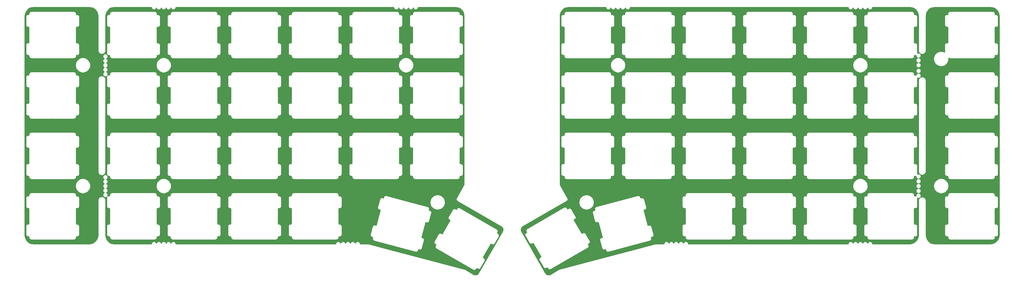
<source format=gtl>
G04 #@! TF.GenerationSoftware,KiCad,Pcbnew,(5.1.2-1)-1*
G04 #@! TF.CreationDate,2020-07-25T23:38:00-05:00*
G04 #@! TF.ProjectId,Dori_top_plate,446f7269-5f74-46f7-905f-706c6174652e,rev?*
G04 #@! TF.SameCoordinates,Original*
G04 #@! TF.FileFunction,Copper,L1,Top*
G04 #@! TF.FilePolarity,Positive*
%FSLAX46Y46*%
G04 Gerber Fmt 4.6, Leading zero omitted, Abs format (unit mm)*
G04 Created by KiCad (PCBNEW (5.1.2-1)-1) date 2020-07-25 23:38:00*
%MOMM*%
%LPD*%
G04 APERTURE LIST*
%ADD10C,0.500000*%
%ADD11C,0.254000*%
G04 APERTURE END LIST*
D10*
X100806250Y-78978125D03*
X389731250Y-78978125D03*
D11*
G36*
X350981250Y-43732778D02*
G01*
X351011109Y-43882893D01*
X351069681Y-44024298D01*
X351154714Y-44151559D01*
X351262941Y-44259786D01*
X351390202Y-44344819D01*
X351531607Y-44403391D01*
X351681722Y-44433250D01*
X351834778Y-44433250D01*
X351984893Y-44403391D01*
X352126298Y-44344819D01*
X352253559Y-44259786D01*
X352361786Y-44151559D01*
X352446819Y-44024298D01*
X352505391Y-43882893D01*
X352520250Y-43808190D01*
X352535109Y-43882893D01*
X352593681Y-44024298D01*
X352678714Y-44151559D01*
X352786941Y-44259786D01*
X352914202Y-44344819D01*
X353055607Y-44403391D01*
X353205722Y-44433250D01*
X353358778Y-44433250D01*
X353508893Y-44403391D01*
X353650298Y-44344819D01*
X353777559Y-44259786D01*
X353885786Y-44151559D01*
X353970819Y-44024298D01*
X354029391Y-43882893D01*
X354044250Y-43808190D01*
X354059109Y-43882893D01*
X354117681Y-44024298D01*
X354202714Y-44151559D01*
X354310941Y-44259786D01*
X354438202Y-44344819D01*
X354579607Y-44403391D01*
X354729722Y-44433250D01*
X354882778Y-44433250D01*
X355032893Y-44403391D01*
X355174298Y-44344819D01*
X355301559Y-44259786D01*
X355409786Y-44151559D01*
X355494819Y-44024298D01*
X355553391Y-43882893D01*
X355568250Y-43808190D01*
X355583109Y-43882893D01*
X355641681Y-44024298D01*
X355726714Y-44151559D01*
X355834941Y-44259786D01*
X355962202Y-44344819D01*
X356103607Y-44403391D01*
X356253722Y-44433250D01*
X356406778Y-44433250D01*
X356556893Y-44403391D01*
X356698298Y-44344819D01*
X356825559Y-44259786D01*
X356933786Y-44151559D01*
X357018819Y-44024298D01*
X357077391Y-43882893D01*
X357092250Y-43808190D01*
X357107109Y-43882893D01*
X357165681Y-44024298D01*
X357250714Y-44151559D01*
X357358941Y-44259786D01*
X357486202Y-44344819D01*
X357627607Y-44403391D01*
X357777722Y-44433250D01*
X357930778Y-44433250D01*
X358080893Y-44403391D01*
X358222298Y-44344819D01*
X358349559Y-44259786D01*
X358457786Y-44151559D01*
X358542819Y-44024298D01*
X358601391Y-43882893D01*
X358631250Y-43732778D01*
X358631250Y-43649208D01*
X358735487Y-43659428D01*
X358755253Y-43661375D01*
X370264719Y-43661375D01*
X370822612Y-43716077D01*
X371340345Y-43872390D01*
X371817860Y-44126289D01*
X372236968Y-44468104D01*
X372581700Y-44884815D01*
X372838925Y-45360543D01*
X372998848Y-45877172D01*
X373057371Y-46433972D01*
X373057375Y-46435156D01*
X373057376Y-57296747D01*
X373059371Y-57317002D01*
X373059371Y-57327307D01*
X373059957Y-57332889D01*
X373077218Y-57486768D01*
X373084799Y-57522430D01*
X373091870Y-57558145D01*
X373093530Y-57563507D01*
X373140349Y-57711102D01*
X373154707Y-57744603D01*
X373168588Y-57778280D01*
X373171258Y-57783218D01*
X373245854Y-57918907D01*
X373266427Y-57948952D01*
X373286600Y-57979316D01*
X373290179Y-57983641D01*
X373389709Y-58102258D01*
X373415761Y-58127770D01*
X373441416Y-58153605D01*
X373445760Y-58157147D01*
X373445764Y-58157151D01*
X373445766Y-58157152D01*
X373566441Y-58254177D01*
X373596939Y-58274134D01*
X373627135Y-58294502D01*
X373632086Y-58297134D01*
X373632090Y-58297137D01*
X373632094Y-58297139D01*
X373769314Y-58368875D01*
X373803076Y-58382516D01*
X373836682Y-58396643D01*
X373842056Y-58398265D01*
X373990599Y-58441984D01*
X374026402Y-58448814D01*
X374062080Y-58456138D01*
X374067664Y-58456685D01*
X374067666Y-58456685D01*
X374221872Y-58470719D01*
X374258269Y-58470465D01*
X374294742Y-58470720D01*
X374300329Y-58470172D01*
X374454323Y-58453986D01*
X374490029Y-58446656D01*
X374525802Y-58439833D01*
X374531174Y-58438211D01*
X374531180Y-58438209D01*
X374679094Y-58392422D01*
X374712659Y-58378313D01*
X374746464Y-58364655D01*
X374751420Y-58362019D01*
X374887628Y-58288372D01*
X374917832Y-58267999D01*
X374948324Y-58248046D01*
X374952674Y-58244498D01*
X375071982Y-58145797D01*
X375097661Y-58119938D01*
X375123685Y-58094454D01*
X375127263Y-58090129D01*
X375225129Y-57970133D01*
X375245280Y-57939804D01*
X375265878Y-57909722D01*
X375268544Y-57904789D01*
X375268547Y-57904785D01*
X375268549Y-57904781D01*
X375341241Y-57768066D01*
X375355123Y-57734387D01*
X375369479Y-57700892D01*
X375371136Y-57695536D01*
X375371139Y-57695529D01*
X375371140Y-57695522D01*
X375415893Y-57547295D01*
X375422968Y-57511566D01*
X375430546Y-57475915D01*
X375431132Y-57470332D01*
X375446242Y-57316228D01*
X375446242Y-57316223D01*
X375448159Y-57296773D01*
X375448873Y-46454048D01*
X375503577Y-45896138D01*
X375659890Y-45378405D01*
X375913789Y-44900890D01*
X376255604Y-44481782D01*
X376672315Y-44137050D01*
X377148043Y-43879825D01*
X377664672Y-43719902D01*
X378221472Y-43661379D01*
X378222695Y-43661375D01*
X395664719Y-43661375D01*
X396222612Y-43716077D01*
X396740345Y-43872390D01*
X397217860Y-44126289D01*
X397636968Y-44468104D01*
X397981700Y-44884815D01*
X398238925Y-45360543D01*
X398398848Y-45877172D01*
X398457371Y-46433972D01*
X398457376Y-46435483D01*
X398457375Y-115470969D01*
X398402673Y-116028862D01*
X398246360Y-116546595D01*
X397992460Y-117024112D01*
X397650644Y-117443221D01*
X397233937Y-117787949D01*
X396758211Y-118045174D01*
X396241578Y-118205098D01*
X395684778Y-118263621D01*
X395683555Y-118263625D01*
X378241531Y-118263625D01*
X377683638Y-118208923D01*
X377165905Y-118052610D01*
X376688388Y-117798710D01*
X376269279Y-117456894D01*
X375924551Y-117040187D01*
X375667326Y-116564461D01*
X375507402Y-116047828D01*
X375448879Y-115491028D01*
X375448875Y-115489805D01*
X375448875Y-104628253D01*
X375446879Y-104607988D01*
X375446879Y-104597693D01*
X375446292Y-104592111D01*
X375429032Y-104438232D01*
X375421448Y-104402556D01*
X375414380Y-104366856D01*
X375412720Y-104361494D01*
X375365901Y-104213898D01*
X375351543Y-104180397D01*
X375337662Y-104146720D01*
X375334992Y-104141782D01*
X375260395Y-104006092D01*
X375239800Y-103976014D01*
X375219649Y-103945684D01*
X375216071Y-103941359D01*
X375216070Y-103941357D01*
X375216066Y-103941353D01*
X375116540Y-103822742D01*
X375090508Y-103797249D01*
X375064835Y-103771396D01*
X375060485Y-103767848D01*
X374996649Y-103716523D01*
X381304250Y-103716523D01*
X381304251Y-106358478D01*
X381306027Y-106376515D01*
X381306015Y-106378293D01*
X381306596Y-106384227D01*
X381309630Y-106413092D01*
X381310429Y-106421207D01*
X381310511Y-106421478D01*
X381312716Y-106442456D01*
X381320508Y-106480416D01*
X381327751Y-106518384D01*
X381329473Y-106524091D01*
X381346788Y-106580024D01*
X381361788Y-106615707D01*
X381376284Y-106651585D01*
X381379082Y-106656849D01*
X381406931Y-106708352D01*
X381428561Y-106740419D01*
X381449763Y-106772819D01*
X381453531Y-106777439D01*
X381490852Y-106822552D01*
X381518320Y-106849829D01*
X381545391Y-106877473D01*
X381549979Y-106881268D01*
X381549984Y-106881273D01*
X381549989Y-106881277D01*
X381595358Y-106918279D01*
X381627633Y-106939723D01*
X381659520Y-106961556D01*
X381664764Y-106964392D01*
X381664770Y-106964396D01*
X381664777Y-106964399D01*
X381716461Y-106991881D01*
X381752264Y-107006638D01*
X381787816Y-107021876D01*
X381793511Y-107023639D01*
X381849562Y-107040562D01*
X381887549Y-107048084D01*
X381925386Y-107056126D01*
X381931306Y-107056748D01*
X381931311Y-107056749D01*
X381931315Y-107056749D01*
X381988240Y-107062330D01*
X382010272Y-107064500D01*
X382304250Y-107064500D01*
X382304251Y-112010500D01*
X381910272Y-112010500D01*
X381892291Y-112012271D01*
X381891156Y-112012263D01*
X381885222Y-112012844D01*
X381866608Y-112014800D01*
X381847543Y-112016678D01*
X381846907Y-112016871D01*
X381846402Y-112016924D01*
X381808508Y-112024702D01*
X381770477Y-112031957D01*
X381764770Y-112033680D01*
X381727482Y-112045222D01*
X381691790Y-112060226D01*
X381655924Y-112074716D01*
X381650659Y-112077515D01*
X381616323Y-112096080D01*
X381584233Y-112117725D01*
X381551846Y-112138919D01*
X381547237Y-112142678D01*
X381547234Y-112142680D01*
X381547232Y-112142683D01*
X381547226Y-112142687D01*
X381517151Y-112167568D01*
X381489873Y-112195038D01*
X381462232Y-112222106D01*
X381458432Y-112226700D01*
X381433762Y-112256949D01*
X381412329Y-112289209D01*
X381390484Y-112321112D01*
X381387648Y-112326356D01*
X381369323Y-112360820D01*
X381354564Y-112396627D01*
X381339330Y-112432172D01*
X381337566Y-112437867D01*
X381326284Y-112475234D01*
X381318762Y-112513224D01*
X381310720Y-112551056D01*
X381310435Y-112553772D01*
X381310428Y-112553794D01*
X381310364Y-112554447D01*
X381310097Y-112556985D01*
X381306360Y-112595102D01*
X381304250Y-112616523D01*
X381304251Y-115258478D01*
X381306027Y-115276515D01*
X381306015Y-115278293D01*
X381306596Y-115284227D01*
X381309630Y-115313092D01*
X381310429Y-115321207D01*
X381310511Y-115321478D01*
X381312716Y-115342456D01*
X381320508Y-115380416D01*
X381327751Y-115418384D01*
X381329473Y-115424091D01*
X381346788Y-115480024D01*
X381361788Y-115515707D01*
X381376284Y-115551585D01*
X381379082Y-115556849D01*
X381406931Y-115608352D01*
X381428561Y-115640419D01*
X381449763Y-115672819D01*
X381453531Y-115677439D01*
X381490852Y-115722552D01*
X381518320Y-115749829D01*
X381545391Y-115777473D01*
X381549979Y-115781268D01*
X381549984Y-115781273D01*
X381549989Y-115781277D01*
X381595358Y-115818279D01*
X381627633Y-115839723D01*
X381659520Y-115861556D01*
X381664764Y-115864392D01*
X381664770Y-115864396D01*
X381664777Y-115864399D01*
X381716461Y-115891881D01*
X381752264Y-115906638D01*
X381787816Y-115921876D01*
X381793511Y-115923639D01*
X381849562Y-115940562D01*
X381887549Y-115948084D01*
X381925386Y-115956126D01*
X381931306Y-115956748D01*
X381931311Y-115956749D01*
X381931315Y-115956749D01*
X381988240Y-115962330D01*
X382010272Y-115964500D01*
X382304250Y-115964500D01*
X382304250Y-116258477D01*
X382306027Y-116276523D01*
X382306015Y-116278293D01*
X382306596Y-116284227D01*
X382309615Y-116312956D01*
X382310428Y-116321206D01*
X382310512Y-116321481D01*
X382312716Y-116342456D01*
X382320508Y-116380416D01*
X382327751Y-116418384D01*
X382329473Y-116424091D01*
X382346788Y-116480024D01*
X382361788Y-116515707D01*
X382376284Y-116551585D01*
X382379082Y-116556849D01*
X382406931Y-116608352D01*
X382428561Y-116640419D01*
X382449763Y-116672819D01*
X382453531Y-116677439D01*
X382490852Y-116722552D01*
X382518320Y-116749829D01*
X382545391Y-116777473D01*
X382549979Y-116781268D01*
X382549984Y-116781273D01*
X382549989Y-116781277D01*
X382595358Y-116818279D01*
X382627633Y-116839723D01*
X382659520Y-116861556D01*
X382664764Y-116864392D01*
X382664770Y-116864396D01*
X382664777Y-116864399D01*
X382716461Y-116891881D01*
X382752264Y-116906638D01*
X382787816Y-116921876D01*
X382793511Y-116923639D01*
X382849562Y-116940562D01*
X382887549Y-116948084D01*
X382925386Y-116956126D01*
X382931306Y-116956748D01*
X382931311Y-116956749D01*
X382931315Y-116956749D01*
X382988240Y-116962330D01*
X383010272Y-116964500D01*
X396452228Y-116964500D01*
X396470274Y-116962723D01*
X396472043Y-116962735D01*
X396477977Y-116962154D01*
X396506691Y-116959136D01*
X396514957Y-116958322D01*
X396515233Y-116958238D01*
X396536206Y-116956034D01*
X396574166Y-116948242D01*
X396612134Y-116940999D01*
X396617841Y-116939277D01*
X396673774Y-116921962D01*
X396709457Y-116906962D01*
X396745335Y-116892466D01*
X396750599Y-116889668D01*
X396802102Y-116861819D01*
X396834169Y-116840189D01*
X396866569Y-116818987D01*
X396871189Y-116815219D01*
X396916302Y-116777898D01*
X396943579Y-116750430D01*
X396971223Y-116723359D01*
X396975021Y-116718768D01*
X396975023Y-116718766D01*
X396975027Y-116718761D01*
X397012029Y-116673392D01*
X397033473Y-116641117D01*
X397055306Y-116609230D01*
X397058142Y-116603986D01*
X397058146Y-116603980D01*
X397058149Y-116603973D01*
X397085631Y-116552289D01*
X397100388Y-116516486D01*
X397115626Y-116480934D01*
X397117389Y-116475239D01*
X397134312Y-116419188D01*
X397141834Y-116381201D01*
X397149876Y-116343364D01*
X397150498Y-116337444D01*
X397150499Y-116337439D01*
X397150499Y-116337435D01*
X397156121Y-116280096D01*
X397158250Y-116258478D01*
X397158250Y-115964500D01*
X397552228Y-115964500D01*
X397570209Y-115962729D01*
X397571344Y-115962737D01*
X397577278Y-115962156D01*
X397595892Y-115960200D01*
X397614957Y-115958322D01*
X397615593Y-115958129D01*
X397616098Y-115958076D01*
X397653986Y-115950299D01*
X397692023Y-115943043D01*
X397697731Y-115941320D01*
X397735018Y-115929778D01*
X397770741Y-115914761D01*
X397806577Y-115900283D01*
X397811841Y-115897485D01*
X397846177Y-115878920D01*
X397878267Y-115857275D01*
X397910654Y-115836081D01*
X397915263Y-115832322D01*
X397915266Y-115832320D01*
X397915268Y-115832317D01*
X397915274Y-115832313D01*
X397945349Y-115807432D01*
X397972630Y-115779960D01*
X398000267Y-115752894D01*
X398004068Y-115748300D01*
X398028738Y-115718052D01*
X398050168Y-115685797D01*
X398072016Y-115653888D01*
X398074852Y-115648644D01*
X398093177Y-115614180D01*
X398107936Y-115578373D01*
X398123170Y-115542828D01*
X398124934Y-115537133D01*
X398136216Y-115499766D01*
X398143744Y-115461747D01*
X398151779Y-115423945D01*
X398152065Y-115421232D01*
X398152072Y-115421207D01*
X398152143Y-115420482D01*
X398152403Y-115418015D01*
X398156212Y-115379168D01*
X398158250Y-115358478D01*
X398158250Y-112716522D01*
X398156473Y-112698476D01*
X398156485Y-112696707D01*
X398155904Y-112690773D01*
X398152886Y-112662059D01*
X398152072Y-112653793D01*
X398151988Y-112653517D01*
X398149784Y-112632544D01*
X398142006Y-112594652D01*
X398134750Y-112556617D01*
X398133027Y-112550909D01*
X398115713Y-112494977D01*
X398100701Y-112459265D01*
X398086217Y-112423416D01*
X398083418Y-112418151D01*
X398055570Y-112366648D01*
X398033907Y-112334531D01*
X398012737Y-112302181D01*
X398008969Y-112297560D01*
X397971648Y-112252448D01*
X397944196Y-112225187D01*
X397917109Y-112197527D01*
X397912515Y-112193727D01*
X397867142Y-112156722D01*
X397834893Y-112135295D01*
X397802980Y-112113444D01*
X397797736Y-112110608D01*
X397797730Y-112110604D01*
X397797723Y-112110601D01*
X397746040Y-112083120D01*
X397710255Y-112068370D01*
X397674684Y-112053124D01*
X397668989Y-112051361D01*
X397612938Y-112034438D01*
X397574944Y-112026915D01*
X397537114Y-112018874D01*
X397531195Y-112018252D01*
X397531189Y-112018251D01*
X397531184Y-112018251D01*
X397474265Y-112012670D01*
X397452228Y-112010500D01*
X397158250Y-112010500D01*
X397158250Y-107064500D01*
X397552228Y-107064500D01*
X397570209Y-107062729D01*
X397571344Y-107062737D01*
X397577278Y-107062156D01*
X397595892Y-107060200D01*
X397614957Y-107058322D01*
X397615593Y-107058129D01*
X397616098Y-107058076D01*
X397653986Y-107050299D01*
X397692023Y-107043043D01*
X397697731Y-107041320D01*
X397735018Y-107029778D01*
X397770741Y-107014761D01*
X397806577Y-107000283D01*
X397811841Y-106997485D01*
X397846177Y-106978920D01*
X397878267Y-106957275D01*
X397910654Y-106936081D01*
X397915263Y-106932322D01*
X397915266Y-106932320D01*
X397915268Y-106932317D01*
X397915274Y-106932313D01*
X397945349Y-106907432D01*
X397972630Y-106879960D01*
X398000267Y-106852894D01*
X398004068Y-106848300D01*
X398028738Y-106818052D01*
X398050168Y-106785797D01*
X398072016Y-106753888D01*
X398074852Y-106748644D01*
X398093177Y-106714180D01*
X398107936Y-106678373D01*
X398123170Y-106642828D01*
X398124934Y-106637133D01*
X398136216Y-106599766D01*
X398143744Y-106561747D01*
X398151779Y-106523945D01*
X398152065Y-106521232D01*
X398152072Y-106521207D01*
X398152143Y-106520482D01*
X398152403Y-106518015D01*
X398156212Y-106479168D01*
X398158250Y-106458478D01*
X398158250Y-103816522D01*
X398156473Y-103798476D01*
X398156485Y-103796707D01*
X398155904Y-103790773D01*
X398152886Y-103762059D01*
X398152072Y-103753793D01*
X398151988Y-103753517D01*
X398149784Y-103732544D01*
X398142006Y-103694652D01*
X398134750Y-103656617D01*
X398133027Y-103650909D01*
X398115713Y-103594977D01*
X398100701Y-103559265D01*
X398086217Y-103523416D01*
X398083418Y-103518151D01*
X398055570Y-103466648D01*
X398033907Y-103434531D01*
X398012737Y-103402181D01*
X398008969Y-103397560D01*
X397971648Y-103352448D01*
X397944196Y-103325187D01*
X397917109Y-103297527D01*
X397912515Y-103293727D01*
X397867142Y-103256722D01*
X397834893Y-103235295D01*
X397802980Y-103213444D01*
X397797736Y-103210608D01*
X397797730Y-103210604D01*
X397797723Y-103210601D01*
X397746040Y-103183120D01*
X397710255Y-103168370D01*
X397674684Y-103153124D01*
X397668989Y-103151361D01*
X397612938Y-103134438D01*
X397574944Y-103126915D01*
X397537114Y-103118874D01*
X397531195Y-103118252D01*
X397531189Y-103118251D01*
X397531184Y-103118251D01*
X397474265Y-103112670D01*
X397452228Y-103110500D01*
X397158250Y-103110500D01*
X397158250Y-102816522D01*
X397156473Y-102798476D01*
X397156485Y-102796707D01*
X397155904Y-102790773D01*
X397152886Y-102762059D01*
X397152072Y-102753793D01*
X397151988Y-102753517D01*
X397149784Y-102732544D01*
X397142006Y-102694652D01*
X397134750Y-102656617D01*
X397133027Y-102650909D01*
X397115713Y-102594977D01*
X397100701Y-102559265D01*
X397086217Y-102523416D01*
X397083418Y-102518151D01*
X397055570Y-102466648D01*
X397033907Y-102434531D01*
X397012737Y-102402181D01*
X397008969Y-102397560D01*
X396971648Y-102352448D01*
X396944196Y-102325187D01*
X396917109Y-102297527D01*
X396912515Y-102293727D01*
X396867142Y-102256722D01*
X396834893Y-102235295D01*
X396802980Y-102213444D01*
X396797736Y-102210608D01*
X396797730Y-102210604D01*
X396797723Y-102210601D01*
X396746040Y-102183120D01*
X396710255Y-102168370D01*
X396674684Y-102153124D01*
X396668989Y-102151361D01*
X396612938Y-102134438D01*
X396574944Y-102126915D01*
X396537114Y-102118874D01*
X396531195Y-102118252D01*
X396531189Y-102118251D01*
X396531184Y-102118251D01*
X396474265Y-102112670D01*
X396452228Y-102110500D01*
X383010272Y-102110500D01*
X382992226Y-102112277D01*
X382990457Y-102112265D01*
X382984523Y-102112846D01*
X382955809Y-102115864D01*
X382947543Y-102116678D01*
X382947267Y-102116762D01*
X382926294Y-102118966D01*
X382888402Y-102126744D01*
X382850367Y-102134000D01*
X382844659Y-102135723D01*
X382788727Y-102153037D01*
X382753015Y-102168049D01*
X382717166Y-102182533D01*
X382711901Y-102185332D01*
X382660398Y-102213180D01*
X382628281Y-102234843D01*
X382595931Y-102256013D01*
X382591310Y-102259781D01*
X382546198Y-102297102D01*
X382518937Y-102324554D01*
X382491277Y-102351641D01*
X382487477Y-102356235D01*
X382450472Y-102401608D01*
X382429045Y-102433857D01*
X382407194Y-102465770D01*
X382404358Y-102471014D01*
X382404354Y-102471020D01*
X382404351Y-102471027D01*
X382376870Y-102522710D01*
X382362120Y-102558495D01*
X382346874Y-102594066D01*
X382345111Y-102599761D01*
X382328188Y-102655812D01*
X382320665Y-102693806D01*
X382312624Y-102731636D01*
X382312002Y-102737555D01*
X382312001Y-102737561D01*
X382312001Y-102737566D01*
X382306382Y-102794875D01*
X382304250Y-102816522D01*
X382304250Y-103110500D01*
X381910272Y-103110500D01*
X381892291Y-103112271D01*
X381891156Y-103112263D01*
X381885222Y-103112844D01*
X381866608Y-103114800D01*
X381847543Y-103116678D01*
X381846907Y-103116871D01*
X381846402Y-103116924D01*
X381808508Y-103124702D01*
X381770477Y-103131957D01*
X381764770Y-103133680D01*
X381727482Y-103145222D01*
X381691790Y-103160226D01*
X381655924Y-103174716D01*
X381650659Y-103177515D01*
X381616323Y-103196080D01*
X381584233Y-103217725D01*
X381551846Y-103238919D01*
X381547237Y-103242678D01*
X381547234Y-103242680D01*
X381547232Y-103242683D01*
X381547226Y-103242687D01*
X381517151Y-103267568D01*
X381489873Y-103295038D01*
X381462232Y-103322106D01*
X381458432Y-103326700D01*
X381433762Y-103356949D01*
X381412329Y-103389209D01*
X381390484Y-103421112D01*
X381387648Y-103426356D01*
X381369323Y-103460820D01*
X381354564Y-103496627D01*
X381339330Y-103532172D01*
X381337566Y-103537867D01*
X381326284Y-103575234D01*
X381318762Y-103613224D01*
X381310720Y-103651056D01*
X381310435Y-103653772D01*
X381310428Y-103653794D01*
X381310364Y-103654447D01*
X381310097Y-103656985D01*
X381306393Y-103694759D01*
X381304250Y-103716523D01*
X374996649Y-103716523D01*
X374939809Y-103670823D01*
X374909311Y-103650866D01*
X374879115Y-103630498D01*
X374874159Y-103627862D01*
X374736936Y-103556125D01*
X374703186Y-103542489D01*
X374669568Y-103528357D01*
X374664194Y-103526735D01*
X374515651Y-103483016D01*
X374479880Y-103476192D01*
X374444170Y-103468862D01*
X374438583Y-103468314D01*
X374284378Y-103454281D01*
X374247981Y-103454535D01*
X374211507Y-103454280D01*
X374205921Y-103454828D01*
X374051926Y-103471014D01*
X374016207Y-103478346D01*
X373980448Y-103485167D01*
X373975078Y-103486789D01*
X373975072Y-103486790D01*
X373975066Y-103486792D01*
X373827156Y-103532578D01*
X373793572Y-103546695D01*
X373759785Y-103560346D01*
X373754829Y-103562981D01*
X373618622Y-103636628D01*
X373588440Y-103656986D01*
X373557926Y-103676954D01*
X373553576Y-103680502D01*
X373434268Y-103779203D01*
X373408589Y-103805062D01*
X373382565Y-103830546D01*
X373378987Y-103834871D01*
X373281121Y-103954866D01*
X373260946Y-103985232D01*
X373240373Y-104015278D01*
X373237703Y-104020216D01*
X373165009Y-104156934D01*
X373151133Y-104190599D01*
X373136771Y-104224107D01*
X373135114Y-104229464D01*
X373135111Y-104229471D01*
X373135110Y-104229478D01*
X373090357Y-104377705D01*
X373083282Y-104413434D01*
X373075704Y-104449085D01*
X373075118Y-104454668D01*
X373064221Y-104565805D01*
X373063193Y-104569194D01*
X373057376Y-104628253D01*
X373057375Y-115470969D01*
X373002673Y-116028862D01*
X372846360Y-116546595D01*
X372592460Y-117024112D01*
X372250644Y-117443221D01*
X371833937Y-117787949D01*
X371358211Y-118045174D01*
X370841578Y-118205098D01*
X370284778Y-118263621D01*
X370283555Y-118263625D01*
X358755253Y-118263625D01*
X358737920Y-118265332D01*
X358733025Y-118265298D01*
X358727439Y-118265846D01*
X358631250Y-118275956D01*
X358631250Y-118192222D01*
X358601391Y-118042107D01*
X358542819Y-117900702D01*
X358457786Y-117773441D01*
X358349559Y-117665214D01*
X358222298Y-117580181D01*
X358080893Y-117521609D01*
X357930778Y-117491750D01*
X357777722Y-117491750D01*
X357627607Y-117521609D01*
X357486202Y-117580181D01*
X357358941Y-117665214D01*
X357250714Y-117773441D01*
X357165681Y-117900702D01*
X357107109Y-118042107D01*
X357092250Y-118116810D01*
X357077391Y-118042107D01*
X357018819Y-117900702D01*
X356933786Y-117773441D01*
X356825559Y-117665214D01*
X356698298Y-117580181D01*
X356556893Y-117521609D01*
X356406778Y-117491750D01*
X356253722Y-117491750D01*
X356103607Y-117521609D01*
X355962202Y-117580181D01*
X355834941Y-117665214D01*
X355726714Y-117773441D01*
X355641681Y-117900702D01*
X355583109Y-118042107D01*
X355568250Y-118116810D01*
X355553391Y-118042107D01*
X355494819Y-117900702D01*
X355409786Y-117773441D01*
X355301559Y-117665214D01*
X355174298Y-117580181D01*
X355032893Y-117521609D01*
X354882778Y-117491750D01*
X354729722Y-117491750D01*
X354579607Y-117521609D01*
X354438202Y-117580181D01*
X354310941Y-117665214D01*
X354202714Y-117773441D01*
X354117681Y-117900702D01*
X354059109Y-118042107D01*
X354044250Y-118116810D01*
X354029391Y-118042107D01*
X353970819Y-117900702D01*
X353885786Y-117773441D01*
X353777559Y-117665214D01*
X353650298Y-117580181D01*
X353508893Y-117521609D01*
X353358778Y-117491750D01*
X353205722Y-117491750D01*
X353055607Y-117521609D01*
X352914202Y-117580181D01*
X352786941Y-117665214D01*
X352678714Y-117773441D01*
X352593681Y-117900702D01*
X352535109Y-118042107D01*
X352520250Y-118116810D01*
X352505391Y-118042107D01*
X352446819Y-117900702D01*
X352361786Y-117773441D01*
X352253559Y-117665214D01*
X352126298Y-117580181D01*
X351984893Y-117521609D01*
X351834778Y-117491750D01*
X351681722Y-117491750D01*
X351531607Y-117521609D01*
X351390202Y-117580181D01*
X351262941Y-117665214D01*
X351154714Y-117773441D01*
X351069681Y-117900702D01*
X351011109Y-118042107D01*
X350981250Y-118192222D01*
X350981250Y-118275793D01*
X350877013Y-118265572D01*
X350857247Y-118263625D01*
X300811503Y-118263625D01*
X300794170Y-118265332D01*
X300789275Y-118265298D01*
X300783689Y-118265846D01*
X300687500Y-118275956D01*
X300687500Y-118192222D01*
X300657641Y-118042107D01*
X300599069Y-117900702D01*
X300514036Y-117773441D01*
X300405809Y-117665214D01*
X300278548Y-117580181D01*
X300137143Y-117521609D01*
X299987028Y-117491750D01*
X299833972Y-117491750D01*
X299683857Y-117521609D01*
X299542452Y-117580181D01*
X299415191Y-117665214D01*
X299306964Y-117773441D01*
X299221931Y-117900702D01*
X299163359Y-118042107D01*
X299148500Y-118116810D01*
X299133641Y-118042107D01*
X299075069Y-117900702D01*
X298990036Y-117773441D01*
X298881809Y-117665214D01*
X298754548Y-117580181D01*
X298613143Y-117521609D01*
X298463028Y-117491750D01*
X298309972Y-117491750D01*
X298159857Y-117521609D01*
X298018452Y-117580181D01*
X297891191Y-117665214D01*
X297782964Y-117773441D01*
X297697931Y-117900702D01*
X297639359Y-118042107D01*
X297624500Y-118116810D01*
X297609641Y-118042107D01*
X297551069Y-117900702D01*
X297466036Y-117773441D01*
X297357809Y-117665214D01*
X297230548Y-117580181D01*
X297089143Y-117521609D01*
X296939028Y-117491750D01*
X296785972Y-117491750D01*
X296635857Y-117521609D01*
X296494452Y-117580181D01*
X296367191Y-117665214D01*
X296258964Y-117773441D01*
X296173931Y-117900702D01*
X296115359Y-118042107D01*
X296100500Y-118116810D01*
X296085641Y-118042107D01*
X296027069Y-117900702D01*
X295942036Y-117773441D01*
X295833809Y-117665214D01*
X295706548Y-117580181D01*
X295565143Y-117521609D01*
X295415028Y-117491750D01*
X295261972Y-117491750D01*
X295111857Y-117521609D01*
X294970452Y-117580181D01*
X294843191Y-117665214D01*
X294734964Y-117773441D01*
X294649931Y-117900702D01*
X294591359Y-118042107D01*
X294576500Y-118116810D01*
X294561641Y-118042107D01*
X294503069Y-117900702D01*
X294418036Y-117773441D01*
X294309809Y-117665214D01*
X294182548Y-117580181D01*
X294041143Y-117521609D01*
X293891028Y-117491750D01*
X293737972Y-117491750D01*
X293587857Y-117521609D01*
X293446452Y-117580181D01*
X293319191Y-117665214D01*
X293210964Y-117773441D01*
X293125931Y-117900702D01*
X293067359Y-118042107D01*
X293037500Y-118192222D01*
X293037500Y-118275793D01*
X292932979Y-118265544D01*
X292932978Y-118265544D01*
X292913867Y-118263644D01*
X290520138Y-118261438D01*
X290487858Y-118260239D01*
X290461069Y-118264541D01*
X290434060Y-118267176D01*
X290403128Y-118276527D01*
X260251211Y-126213436D01*
X260216296Y-126221950D01*
X260194972Y-126231872D01*
X260172939Y-126240055D01*
X260142380Y-126258871D01*
X257374390Y-127894502D01*
X257149283Y-127990104D01*
X256922450Y-128037534D01*
X256690733Y-128040003D01*
X256462945Y-127997417D01*
X256247761Y-127911396D01*
X256053393Y-127785222D01*
X255877274Y-127614017D01*
X255854357Y-127585247D01*
X248837717Y-115372236D01*
X249274741Y-115372236D01*
X249274907Y-115378196D01*
X249276269Y-115417205D01*
X249281394Y-115455617D01*
X249285970Y-115493994D01*
X249287290Y-115499808D01*
X249296203Y-115537810D01*
X249308677Y-115574452D01*
X249320636Y-115611257D01*
X249321746Y-115613750D01*
X249321751Y-115613772D01*
X249322019Y-115614363D01*
X249323061Y-115616704D01*
X249338754Y-115651298D01*
X249347766Y-115671186D01*
X250668743Y-117959187D01*
X250679304Y-117973926D01*
X250680177Y-117975462D01*
X250683648Y-117980310D01*
X250700530Y-118003547D01*
X250705457Y-118010423D01*
X250705671Y-118010623D01*
X250718062Y-118027679D01*
X250743792Y-118056660D01*
X250769049Y-118085920D01*
X250773386Y-118089994D01*
X250773390Y-118089998D01*
X250773394Y-118090001D01*
X250773395Y-118090002D01*
X250816355Y-118129783D01*
X250847186Y-118153185D01*
X250877677Y-118177007D01*
X250882729Y-118180164D01*
X250882735Y-118180168D01*
X250882741Y-118180171D01*
X250932601Y-118210845D01*
X250967376Y-118227806D01*
X251001929Y-118245260D01*
X251007502Y-118247377D01*
X251062380Y-118267786D01*
X251099816Y-118277677D01*
X251137072Y-118288079D01*
X251142951Y-118289074D01*
X251200747Y-118298435D01*
X251239376Y-118300865D01*
X251277964Y-118303834D01*
X251283924Y-118303668D01*
X251342438Y-118301624D01*
X251380818Y-118296502D01*
X251419223Y-118291923D01*
X251425037Y-118290602D01*
X251425040Y-118290601D01*
X251425042Y-118290601D01*
X251425044Y-118290600D01*
X251482040Y-118277232D01*
X251518676Y-118264760D01*
X251555483Y-118252801D01*
X251560926Y-118250377D01*
X251560930Y-118250376D01*
X251560934Y-118250374D01*
X251613751Y-118226415D01*
X251633186Y-118217609D01*
X251887780Y-118070619D01*
X254360780Y-122353983D01*
X254019585Y-122550972D01*
X254004913Y-122561486D01*
X254003907Y-122562057D01*
X253999059Y-122565528D01*
X253983810Y-122576607D01*
X253968349Y-122587686D01*
X253967897Y-122588169D01*
X253967481Y-122588471D01*
X253938531Y-122614174D01*
X253909246Y-122639453D01*
X253905164Y-122643799D01*
X253878644Y-122672438D01*
X253855245Y-122703265D01*
X253831418Y-122733762D01*
X253828258Y-122738818D01*
X253807805Y-122772065D01*
X253790816Y-122806897D01*
X253773392Y-122841391D01*
X253771274Y-122846964D01*
X253757668Y-122883549D01*
X253747778Y-122920980D01*
X253737373Y-122958250D01*
X253736381Y-122964115D01*
X253736380Y-122964120D01*
X253736380Y-122964125D01*
X253736379Y-122964129D01*
X253730139Y-123002660D01*
X253727708Y-123041311D01*
X253724741Y-123079862D01*
X253724907Y-123085822D01*
X253726269Y-123124831D01*
X253731394Y-123163243D01*
X253735970Y-123201620D01*
X253737290Y-123207434D01*
X253746203Y-123245436D01*
X253758677Y-123282078D01*
X253770636Y-123318883D01*
X253771746Y-123321376D01*
X253771751Y-123321398D01*
X253772019Y-123321989D01*
X253773061Y-123324330D01*
X253789186Y-123359877D01*
X253797766Y-123378812D01*
X255118743Y-125666813D01*
X255129304Y-125681552D01*
X255130177Y-125683088D01*
X255133648Y-125687936D01*
X255150530Y-125711173D01*
X255155457Y-125718049D01*
X255155671Y-125718249D01*
X255168062Y-125735305D01*
X255193792Y-125764286D01*
X255219049Y-125793546D01*
X255223386Y-125797620D01*
X255223390Y-125797624D01*
X255223394Y-125797627D01*
X255223395Y-125797628D01*
X255266355Y-125837409D01*
X255297186Y-125860811D01*
X255327677Y-125884633D01*
X255332729Y-125887790D01*
X255332735Y-125887794D01*
X255332741Y-125887797D01*
X255382601Y-125918471D01*
X255417376Y-125935432D01*
X255451929Y-125952886D01*
X255457502Y-125955003D01*
X255512380Y-125975412D01*
X255549816Y-125985303D01*
X255587072Y-125995705D01*
X255592951Y-125996700D01*
X255650747Y-126006061D01*
X255689376Y-126008491D01*
X255727964Y-126011460D01*
X255733924Y-126011294D01*
X255792438Y-126009250D01*
X255830818Y-126004128D01*
X255869223Y-125999549D01*
X255875037Y-125998228D01*
X255875040Y-125998227D01*
X255875042Y-125998227D01*
X255875044Y-125998226D01*
X255932040Y-125984858D01*
X255968676Y-125972386D01*
X256005483Y-125960427D01*
X256010926Y-125958003D01*
X256010930Y-125958002D01*
X256010934Y-125958000D01*
X256063751Y-125934041D01*
X256083186Y-125925235D01*
X256337780Y-125778245D01*
X256484769Y-126032838D01*
X256495324Y-126047568D01*
X256496202Y-126049113D01*
X256499673Y-126053961D01*
X256516692Y-126077386D01*
X256521484Y-126084074D01*
X256521692Y-126084268D01*
X256534087Y-126101330D01*
X256559817Y-126130311D01*
X256585074Y-126159571D01*
X256589411Y-126163645D01*
X256589415Y-126163649D01*
X256589419Y-126163652D01*
X256589420Y-126163653D01*
X256632380Y-126203434D01*
X256663211Y-126226836D01*
X256693702Y-126250658D01*
X256698754Y-126253815D01*
X256698760Y-126253819D01*
X256698766Y-126253822D01*
X256748626Y-126284496D01*
X256783401Y-126301457D01*
X256817954Y-126318911D01*
X256823527Y-126321028D01*
X256878405Y-126341437D01*
X256915834Y-126351326D01*
X256953099Y-126361731D01*
X256958974Y-126362725D01*
X256958978Y-126362725D01*
X257016774Y-126372086D01*
X257055426Y-126374518D01*
X257093983Y-126377485D01*
X257099943Y-126377319D01*
X257099946Y-126377319D01*
X257158457Y-126375276D01*
X257196844Y-126370154D01*
X257235249Y-126365575D01*
X257241055Y-126364256D01*
X257241061Y-126364255D01*
X257241066Y-126364253D01*
X257298066Y-126350884D01*
X257334702Y-126338412D01*
X257371509Y-126326453D01*
X257376952Y-126324029D01*
X257376956Y-126324028D01*
X257376960Y-126324026D01*
X257430275Y-126299841D01*
X257430278Y-126299839D01*
X257449212Y-126291260D01*
X269090287Y-119570283D01*
X269105024Y-119559723D01*
X269106562Y-119558849D01*
X269111410Y-119555378D01*
X269134734Y-119538433D01*
X269141523Y-119533568D01*
X269141720Y-119533357D01*
X269158779Y-119520964D01*
X269187760Y-119495234D01*
X269217020Y-119469977D01*
X269221094Y-119465640D01*
X269221098Y-119465636D01*
X269221102Y-119465631D01*
X269260883Y-119422671D01*
X269284285Y-119391840D01*
X269308107Y-119361349D01*
X269311266Y-119356293D01*
X269311268Y-119356291D01*
X269311271Y-119356285D01*
X269341945Y-119306425D01*
X269358906Y-119271650D01*
X269376360Y-119237097D01*
X269378477Y-119231524D01*
X269398886Y-119176646D01*
X269408775Y-119139217D01*
X269419180Y-119101952D01*
X269420174Y-119096074D01*
X269429535Y-119038277D01*
X269431968Y-118999607D01*
X269434934Y-118961069D01*
X269434768Y-118955109D01*
X269432725Y-118896594D01*
X269427604Y-118858211D01*
X269423024Y-118819802D01*
X269421703Y-118813988D01*
X269408333Y-118756985D01*
X269395849Y-118720314D01*
X269383901Y-118683542D01*
X269381477Y-118678095D01*
X269357290Y-118624776D01*
X269348709Y-118605838D01*
X269201719Y-118351245D01*
X269542915Y-118154257D01*
X269557599Y-118143735D01*
X269558593Y-118143170D01*
X269563441Y-118139700D01*
X269578660Y-118128643D01*
X269594151Y-118117542D01*
X269594603Y-118117059D01*
X269595019Y-118116757D01*
X269623963Y-118091059D01*
X269653254Y-118065776D01*
X269657335Y-118061430D01*
X269683856Y-118032790D01*
X269707269Y-118001944D01*
X269731082Y-117971465D01*
X269734242Y-117966409D01*
X269754695Y-117933163D01*
X269771677Y-117898344D01*
X269789108Y-117863837D01*
X269791226Y-117858264D01*
X269804832Y-117821679D01*
X269814722Y-117784248D01*
X269825127Y-117746978D01*
X269826119Y-117741113D01*
X269826120Y-117741108D01*
X269826121Y-117741099D01*
X269832361Y-117702568D01*
X269834792Y-117663917D01*
X269837759Y-117625366D01*
X269837593Y-117619407D01*
X269836231Y-117580397D01*
X269831107Y-117541989D01*
X269826530Y-117503608D01*
X269825210Y-117497794D01*
X269816297Y-117459792D01*
X269803816Y-117423128D01*
X269791864Y-117386344D01*
X269790754Y-117383852D01*
X269790749Y-117383829D01*
X269790467Y-117383206D01*
X269789439Y-117380898D01*
X269773314Y-117345351D01*
X269764734Y-117326415D01*
X268443756Y-115038415D01*
X268433199Y-115023683D01*
X268432323Y-115022140D01*
X268428853Y-115017292D01*
X268411886Y-114993939D01*
X268407042Y-114987179D01*
X268406831Y-114986981D01*
X268394438Y-114969924D01*
X268368725Y-114940962D01*
X268343451Y-114911682D01*
X268339105Y-114907600D01*
X268296145Y-114867819D01*
X268265314Y-114844417D01*
X268234823Y-114820595D01*
X268229767Y-114817435D01*
X268179899Y-114786757D01*
X268145137Y-114769802D01*
X268110571Y-114752342D01*
X268104997Y-114750225D01*
X268050120Y-114729816D01*
X268012674Y-114719922D01*
X267975427Y-114709523D01*
X267969549Y-114708528D01*
X267911753Y-114699167D01*
X267873124Y-114696737D01*
X267834536Y-114693768D01*
X267828577Y-114693934D01*
X267770062Y-114695978D01*
X267731686Y-114701099D01*
X267693277Y-114705679D01*
X267687463Y-114707000D01*
X267630460Y-114720370D01*
X267593789Y-114732854D01*
X267557017Y-114744802D01*
X267551570Y-114747226D01*
X267498741Y-114771191D01*
X267479314Y-114779993D01*
X267224721Y-114926982D01*
X264751719Y-110643620D01*
X265092915Y-110446631D01*
X265107599Y-110436109D01*
X265108593Y-110435544D01*
X265113441Y-110432074D01*
X265128660Y-110421017D01*
X265144151Y-110409916D01*
X265144603Y-110409433D01*
X265145019Y-110409131D01*
X265173963Y-110383433D01*
X265203254Y-110358150D01*
X265207335Y-110353804D01*
X265233856Y-110325164D01*
X265257269Y-110294318D01*
X265281082Y-110263839D01*
X265284242Y-110258783D01*
X265304695Y-110225537D01*
X265321677Y-110190718D01*
X265339108Y-110156211D01*
X265341226Y-110150638D01*
X265354832Y-110114053D01*
X265364722Y-110076622D01*
X265375127Y-110039352D01*
X265376119Y-110033487D01*
X265376120Y-110033482D01*
X265376121Y-110033473D01*
X265382361Y-109994942D01*
X265384792Y-109956291D01*
X265387759Y-109917740D01*
X265387593Y-109911781D01*
X265386231Y-109872771D01*
X265381107Y-109834363D01*
X265376530Y-109795982D01*
X265375210Y-109790168D01*
X265366297Y-109752166D01*
X265353817Y-109715506D01*
X265341864Y-109678718D01*
X265340754Y-109676226D01*
X265340749Y-109676203D01*
X265340467Y-109675580D01*
X265339439Y-109673272D01*
X265323314Y-109637725D01*
X265314734Y-109618789D01*
X264573545Y-108335012D01*
X270532029Y-108335012D01*
X270534594Y-108373627D01*
X270536619Y-108412274D01*
X270537047Y-108414976D01*
X270537046Y-108414994D01*
X270537130Y-108415501D01*
X270537551Y-108418163D01*
X270543926Y-108456672D01*
X270543929Y-108456684D01*
X270547314Y-108477185D01*
X271231101Y-111029119D01*
X271237489Y-111046093D01*
X271237936Y-111047807D01*
X271240034Y-111053388D01*
X271250329Y-111080207D01*
X271253304Y-111088111D01*
X271253459Y-111088360D01*
X271261017Y-111108049D01*
X271278342Y-111142646D01*
X271295186Y-111177490D01*
X271298328Y-111182557D01*
X271329527Y-111232101D01*
X271353257Y-111262695D01*
X271376540Y-111293592D01*
X271380597Y-111297943D01*
X271380603Y-111297950D01*
X271380609Y-111297955D01*
X271420834Y-111340493D01*
X271450056Y-111365896D01*
X271478894Y-111391679D01*
X271483729Y-111395167D01*
X271531455Y-111429084D01*
X271565053Y-111448326D01*
X271598348Y-111468016D01*
X271603769Y-111470498D01*
X271657173Y-111494499D01*
X271693849Y-111506843D01*
X271730357Y-111519699D01*
X271736154Y-111521080D01*
X271736156Y-111521081D01*
X271736158Y-111521081D01*
X271793206Y-111534252D01*
X271831623Y-111539241D01*
X271869892Y-111544756D01*
X271875846Y-111544985D01*
X271875849Y-111544985D01*
X271934370Y-111546824D01*
X271973012Y-111544257D01*
X272011635Y-111542233D01*
X272017524Y-111541301D01*
X272075288Y-111531738D01*
X272075293Y-111531737D01*
X272095799Y-111528351D01*
X272379760Y-111452263D01*
X273659879Y-116229734D01*
X273279326Y-116331703D01*
X273262425Y-116338064D01*
X273261318Y-116338352D01*
X273255737Y-116340449D01*
X273238208Y-116347178D01*
X273220333Y-116353905D01*
X273219769Y-116354256D01*
X273219297Y-116354437D01*
X273184695Y-116371763D01*
X273149846Y-116388610D01*
X273144787Y-116391747D01*
X273144781Y-116391750D01*
X273144776Y-116391754D01*
X273111749Y-116412552D01*
X273081167Y-116436273D01*
X273050258Y-116459566D01*
X273045898Y-116463631D01*
X273017537Y-116490451D01*
X272992131Y-116519677D01*
X272966352Y-116548510D01*
X272962865Y-116553345D01*
X272940254Y-116585162D01*
X272921016Y-116618753D01*
X272901318Y-116652062D01*
X272898836Y-116657483D01*
X272882836Y-116693086D01*
X272870489Y-116729775D01*
X272857641Y-116766259D01*
X272856259Y-116772058D01*
X272847478Y-116810092D01*
X272842489Y-116848502D01*
X272836973Y-116886781D01*
X272836744Y-116892739D01*
X272835518Y-116931752D01*
X272838083Y-116970367D01*
X272840108Y-117009014D01*
X272840536Y-117011716D01*
X272840535Y-117011734D01*
X272840619Y-117012241D01*
X272841040Y-117014903D01*
X272847415Y-117053412D01*
X272847418Y-117053425D01*
X272850803Y-117073924D01*
X273534591Y-119625859D01*
X273540979Y-119642833D01*
X273541426Y-119644547D01*
X273543524Y-119650128D01*
X273553819Y-119676947D01*
X273556794Y-119684851D01*
X273556949Y-119685100D01*
X273564507Y-119704789D01*
X273581832Y-119739386D01*
X273598676Y-119774230D01*
X273601818Y-119779297D01*
X273633017Y-119828841D01*
X273656747Y-119859435D01*
X273680030Y-119890332D01*
X273684087Y-119894683D01*
X273684093Y-119894690D01*
X273684099Y-119894695D01*
X273724324Y-119937233D01*
X273753546Y-119962636D01*
X273782384Y-119988419D01*
X273787219Y-119991907D01*
X273834945Y-120025824D01*
X273868543Y-120045066D01*
X273901838Y-120064756D01*
X273907259Y-120067238D01*
X273960663Y-120091239D01*
X273997339Y-120103583D01*
X274033847Y-120116439D01*
X274039644Y-120117820D01*
X274039646Y-120117821D01*
X274039648Y-120117821D01*
X274096696Y-120130992D01*
X274135113Y-120135981D01*
X274173382Y-120141496D01*
X274179336Y-120141725D01*
X274179339Y-120141725D01*
X274237860Y-120143564D01*
X274276502Y-120140997D01*
X274315125Y-120138973D01*
X274321014Y-120138041D01*
X274378778Y-120128478D01*
X274378786Y-120128476D01*
X274399287Y-120125091D01*
X274683249Y-120049003D01*
X274759337Y-120332965D01*
X274765721Y-120349927D01*
X274766169Y-120351647D01*
X274768266Y-120357228D01*
X274778658Y-120384301D01*
X274781540Y-120391958D01*
X274781690Y-120392199D01*
X274789248Y-120411889D01*
X274806592Y-120446524D01*
X274823422Y-120481338D01*
X274826563Y-120486405D01*
X274857763Y-120535950D01*
X274881497Y-120566547D01*
X274904778Y-120597442D01*
X274908844Y-120601803D01*
X274949073Y-120644343D01*
X274978266Y-120669719D01*
X275007126Y-120695523D01*
X275011961Y-120699010D01*
X275059686Y-120732927D01*
X275093283Y-120752169D01*
X275126582Y-120771862D01*
X275131993Y-120774339D01*
X275132001Y-120774344D01*
X275132009Y-120774347D01*
X275185407Y-120798345D01*
X275222076Y-120810686D01*
X275258592Y-120823545D01*
X275264385Y-120824925D01*
X275264390Y-120824927D01*
X275264395Y-120824928D01*
X275321442Y-120838098D01*
X275359833Y-120843084D01*
X275398119Y-120848602D01*
X275404076Y-120848831D01*
X275404084Y-120848832D01*
X275404092Y-120848831D01*
X275462597Y-120850671D01*
X275501277Y-120848103D01*
X275539869Y-120846080D01*
X275545743Y-120845150D01*
X275545749Y-120845150D01*
X275545754Y-120845149D01*
X275545758Y-120845148D01*
X275603522Y-120835585D01*
X275603539Y-120835581D01*
X275624032Y-120832197D01*
X288607965Y-117353164D01*
X288624935Y-117346777D01*
X288626647Y-117346331D01*
X288632228Y-117344234D01*
X288659212Y-117333876D01*
X288666957Y-117330961D01*
X288667201Y-117330810D01*
X288686889Y-117323252D01*
X288721524Y-117305908D01*
X288756338Y-117289078D01*
X288761401Y-117285940D01*
X288761407Y-117285936D01*
X288810950Y-117254737D01*
X288841547Y-117231003D01*
X288872442Y-117207722D01*
X288876803Y-117203656D01*
X288919343Y-117163427D01*
X288944719Y-117134234D01*
X288970523Y-117105374D01*
X288974010Y-117100539D01*
X289007927Y-117052814D01*
X289027169Y-117019217D01*
X289046862Y-116985918D01*
X289049339Y-116980507D01*
X289049344Y-116980499D01*
X289049347Y-116980491D01*
X289073345Y-116927093D01*
X289085686Y-116890424D01*
X289098545Y-116853908D01*
X289099927Y-116848108D01*
X289113098Y-116791058D01*
X289118084Y-116752667D01*
X289123602Y-116714381D01*
X289123831Y-116708423D01*
X289123832Y-116708416D01*
X289123831Y-116708408D01*
X289125671Y-116649903D01*
X289123103Y-116611223D01*
X289121080Y-116572631D01*
X289120150Y-116566757D01*
X289120150Y-116566751D01*
X289120148Y-116566742D01*
X289110585Y-116508978D01*
X289110581Y-116508963D01*
X289107197Y-116488467D01*
X289031111Y-116204505D01*
X289411665Y-116102536D01*
X289428558Y-116096178D01*
X289429671Y-116095888D01*
X289435252Y-116093790D01*
X289452833Y-116087041D01*
X289470657Y-116080333D01*
X289471217Y-116079985D01*
X289471693Y-116079802D01*
X289506299Y-116062473D01*
X289541144Y-116045628D01*
X289546211Y-116042487D01*
X289579242Y-116021687D01*
X289609851Y-115997944D01*
X289640731Y-115974674D01*
X289645092Y-115970608D01*
X289673452Y-115943789D01*
X289698858Y-115914563D01*
X289724637Y-115885730D01*
X289728124Y-115880895D01*
X289750735Y-115849078D01*
X289769986Y-115815465D01*
X289789666Y-115782187D01*
X289792149Y-115776767D01*
X289808150Y-115741164D01*
X289820510Y-115704438D01*
X289833351Y-115667971D01*
X289834733Y-115662171D01*
X289843513Y-115624138D01*
X289848502Y-115585726D01*
X289854016Y-115547459D01*
X289854245Y-115541502D01*
X289854246Y-115541496D01*
X289854245Y-115541488D01*
X289855471Y-115502488D01*
X289852906Y-115463873D01*
X289850881Y-115425226D01*
X289850453Y-115422524D01*
X289850454Y-115422505D01*
X289850366Y-115421975D01*
X289849949Y-115419337D01*
X289843574Y-115380828D01*
X289843571Y-115380818D01*
X289840186Y-115360314D01*
X289156398Y-112808382D01*
X289150013Y-112791418D01*
X289149564Y-112789693D01*
X289147466Y-112784112D01*
X289137117Y-112757153D01*
X289134195Y-112749389D01*
X289134043Y-112749144D01*
X289126483Y-112729451D01*
X289109158Y-112694854D01*
X289092314Y-112660010D01*
X289089172Y-112654943D01*
X289057973Y-112605399D01*
X289034243Y-112574805D01*
X289010960Y-112543908D01*
X289006903Y-112539557D01*
X289006897Y-112539550D01*
X289006891Y-112539545D01*
X288966665Y-112497007D01*
X288937463Y-112471621D01*
X288908606Y-112445821D01*
X288903776Y-112442337D01*
X288903771Y-112442333D01*
X288903766Y-112442330D01*
X288856045Y-112408416D01*
X288822405Y-112389150D01*
X288789151Y-112369484D01*
X288783731Y-112367001D01*
X288730327Y-112343001D01*
X288693663Y-112330662D01*
X288657144Y-112317801D01*
X288651344Y-112316419D01*
X288594294Y-112303248D01*
X288555883Y-112298259D01*
X288517609Y-112292744D01*
X288511654Y-112292515D01*
X288511651Y-112292515D01*
X288453130Y-112290676D01*
X288414488Y-112293243D01*
X288375865Y-112295267D01*
X288369976Y-112296199D01*
X288312212Y-112305762D01*
X288312207Y-112305763D01*
X288291701Y-112309149D01*
X288007740Y-112385237D01*
X286727620Y-107607766D01*
X287108174Y-107505797D01*
X287125068Y-107499439D01*
X287126181Y-107499149D01*
X287131762Y-107497051D01*
X287149265Y-107490332D01*
X287167167Y-107483595D01*
X287167731Y-107483244D01*
X287168203Y-107483063D01*
X287202809Y-107465734D01*
X287237654Y-107448889D01*
X287242721Y-107445748D01*
X287275752Y-107424948D01*
X287306351Y-107401213D01*
X287337242Y-107377934D01*
X287341602Y-107373869D01*
X287369963Y-107347049D01*
X287395369Y-107317823D01*
X287421148Y-107288990D01*
X287424635Y-107284155D01*
X287447246Y-107252338D01*
X287466484Y-107218747D01*
X287486182Y-107185438D01*
X287488664Y-107180017D01*
X287504664Y-107144414D01*
X287517014Y-107107715D01*
X287529859Y-107071241D01*
X287531241Y-107065441D01*
X287531242Y-107065438D01*
X287531244Y-107065431D01*
X287531245Y-107065424D01*
X287540022Y-107027408D01*
X287545010Y-106989003D01*
X287550527Y-106950719D01*
X287550756Y-106944762D01*
X287551982Y-106905748D01*
X287549417Y-106867133D01*
X287547392Y-106828486D01*
X287546964Y-106825784D01*
X287546965Y-106825766D01*
X287546881Y-106825259D01*
X287546460Y-106822597D01*
X287540085Y-106784088D01*
X287540082Y-106784076D01*
X287536697Y-106763575D01*
X286852908Y-104211642D01*
X286846523Y-104194678D01*
X286846074Y-104192953D01*
X286843976Y-104187372D01*
X286833627Y-104160413D01*
X286830705Y-104152649D01*
X286830553Y-104152404D01*
X286822993Y-104132711D01*
X286805668Y-104098114D01*
X286788824Y-104063270D01*
X286785682Y-104058203D01*
X286754483Y-104008659D01*
X286730753Y-103978065D01*
X286707470Y-103947168D01*
X286703413Y-103942817D01*
X286703407Y-103942810D01*
X286703401Y-103942805D01*
X286663175Y-103900267D01*
X286633973Y-103874881D01*
X286605116Y-103849081D01*
X286600286Y-103845597D01*
X286600281Y-103845593D01*
X286600276Y-103845590D01*
X286552555Y-103811676D01*
X286518915Y-103792410D01*
X286485661Y-103772744D01*
X286480241Y-103770261D01*
X286426837Y-103746261D01*
X286390173Y-103733922D01*
X286353654Y-103721061D01*
X286347854Y-103719679D01*
X286334184Y-103716523D01*
X298754250Y-103716523D01*
X298754251Y-106358478D01*
X298756027Y-106376515D01*
X298756015Y-106378293D01*
X298756596Y-106384227D01*
X298759630Y-106413092D01*
X298760429Y-106421207D01*
X298760511Y-106421478D01*
X298762716Y-106442456D01*
X298770508Y-106480416D01*
X298777751Y-106518384D01*
X298779473Y-106524091D01*
X298796788Y-106580024D01*
X298811788Y-106615707D01*
X298826284Y-106651585D01*
X298829082Y-106656849D01*
X298856931Y-106708352D01*
X298878561Y-106740419D01*
X298899763Y-106772819D01*
X298903531Y-106777439D01*
X298940852Y-106822552D01*
X298968320Y-106849829D01*
X298995391Y-106877473D01*
X298999979Y-106881268D01*
X298999984Y-106881273D01*
X298999989Y-106881277D01*
X299045358Y-106918279D01*
X299077633Y-106939723D01*
X299109520Y-106961556D01*
X299114764Y-106964392D01*
X299114770Y-106964396D01*
X299114777Y-106964399D01*
X299166461Y-106991881D01*
X299202264Y-107006638D01*
X299237816Y-107021876D01*
X299243511Y-107023639D01*
X299299562Y-107040562D01*
X299337549Y-107048084D01*
X299375386Y-107056126D01*
X299381306Y-107056748D01*
X299381311Y-107056749D01*
X299381315Y-107056749D01*
X299438240Y-107062330D01*
X299460272Y-107064500D01*
X299754250Y-107064500D01*
X299754251Y-112010500D01*
X299360272Y-112010500D01*
X299342291Y-112012271D01*
X299341156Y-112012263D01*
X299335222Y-112012844D01*
X299316608Y-112014800D01*
X299297543Y-112016678D01*
X299296907Y-112016871D01*
X299296402Y-112016924D01*
X299258508Y-112024702D01*
X299220477Y-112031957D01*
X299214770Y-112033680D01*
X299177482Y-112045222D01*
X299141790Y-112060226D01*
X299105924Y-112074716D01*
X299100659Y-112077515D01*
X299066323Y-112096080D01*
X299034233Y-112117725D01*
X299001846Y-112138919D01*
X298997237Y-112142678D01*
X298997234Y-112142680D01*
X298997232Y-112142683D01*
X298997226Y-112142687D01*
X298967151Y-112167568D01*
X298939873Y-112195038D01*
X298912232Y-112222106D01*
X298908432Y-112226700D01*
X298883762Y-112256949D01*
X298862329Y-112289209D01*
X298840484Y-112321112D01*
X298837648Y-112326356D01*
X298819323Y-112360820D01*
X298804564Y-112396627D01*
X298789330Y-112432172D01*
X298787566Y-112437867D01*
X298776284Y-112475234D01*
X298768762Y-112513224D01*
X298760720Y-112551056D01*
X298760435Y-112553772D01*
X298760428Y-112553794D01*
X298760364Y-112554447D01*
X298760097Y-112556985D01*
X298756360Y-112595102D01*
X298754250Y-112616523D01*
X298754251Y-115258478D01*
X298756027Y-115276515D01*
X298756015Y-115278293D01*
X298756596Y-115284227D01*
X298759630Y-115313092D01*
X298760429Y-115321207D01*
X298760511Y-115321478D01*
X298762716Y-115342456D01*
X298770508Y-115380416D01*
X298777751Y-115418384D01*
X298779473Y-115424091D01*
X298796788Y-115480024D01*
X298811788Y-115515707D01*
X298826284Y-115551585D01*
X298829082Y-115556849D01*
X298856931Y-115608352D01*
X298878561Y-115640419D01*
X298899763Y-115672819D01*
X298903531Y-115677439D01*
X298940852Y-115722552D01*
X298968320Y-115749829D01*
X298995391Y-115777473D01*
X298999979Y-115781268D01*
X298999984Y-115781273D01*
X298999989Y-115781277D01*
X299045358Y-115818279D01*
X299077633Y-115839723D01*
X299109520Y-115861556D01*
X299114764Y-115864392D01*
X299114770Y-115864396D01*
X299114777Y-115864399D01*
X299166461Y-115891881D01*
X299202264Y-115906638D01*
X299237816Y-115921876D01*
X299243511Y-115923639D01*
X299299562Y-115940562D01*
X299337549Y-115948084D01*
X299375386Y-115956126D01*
X299381306Y-115956748D01*
X299381311Y-115956749D01*
X299381315Y-115956749D01*
X299438240Y-115962330D01*
X299460272Y-115964500D01*
X299754250Y-115964500D01*
X299754250Y-116258477D01*
X299756027Y-116276523D01*
X299756015Y-116278293D01*
X299756596Y-116284227D01*
X299759615Y-116312956D01*
X299760428Y-116321206D01*
X299760512Y-116321481D01*
X299762716Y-116342456D01*
X299770508Y-116380416D01*
X299777751Y-116418384D01*
X299779473Y-116424091D01*
X299796788Y-116480024D01*
X299811788Y-116515707D01*
X299826284Y-116551585D01*
X299829082Y-116556849D01*
X299856931Y-116608352D01*
X299878561Y-116640419D01*
X299899763Y-116672819D01*
X299903531Y-116677439D01*
X299940852Y-116722552D01*
X299968320Y-116749829D01*
X299995391Y-116777473D01*
X299999979Y-116781268D01*
X299999984Y-116781273D01*
X299999989Y-116781277D01*
X300045358Y-116818279D01*
X300077633Y-116839723D01*
X300109520Y-116861556D01*
X300114764Y-116864392D01*
X300114770Y-116864396D01*
X300114777Y-116864399D01*
X300166461Y-116891881D01*
X300202264Y-116906638D01*
X300237816Y-116921876D01*
X300243511Y-116923639D01*
X300299562Y-116940562D01*
X300337549Y-116948084D01*
X300375386Y-116956126D01*
X300381306Y-116956748D01*
X300381311Y-116956749D01*
X300381315Y-116956749D01*
X300438240Y-116962330D01*
X300460272Y-116964500D01*
X313902228Y-116964500D01*
X313920274Y-116962723D01*
X313922043Y-116962735D01*
X313927977Y-116962154D01*
X313956691Y-116959136D01*
X313964957Y-116958322D01*
X313965233Y-116958238D01*
X313986206Y-116956034D01*
X314024166Y-116948242D01*
X314062134Y-116940999D01*
X314067841Y-116939277D01*
X314123774Y-116921962D01*
X314159457Y-116906962D01*
X314195335Y-116892466D01*
X314200599Y-116889668D01*
X314252102Y-116861819D01*
X314284169Y-116840189D01*
X314316569Y-116818987D01*
X314321189Y-116815219D01*
X314366302Y-116777898D01*
X314393579Y-116750430D01*
X314421223Y-116723359D01*
X314425021Y-116718768D01*
X314425023Y-116718766D01*
X314425027Y-116718761D01*
X314462029Y-116673392D01*
X314483473Y-116641117D01*
X314505306Y-116609230D01*
X314508142Y-116603986D01*
X314508146Y-116603980D01*
X314508149Y-116603973D01*
X314535631Y-116552289D01*
X314550388Y-116516486D01*
X314565626Y-116480934D01*
X314567389Y-116475239D01*
X314584312Y-116419188D01*
X314591834Y-116381201D01*
X314599876Y-116343364D01*
X314600498Y-116337444D01*
X314600499Y-116337439D01*
X314600499Y-116337435D01*
X314606121Y-116280096D01*
X314608250Y-116258478D01*
X314608250Y-115964500D01*
X315002228Y-115964500D01*
X315020209Y-115962729D01*
X315021344Y-115962737D01*
X315027278Y-115962156D01*
X315045892Y-115960200D01*
X315064957Y-115958322D01*
X315065593Y-115958129D01*
X315066098Y-115958076D01*
X315103986Y-115950299D01*
X315142023Y-115943043D01*
X315147731Y-115941320D01*
X315185018Y-115929778D01*
X315220741Y-115914761D01*
X315256577Y-115900283D01*
X315261841Y-115897485D01*
X315296177Y-115878920D01*
X315328267Y-115857275D01*
X315360654Y-115836081D01*
X315365263Y-115832322D01*
X315365266Y-115832320D01*
X315365268Y-115832317D01*
X315365274Y-115832313D01*
X315395349Y-115807432D01*
X315422630Y-115779960D01*
X315450267Y-115752894D01*
X315454068Y-115748300D01*
X315478738Y-115718052D01*
X315500168Y-115685797D01*
X315522016Y-115653888D01*
X315524852Y-115648644D01*
X315543177Y-115614180D01*
X315557936Y-115578373D01*
X315573170Y-115542828D01*
X315574934Y-115537133D01*
X315586216Y-115499766D01*
X315593744Y-115461747D01*
X315601779Y-115423945D01*
X315602065Y-115421232D01*
X315602072Y-115421207D01*
X315602143Y-115420482D01*
X315602403Y-115418015D01*
X315606212Y-115379168D01*
X315608250Y-115358478D01*
X315608250Y-112716522D01*
X315606473Y-112698476D01*
X315606485Y-112696707D01*
X315605904Y-112690773D01*
X315602886Y-112662059D01*
X315602072Y-112653793D01*
X315601988Y-112653517D01*
X315599784Y-112632544D01*
X315592006Y-112594652D01*
X315584750Y-112556617D01*
X315583027Y-112550909D01*
X315565713Y-112494977D01*
X315550701Y-112459265D01*
X315536217Y-112423416D01*
X315533418Y-112418151D01*
X315505570Y-112366648D01*
X315483907Y-112334531D01*
X315462737Y-112302181D01*
X315458969Y-112297560D01*
X315421648Y-112252448D01*
X315394196Y-112225187D01*
X315367109Y-112197527D01*
X315362515Y-112193727D01*
X315317142Y-112156722D01*
X315284893Y-112135295D01*
X315252980Y-112113444D01*
X315247736Y-112110608D01*
X315247730Y-112110604D01*
X315247723Y-112110601D01*
X315196040Y-112083120D01*
X315160255Y-112068370D01*
X315124684Y-112053124D01*
X315118989Y-112051361D01*
X315062938Y-112034438D01*
X315024944Y-112026915D01*
X314987114Y-112018874D01*
X314981195Y-112018252D01*
X314981189Y-112018251D01*
X314981184Y-112018251D01*
X314924265Y-112012670D01*
X314902228Y-112010500D01*
X314608250Y-112010500D01*
X314608250Y-107064500D01*
X315002228Y-107064500D01*
X315020209Y-107062729D01*
X315021344Y-107062737D01*
X315027278Y-107062156D01*
X315045892Y-107060200D01*
X315064957Y-107058322D01*
X315065593Y-107058129D01*
X315066098Y-107058076D01*
X315103986Y-107050299D01*
X315142023Y-107043043D01*
X315147731Y-107041320D01*
X315185018Y-107029778D01*
X315220741Y-107014761D01*
X315256577Y-107000283D01*
X315261841Y-106997485D01*
X315296177Y-106978920D01*
X315328267Y-106957275D01*
X315360654Y-106936081D01*
X315365263Y-106932322D01*
X315365266Y-106932320D01*
X315365268Y-106932317D01*
X315365274Y-106932313D01*
X315395349Y-106907432D01*
X315422630Y-106879960D01*
X315450267Y-106852894D01*
X315454068Y-106848300D01*
X315478738Y-106818052D01*
X315500168Y-106785797D01*
X315522016Y-106753888D01*
X315524852Y-106748644D01*
X315543177Y-106714180D01*
X315557936Y-106678373D01*
X315573170Y-106642828D01*
X315574934Y-106637133D01*
X315586216Y-106599766D01*
X315593744Y-106561747D01*
X315601779Y-106523945D01*
X315602065Y-106521232D01*
X315602072Y-106521207D01*
X315602143Y-106520482D01*
X315602403Y-106518015D01*
X315606212Y-106479168D01*
X315608250Y-106458478D01*
X315608250Y-103816522D01*
X315606473Y-103798476D01*
X315606485Y-103796707D01*
X315605904Y-103790773D01*
X315602886Y-103762059D01*
X315602072Y-103753793D01*
X315601988Y-103753517D01*
X315599784Y-103732544D01*
X315596496Y-103716523D01*
X317804250Y-103716523D01*
X317804251Y-106358478D01*
X317806027Y-106376515D01*
X317806015Y-106378293D01*
X317806596Y-106384227D01*
X317809630Y-106413092D01*
X317810429Y-106421207D01*
X317810511Y-106421478D01*
X317812716Y-106442456D01*
X317820508Y-106480416D01*
X317827751Y-106518384D01*
X317829473Y-106524091D01*
X317846788Y-106580024D01*
X317861788Y-106615707D01*
X317876284Y-106651585D01*
X317879082Y-106656849D01*
X317906931Y-106708352D01*
X317928561Y-106740419D01*
X317949763Y-106772819D01*
X317953531Y-106777439D01*
X317990852Y-106822552D01*
X318018320Y-106849829D01*
X318045391Y-106877473D01*
X318049979Y-106881268D01*
X318049984Y-106881273D01*
X318049989Y-106881277D01*
X318095358Y-106918279D01*
X318127633Y-106939723D01*
X318159520Y-106961556D01*
X318164764Y-106964392D01*
X318164770Y-106964396D01*
X318164777Y-106964399D01*
X318216461Y-106991881D01*
X318252264Y-107006638D01*
X318287816Y-107021876D01*
X318293511Y-107023639D01*
X318349562Y-107040562D01*
X318387549Y-107048084D01*
X318425386Y-107056126D01*
X318431306Y-107056748D01*
X318431311Y-107056749D01*
X318431315Y-107056749D01*
X318488240Y-107062330D01*
X318510272Y-107064500D01*
X318804250Y-107064500D01*
X318804251Y-112010500D01*
X318410272Y-112010500D01*
X318392291Y-112012271D01*
X318391156Y-112012263D01*
X318385222Y-112012844D01*
X318366608Y-112014800D01*
X318347543Y-112016678D01*
X318346907Y-112016871D01*
X318346402Y-112016924D01*
X318308508Y-112024702D01*
X318270477Y-112031957D01*
X318264770Y-112033680D01*
X318227482Y-112045222D01*
X318191790Y-112060226D01*
X318155924Y-112074716D01*
X318150659Y-112077515D01*
X318116323Y-112096080D01*
X318084233Y-112117725D01*
X318051846Y-112138919D01*
X318047237Y-112142678D01*
X318047234Y-112142680D01*
X318047232Y-112142683D01*
X318047226Y-112142687D01*
X318017151Y-112167568D01*
X317989873Y-112195038D01*
X317962232Y-112222106D01*
X317958432Y-112226700D01*
X317933762Y-112256949D01*
X317912329Y-112289209D01*
X317890484Y-112321112D01*
X317887648Y-112326356D01*
X317869323Y-112360820D01*
X317854564Y-112396627D01*
X317839330Y-112432172D01*
X317837566Y-112437867D01*
X317826284Y-112475234D01*
X317818762Y-112513224D01*
X317810720Y-112551056D01*
X317810435Y-112553772D01*
X317810428Y-112553794D01*
X317810364Y-112554447D01*
X317810097Y-112556985D01*
X317806360Y-112595102D01*
X317804250Y-112616523D01*
X317804251Y-115258478D01*
X317806027Y-115276515D01*
X317806015Y-115278293D01*
X317806596Y-115284227D01*
X317809630Y-115313092D01*
X317810429Y-115321207D01*
X317810511Y-115321478D01*
X317812716Y-115342456D01*
X317820508Y-115380416D01*
X317827751Y-115418384D01*
X317829473Y-115424091D01*
X317846788Y-115480024D01*
X317861788Y-115515707D01*
X317876284Y-115551585D01*
X317879082Y-115556849D01*
X317906931Y-115608352D01*
X317928561Y-115640419D01*
X317949763Y-115672819D01*
X317953531Y-115677439D01*
X317990852Y-115722552D01*
X318018320Y-115749829D01*
X318045391Y-115777473D01*
X318049979Y-115781268D01*
X318049984Y-115781273D01*
X318049989Y-115781277D01*
X318095358Y-115818279D01*
X318127633Y-115839723D01*
X318159520Y-115861556D01*
X318164764Y-115864392D01*
X318164770Y-115864396D01*
X318164777Y-115864399D01*
X318216461Y-115891881D01*
X318252264Y-115906638D01*
X318287816Y-115921876D01*
X318293511Y-115923639D01*
X318349562Y-115940562D01*
X318387549Y-115948084D01*
X318425386Y-115956126D01*
X318431306Y-115956748D01*
X318431311Y-115956749D01*
X318431315Y-115956749D01*
X318488240Y-115962330D01*
X318510272Y-115964500D01*
X318804250Y-115964500D01*
X318804250Y-116258477D01*
X318806027Y-116276523D01*
X318806015Y-116278293D01*
X318806596Y-116284227D01*
X318809615Y-116312956D01*
X318810428Y-116321206D01*
X318810512Y-116321481D01*
X318812716Y-116342456D01*
X318820508Y-116380416D01*
X318827751Y-116418384D01*
X318829473Y-116424091D01*
X318846788Y-116480024D01*
X318861788Y-116515707D01*
X318876284Y-116551585D01*
X318879082Y-116556849D01*
X318906931Y-116608352D01*
X318928561Y-116640419D01*
X318949763Y-116672819D01*
X318953531Y-116677439D01*
X318990852Y-116722552D01*
X319018320Y-116749829D01*
X319045391Y-116777473D01*
X319049979Y-116781268D01*
X319049984Y-116781273D01*
X319049989Y-116781277D01*
X319095358Y-116818279D01*
X319127633Y-116839723D01*
X319159520Y-116861556D01*
X319164764Y-116864392D01*
X319164770Y-116864396D01*
X319164777Y-116864399D01*
X319216461Y-116891881D01*
X319252264Y-116906638D01*
X319287816Y-116921876D01*
X319293511Y-116923639D01*
X319349562Y-116940562D01*
X319387549Y-116948084D01*
X319425386Y-116956126D01*
X319431306Y-116956748D01*
X319431311Y-116956749D01*
X319431315Y-116956749D01*
X319488240Y-116962330D01*
X319510272Y-116964500D01*
X332952228Y-116964500D01*
X332970274Y-116962723D01*
X332972043Y-116962735D01*
X332977977Y-116962154D01*
X333006691Y-116959136D01*
X333014957Y-116958322D01*
X333015233Y-116958238D01*
X333036206Y-116956034D01*
X333074166Y-116948242D01*
X333112134Y-116940999D01*
X333117841Y-116939277D01*
X333173774Y-116921962D01*
X333209457Y-116906962D01*
X333245335Y-116892466D01*
X333250599Y-116889668D01*
X333302102Y-116861819D01*
X333334169Y-116840189D01*
X333366569Y-116818987D01*
X333371189Y-116815219D01*
X333416302Y-116777898D01*
X333443579Y-116750430D01*
X333471223Y-116723359D01*
X333475021Y-116718768D01*
X333475023Y-116718766D01*
X333475027Y-116718761D01*
X333512029Y-116673392D01*
X333533473Y-116641117D01*
X333555306Y-116609230D01*
X333558142Y-116603986D01*
X333558146Y-116603980D01*
X333558149Y-116603973D01*
X333585631Y-116552289D01*
X333600388Y-116516486D01*
X333615626Y-116480934D01*
X333617389Y-116475239D01*
X333634312Y-116419188D01*
X333641834Y-116381201D01*
X333649876Y-116343364D01*
X333650498Y-116337444D01*
X333650499Y-116337439D01*
X333650499Y-116337435D01*
X333656121Y-116280096D01*
X333658250Y-116258478D01*
X333658250Y-115964500D01*
X334052228Y-115964500D01*
X334070209Y-115962729D01*
X334071344Y-115962737D01*
X334077278Y-115962156D01*
X334095892Y-115960200D01*
X334114957Y-115958322D01*
X334115593Y-115958129D01*
X334116098Y-115958076D01*
X334153986Y-115950299D01*
X334192023Y-115943043D01*
X334197731Y-115941320D01*
X334235018Y-115929778D01*
X334270741Y-115914761D01*
X334306577Y-115900283D01*
X334311841Y-115897485D01*
X334346177Y-115878920D01*
X334378267Y-115857275D01*
X334410654Y-115836081D01*
X334415263Y-115832322D01*
X334415266Y-115832320D01*
X334415268Y-115832317D01*
X334415274Y-115832313D01*
X334445349Y-115807432D01*
X334472630Y-115779960D01*
X334500267Y-115752894D01*
X334504068Y-115748300D01*
X334528738Y-115718052D01*
X334550168Y-115685797D01*
X334572016Y-115653888D01*
X334574852Y-115648644D01*
X334593177Y-115614180D01*
X334607936Y-115578373D01*
X334623170Y-115542828D01*
X334624934Y-115537133D01*
X334636216Y-115499766D01*
X334643744Y-115461747D01*
X334651779Y-115423945D01*
X334652065Y-115421232D01*
X334652072Y-115421207D01*
X334652143Y-115420482D01*
X334652403Y-115418015D01*
X334656212Y-115379168D01*
X334658250Y-115358478D01*
X334658250Y-112716522D01*
X334656473Y-112698476D01*
X334656485Y-112696707D01*
X334655904Y-112690773D01*
X334652886Y-112662059D01*
X334652072Y-112653793D01*
X334651988Y-112653517D01*
X334649784Y-112632544D01*
X334642006Y-112594652D01*
X334634750Y-112556617D01*
X334633027Y-112550909D01*
X334615713Y-112494977D01*
X334600701Y-112459265D01*
X334586217Y-112423416D01*
X334583418Y-112418151D01*
X334555570Y-112366648D01*
X334533907Y-112334531D01*
X334512737Y-112302181D01*
X334508969Y-112297560D01*
X334471648Y-112252448D01*
X334444196Y-112225187D01*
X334417109Y-112197527D01*
X334412515Y-112193727D01*
X334367142Y-112156722D01*
X334334893Y-112135295D01*
X334302980Y-112113444D01*
X334297736Y-112110608D01*
X334297730Y-112110604D01*
X334297723Y-112110601D01*
X334246040Y-112083120D01*
X334210255Y-112068370D01*
X334174684Y-112053124D01*
X334168989Y-112051361D01*
X334112938Y-112034438D01*
X334074944Y-112026915D01*
X334037114Y-112018874D01*
X334031195Y-112018252D01*
X334031189Y-112018251D01*
X334031184Y-112018251D01*
X333974265Y-112012670D01*
X333952228Y-112010500D01*
X333658250Y-112010500D01*
X333658250Y-107064500D01*
X334052228Y-107064500D01*
X334070209Y-107062729D01*
X334071344Y-107062737D01*
X334077278Y-107062156D01*
X334095892Y-107060200D01*
X334114957Y-107058322D01*
X334115593Y-107058129D01*
X334116098Y-107058076D01*
X334153986Y-107050299D01*
X334192023Y-107043043D01*
X334197731Y-107041320D01*
X334235018Y-107029778D01*
X334270741Y-107014761D01*
X334306577Y-107000283D01*
X334311841Y-106997485D01*
X334346177Y-106978920D01*
X334378267Y-106957275D01*
X334410654Y-106936081D01*
X334415263Y-106932322D01*
X334415266Y-106932320D01*
X334415268Y-106932317D01*
X334415274Y-106932313D01*
X334445349Y-106907432D01*
X334472630Y-106879960D01*
X334500267Y-106852894D01*
X334504068Y-106848300D01*
X334528738Y-106818052D01*
X334550168Y-106785797D01*
X334572016Y-106753888D01*
X334574852Y-106748644D01*
X334593177Y-106714180D01*
X334607936Y-106678373D01*
X334623170Y-106642828D01*
X334624934Y-106637133D01*
X334636216Y-106599766D01*
X334643744Y-106561747D01*
X334651779Y-106523945D01*
X334652065Y-106521232D01*
X334652072Y-106521207D01*
X334652143Y-106520482D01*
X334652403Y-106518015D01*
X334656212Y-106479168D01*
X334658250Y-106458478D01*
X334658250Y-103816522D01*
X334656473Y-103798476D01*
X334656485Y-103796707D01*
X334655904Y-103790773D01*
X334652886Y-103762059D01*
X334652072Y-103753793D01*
X334651988Y-103753517D01*
X334649784Y-103732544D01*
X334646496Y-103716523D01*
X336854250Y-103716523D01*
X336854251Y-106358478D01*
X336856027Y-106376515D01*
X336856015Y-106378293D01*
X336856596Y-106384227D01*
X336859630Y-106413092D01*
X336860429Y-106421207D01*
X336860511Y-106421478D01*
X336862716Y-106442456D01*
X336870508Y-106480416D01*
X336877751Y-106518384D01*
X336879473Y-106524091D01*
X336896788Y-106580024D01*
X336911788Y-106615707D01*
X336926284Y-106651585D01*
X336929082Y-106656849D01*
X336956931Y-106708352D01*
X336978561Y-106740419D01*
X336999763Y-106772819D01*
X337003531Y-106777439D01*
X337040852Y-106822552D01*
X337068320Y-106849829D01*
X337095391Y-106877473D01*
X337099979Y-106881268D01*
X337099984Y-106881273D01*
X337099989Y-106881277D01*
X337145358Y-106918279D01*
X337177633Y-106939723D01*
X337209520Y-106961556D01*
X337214764Y-106964392D01*
X337214770Y-106964396D01*
X337214777Y-106964399D01*
X337266461Y-106991881D01*
X337302264Y-107006638D01*
X337337816Y-107021876D01*
X337343511Y-107023639D01*
X337399562Y-107040562D01*
X337437549Y-107048084D01*
X337475386Y-107056126D01*
X337481306Y-107056748D01*
X337481311Y-107056749D01*
X337481315Y-107056749D01*
X337538240Y-107062330D01*
X337560272Y-107064500D01*
X337854250Y-107064500D01*
X337854251Y-112010500D01*
X337460272Y-112010500D01*
X337442291Y-112012271D01*
X337441156Y-112012263D01*
X337435222Y-112012844D01*
X337416608Y-112014800D01*
X337397543Y-112016678D01*
X337396907Y-112016871D01*
X337396402Y-112016924D01*
X337358508Y-112024702D01*
X337320477Y-112031957D01*
X337314770Y-112033680D01*
X337277482Y-112045222D01*
X337241790Y-112060226D01*
X337205924Y-112074716D01*
X337200659Y-112077515D01*
X337166323Y-112096080D01*
X337134233Y-112117725D01*
X337101846Y-112138919D01*
X337097237Y-112142678D01*
X337097234Y-112142680D01*
X337097232Y-112142683D01*
X337097226Y-112142687D01*
X337067151Y-112167568D01*
X337039873Y-112195038D01*
X337012232Y-112222106D01*
X337008432Y-112226700D01*
X336983762Y-112256949D01*
X336962329Y-112289209D01*
X336940484Y-112321112D01*
X336937648Y-112326356D01*
X336919323Y-112360820D01*
X336904564Y-112396627D01*
X336889330Y-112432172D01*
X336887566Y-112437867D01*
X336876284Y-112475234D01*
X336868762Y-112513224D01*
X336860720Y-112551056D01*
X336860435Y-112553772D01*
X336860428Y-112553794D01*
X336860364Y-112554447D01*
X336860097Y-112556985D01*
X336856360Y-112595102D01*
X336854250Y-112616523D01*
X336854251Y-115258478D01*
X336856027Y-115276515D01*
X336856015Y-115278293D01*
X336856596Y-115284227D01*
X336859630Y-115313092D01*
X336860429Y-115321207D01*
X336860511Y-115321478D01*
X336862716Y-115342456D01*
X336870508Y-115380416D01*
X336877751Y-115418384D01*
X336879473Y-115424091D01*
X336896788Y-115480024D01*
X336911788Y-115515707D01*
X336926284Y-115551585D01*
X336929082Y-115556849D01*
X336956931Y-115608352D01*
X336978561Y-115640419D01*
X336999763Y-115672819D01*
X337003531Y-115677439D01*
X337040852Y-115722552D01*
X337068320Y-115749829D01*
X337095391Y-115777473D01*
X337099979Y-115781268D01*
X337099984Y-115781273D01*
X337099989Y-115781277D01*
X337145358Y-115818279D01*
X337177633Y-115839723D01*
X337209520Y-115861556D01*
X337214764Y-115864392D01*
X337214770Y-115864396D01*
X337214777Y-115864399D01*
X337266461Y-115891881D01*
X337302264Y-115906638D01*
X337337816Y-115921876D01*
X337343511Y-115923639D01*
X337399562Y-115940562D01*
X337437549Y-115948084D01*
X337475386Y-115956126D01*
X337481306Y-115956748D01*
X337481311Y-115956749D01*
X337481315Y-115956749D01*
X337538240Y-115962330D01*
X337560272Y-115964500D01*
X337854250Y-115964500D01*
X337854250Y-116258477D01*
X337856027Y-116276523D01*
X337856015Y-116278293D01*
X337856596Y-116284227D01*
X337859615Y-116312956D01*
X337860428Y-116321206D01*
X337860512Y-116321481D01*
X337862716Y-116342456D01*
X337870508Y-116380416D01*
X337877751Y-116418384D01*
X337879473Y-116424091D01*
X337896788Y-116480024D01*
X337911788Y-116515707D01*
X337926284Y-116551585D01*
X337929082Y-116556849D01*
X337956931Y-116608352D01*
X337978561Y-116640419D01*
X337999763Y-116672819D01*
X338003531Y-116677439D01*
X338040852Y-116722552D01*
X338068320Y-116749829D01*
X338095391Y-116777473D01*
X338099979Y-116781268D01*
X338099984Y-116781273D01*
X338099989Y-116781277D01*
X338145358Y-116818279D01*
X338177633Y-116839723D01*
X338209520Y-116861556D01*
X338214764Y-116864392D01*
X338214770Y-116864396D01*
X338214777Y-116864399D01*
X338266461Y-116891881D01*
X338302264Y-116906638D01*
X338337816Y-116921876D01*
X338343511Y-116923639D01*
X338399562Y-116940562D01*
X338437549Y-116948084D01*
X338475386Y-116956126D01*
X338481306Y-116956748D01*
X338481311Y-116956749D01*
X338481315Y-116956749D01*
X338538240Y-116962330D01*
X338560272Y-116964500D01*
X352002228Y-116964500D01*
X352020274Y-116962723D01*
X352022043Y-116962735D01*
X352027977Y-116962154D01*
X352056691Y-116959136D01*
X352064957Y-116958322D01*
X352065233Y-116958238D01*
X352086206Y-116956034D01*
X352124166Y-116948242D01*
X352162134Y-116940999D01*
X352167841Y-116939277D01*
X352223774Y-116921962D01*
X352259457Y-116906962D01*
X352295335Y-116892466D01*
X352300599Y-116889668D01*
X352352102Y-116861819D01*
X352384169Y-116840189D01*
X352416569Y-116818987D01*
X352421189Y-116815219D01*
X352466302Y-116777898D01*
X352493579Y-116750430D01*
X352521223Y-116723359D01*
X352525021Y-116718768D01*
X352525023Y-116718766D01*
X352525027Y-116718761D01*
X352562029Y-116673392D01*
X352583473Y-116641117D01*
X352605306Y-116609230D01*
X352608142Y-116603986D01*
X352608146Y-116603980D01*
X352608149Y-116603973D01*
X352635631Y-116552289D01*
X352650388Y-116516486D01*
X352665626Y-116480934D01*
X352667389Y-116475239D01*
X352684312Y-116419188D01*
X352691834Y-116381201D01*
X352699876Y-116343364D01*
X352700498Y-116337444D01*
X352700499Y-116337439D01*
X352700499Y-116337435D01*
X352706121Y-116280096D01*
X352708250Y-116258478D01*
X352708250Y-115964500D01*
X353102228Y-115964500D01*
X353120209Y-115962729D01*
X353121344Y-115962737D01*
X353127278Y-115962156D01*
X353145892Y-115960200D01*
X353164957Y-115958322D01*
X353165593Y-115958129D01*
X353166098Y-115958076D01*
X353203986Y-115950299D01*
X353242023Y-115943043D01*
X353247731Y-115941320D01*
X353285018Y-115929778D01*
X353320741Y-115914761D01*
X353356577Y-115900283D01*
X353361841Y-115897485D01*
X353396177Y-115878920D01*
X353428267Y-115857275D01*
X353460654Y-115836081D01*
X353465263Y-115832322D01*
X353465266Y-115832320D01*
X353465268Y-115832317D01*
X353465274Y-115832313D01*
X353495349Y-115807432D01*
X353522630Y-115779960D01*
X353550267Y-115752894D01*
X353554068Y-115748300D01*
X353578738Y-115718052D01*
X353600168Y-115685797D01*
X353622016Y-115653888D01*
X353624852Y-115648644D01*
X353643177Y-115614180D01*
X353657936Y-115578373D01*
X353673170Y-115542828D01*
X353674934Y-115537133D01*
X353686216Y-115499766D01*
X353693744Y-115461747D01*
X353701779Y-115423945D01*
X353702065Y-115421232D01*
X353702072Y-115421207D01*
X353702143Y-115420482D01*
X353702403Y-115418015D01*
X353706212Y-115379168D01*
X353708250Y-115358478D01*
X353708250Y-112716522D01*
X353706473Y-112698476D01*
X353706485Y-112696707D01*
X353705904Y-112690773D01*
X353702886Y-112662059D01*
X353702072Y-112653793D01*
X353701988Y-112653517D01*
X353699784Y-112632544D01*
X353692006Y-112594652D01*
X353684750Y-112556617D01*
X353683027Y-112550909D01*
X353665713Y-112494977D01*
X353650701Y-112459265D01*
X353636217Y-112423416D01*
X353633418Y-112418151D01*
X353605570Y-112366648D01*
X353583907Y-112334531D01*
X353562737Y-112302181D01*
X353558969Y-112297560D01*
X353521648Y-112252448D01*
X353494196Y-112225187D01*
X353467109Y-112197527D01*
X353462515Y-112193727D01*
X353417142Y-112156722D01*
X353384893Y-112135295D01*
X353352980Y-112113444D01*
X353347736Y-112110608D01*
X353347730Y-112110604D01*
X353347723Y-112110601D01*
X353296040Y-112083120D01*
X353260255Y-112068370D01*
X353224684Y-112053124D01*
X353218989Y-112051361D01*
X353162938Y-112034438D01*
X353124944Y-112026915D01*
X353087114Y-112018874D01*
X353081195Y-112018252D01*
X353081189Y-112018251D01*
X353081184Y-112018251D01*
X353024265Y-112012670D01*
X353002228Y-112010500D01*
X352708250Y-112010500D01*
X352708250Y-107064500D01*
X353102228Y-107064500D01*
X353120209Y-107062729D01*
X353121344Y-107062737D01*
X353127278Y-107062156D01*
X353145892Y-107060200D01*
X353164957Y-107058322D01*
X353165593Y-107058129D01*
X353166098Y-107058076D01*
X353203986Y-107050299D01*
X353242023Y-107043043D01*
X353247731Y-107041320D01*
X353285018Y-107029778D01*
X353320741Y-107014761D01*
X353356577Y-107000283D01*
X353361841Y-106997485D01*
X353396177Y-106978920D01*
X353428267Y-106957275D01*
X353460654Y-106936081D01*
X353465263Y-106932322D01*
X353465266Y-106932320D01*
X353465268Y-106932317D01*
X353465274Y-106932313D01*
X353495349Y-106907432D01*
X353522630Y-106879960D01*
X353550267Y-106852894D01*
X353554068Y-106848300D01*
X353578738Y-106818052D01*
X353600168Y-106785797D01*
X353622016Y-106753888D01*
X353624852Y-106748644D01*
X353643177Y-106714180D01*
X353657936Y-106678373D01*
X353673170Y-106642828D01*
X353674934Y-106637133D01*
X353686216Y-106599766D01*
X353693744Y-106561747D01*
X353701779Y-106523945D01*
X353702065Y-106521232D01*
X353702072Y-106521207D01*
X353702143Y-106520482D01*
X353702403Y-106518015D01*
X353706212Y-106479168D01*
X353708250Y-106458478D01*
X353708250Y-103816522D01*
X353706473Y-103798476D01*
X353706485Y-103796707D01*
X353705904Y-103790773D01*
X353702886Y-103762059D01*
X353702072Y-103753793D01*
X353701988Y-103753517D01*
X353699784Y-103732544D01*
X353692006Y-103694652D01*
X353684750Y-103656617D01*
X353683027Y-103650909D01*
X353665713Y-103594977D01*
X353650701Y-103559265D01*
X353636217Y-103523416D01*
X353633418Y-103518151D01*
X353605570Y-103466648D01*
X353583907Y-103434531D01*
X353562737Y-103402181D01*
X353558969Y-103397560D01*
X353521648Y-103352448D01*
X353494196Y-103325187D01*
X353467109Y-103297527D01*
X353462515Y-103293727D01*
X353417142Y-103256722D01*
X353384893Y-103235295D01*
X353352980Y-103213444D01*
X353347736Y-103210608D01*
X353347730Y-103210604D01*
X353347723Y-103210601D01*
X353296040Y-103183120D01*
X353260255Y-103168370D01*
X353224684Y-103153124D01*
X353218989Y-103151361D01*
X353162938Y-103134438D01*
X353124944Y-103126915D01*
X353087114Y-103118874D01*
X353081195Y-103118252D01*
X353081189Y-103118251D01*
X353081184Y-103118251D01*
X353024265Y-103112670D01*
X353002228Y-103110500D01*
X352708250Y-103110500D01*
X352708250Y-102816522D01*
X352706473Y-102798476D01*
X352706485Y-102796707D01*
X352705904Y-102790773D01*
X352702886Y-102762059D01*
X352702072Y-102753793D01*
X352701988Y-102753517D01*
X352699784Y-102732544D01*
X352692006Y-102694652D01*
X352684750Y-102656617D01*
X352683027Y-102650909D01*
X352665713Y-102594977D01*
X352650701Y-102559265D01*
X352636217Y-102523416D01*
X352633418Y-102518151D01*
X352605570Y-102466648D01*
X352583907Y-102434531D01*
X352562737Y-102402181D01*
X352558969Y-102397560D01*
X352521648Y-102352448D01*
X352494196Y-102325187D01*
X352467109Y-102297527D01*
X352462515Y-102293727D01*
X352417142Y-102256722D01*
X352384893Y-102235295D01*
X352352980Y-102213444D01*
X352347736Y-102210608D01*
X352347730Y-102210604D01*
X352347723Y-102210601D01*
X352296040Y-102183120D01*
X352260255Y-102168370D01*
X352224684Y-102153124D01*
X352218989Y-102151361D01*
X352162938Y-102134438D01*
X352124944Y-102126915D01*
X352087114Y-102118874D01*
X352081195Y-102118252D01*
X352081189Y-102118251D01*
X352081184Y-102118251D01*
X352024265Y-102112670D01*
X352002228Y-102110500D01*
X338560272Y-102110500D01*
X338542226Y-102112277D01*
X338540457Y-102112265D01*
X338534523Y-102112846D01*
X338505809Y-102115864D01*
X338497543Y-102116678D01*
X338497267Y-102116762D01*
X338476294Y-102118966D01*
X338438402Y-102126744D01*
X338400367Y-102134000D01*
X338394659Y-102135723D01*
X338338727Y-102153037D01*
X338303015Y-102168049D01*
X338267166Y-102182533D01*
X338261901Y-102185332D01*
X338210398Y-102213180D01*
X338178281Y-102234843D01*
X338145931Y-102256013D01*
X338141310Y-102259781D01*
X338096198Y-102297102D01*
X338068937Y-102324554D01*
X338041277Y-102351641D01*
X338037477Y-102356235D01*
X338000472Y-102401608D01*
X337979045Y-102433857D01*
X337957194Y-102465770D01*
X337954358Y-102471014D01*
X337954354Y-102471020D01*
X337954351Y-102471027D01*
X337926870Y-102522710D01*
X337912120Y-102558495D01*
X337896874Y-102594066D01*
X337895111Y-102599761D01*
X337878188Y-102655812D01*
X337870665Y-102693806D01*
X337862624Y-102731636D01*
X337862002Y-102737555D01*
X337862001Y-102737561D01*
X337862001Y-102737566D01*
X337856382Y-102794875D01*
X337854250Y-102816522D01*
X337854250Y-103110500D01*
X337460272Y-103110500D01*
X337442291Y-103112271D01*
X337441156Y-103112263D01*
X337435222Y-103112844D01*
X337416608Y-103114800D01*
X337397543Y-103116678D01*
X337396907Y-103116871D01*
X337396402Y-103116924D01*
X337358508Y-103124702D01*
X337320477Y-103131957D01*
X337314770Y-103133680D01*
X337277482Y-103145222D01*
X337241790Y-103160226D01*
X337205924Y-103174716D01*
X337200659Y-103177515D01*
X337166323Y-103196080D01*
X337134233Y-103217725D01*
X337101846Y-103238919D01*
X337097237Y-103242678D01*
X337097234Y-103242680D01*
X337097232Y-103242683D01*
X337097226Y-103242687D01*
X337067151Y-103267568D01*
X337039873Y-103295038D01*
X337012232Y-103322106D01*
X337008432Y-103326700D01*
X336983762Y-103356949D01*
X336962329Y-103389209D01*
X336940484Y-103421112D01*
X336937648Y-103426356D01*
X336919323Y-103460820D01*
X336904564Y-103496627D01*
X336889330Y-103532172D01*
X336887566Y-103537867D01*
X336876284Y-103575234D01*
X336868762Y-103613224D01*
X336860720Y-103651056D01*
X336860435Y-103653772D01*
X336860428Y-103653794D01*
X336860364Y-103654447D01*
X336860097Y-103656985D01*
X336856393Y-103694759D01*
X336854250Y-103716523D01*
X334646496Y-103716523D01*
X334642006Y-103694652D01*
X334634750Y-103656617D01*
X334633027Y-103650909D01*
X334615713Y-103594977D01*
X334600701Y-103559265D01*
X334586217Y-103523416D01*
X334583418Y-103518151D01*
X334555570Y-103466648D01*
X334533907Y-103434531D01*
X334512737Y-103402181D01*
X334508969Y-103397560D01*
X334471648Y-103352448D01*
X334444196Y-103325187D01*
X334417109Y-103297527D01*
X334412515Y-103293727D01*
X334367142Y-103256722D01*
X334334893Y-103235295D01*
X334302980Y-103213444D01*
X334297736Y-103210608D01*
X334297730Y-103210604D01*
X334297723Y-103210601D01*
X334246040Y-103183120D01*
X334210255Y-103168370D01*
X334174684Y-103153124D01*
X334168989Y-103151361D01*
X334112938Y-103134438D01*
X334074944Y-103126915D01*
X334037114Y-103118874D01*
X334031195Y-103118252D01*
X334031189Y-103118251D01*
X334031184Y-103118251D01*
X333974265Y-103112670D01*
X333952228Y-103110500D01*
X333658250Y-103110500D01*
X333658250Y-102816522D01*
X333656473Y-102798476D01*
X333656485Y-102796707D01*
X333655904Y-102790773D01*
X333652886Y-102762059D01*
X333652072Y-102753793D01*
X333651988Y-102753517D01*
X333649784Y-102732544D01*
X333642006Y-102694652D01*
X333634750Y-102656617D01*
X333633027Y-102650909D01*
X333615713Y-102594977D01*
X333600701Y-102559265D01*
X333586217Y-102523416D01*
X333583418Y-102518151D01*
X333555570Y-102466648D01*
X333533907Y-102434531D01*
X333512737Y-102402181D01*
X333508969Y-102397560D01*
X333471648Y-102352448D01*
X333444196Y-102325187D01*
X333417109Y-102297527D01*
X333412515Y-102293727D01*
X333367142Y-102256722D01*
X333334893Y-102235295D01*
X333302980Y-102213444D01*
X333297736Y-102210608D01*
X333297730Y-102210604D01*
X333297723Y-102210601D01*
X333246040Y-102183120D01*
X333210255Y-102168370D01*
X333174684Y-102153124D01*
X333168989Y-102151361D01*
X333112938Y-102134438D01*
X333074944Y-102126915D01*
X333037114Y-102118874D01*
X333031195Y-102118252D01*
X333031189Y-102118251D01*
X333031184Y-102118251D01*
X332974265Y-102112670D01*
X332952228Y-102110500D01*
X319510272Y-102110500D01*
X319492226Y-102112277D01*
X319490457Y-102112265D01*
X319484523Y-102112846D01*
X319455809Y-102115864D01*
X319447543Y-102116678D01*
X319447267Y-102116762D01*
X319426294Y-102118966D01*
X319388402Y-102126744D01*
X319350367Y-102134000D01*
X319344659Y-102135723D01*
X319288727Y-102153037D01*
X319253015Y-102168049D01*
X319217166Y-102182533D01*
X319211901Y-102185332D01*
X319160398Y-102213180D01*
X319128281Y-102234843D01*
X319095931Y-102256013D01*
X319091310Y-102259781D01*
X319046198Y-102297102D01*
X319018937Y-102324554D01*
X318991277Y-102351641D01*
X318987477Y-102356235D01*
X318950472Y-102401608D01*
X318929045Y-102433857D01*
X318907194Y-102465770D01*
X318904358Y-102471014D01*
X318904354Y-102471020D01*
X318904351Y-102471027D01*
X318876870Y-102522710D01*
X318862120Y-102558495D01*
X318846874Y-102594066D01*
X318845111Y-102599761D01*
X318828188Y-102655812D01*
X318820665Y-102693806D01*
X318812624Y-102731636D01*
X318812002Y-102737555D01*
X318812001Y-102737561D01*
X318812001Y-102737566D01*
X318806382Y-102794875D01*
X318804250Y-102816522D01*
X318804250Y-103110500D01*
X318410272Y-103110500D01*
X318392291Y-103112271D01*
X318391156Y-103112263D01*
X318385222Y-103112844D01*
X318366608Y-103114800D01*
X318347543Y-103116678D01*
X318346907Y-103116871D01*
X318346402Y-103116924D01*
X318308508Y-103124702D01*
X318270477Y-103131957D01*
X318264770Y-103133680D01*
X318227482Y-103145222D01*
X318191790Y-103160226D01*
X318155924Y-103174716D01*
X318150659Y-103177515D01*
X318116323Y-103196080D01*
X318084233Y-103217725D01*
X318051846Y-103238919D01*
X318047237Y-103242678D01*
X318047234Y-103242680D01*
X318047232Y-103242683D01*
X318047226Y-103242687D01*
X318017151Y-103267568D01*
X317989873Y-103295038D01*
X317962232Y-103322106D01*
X317958432Y-103326700D01*
X317933762Y-103356949D01*
X317912329Y-103389209D01*
X317890484Y-103421112D01*
X317887648Y-103426356D01*
X317869323Y-103460820D01*
X317854564Y-103496627D01*
X317839330Y-103532172D01*
X317837566Y-103537867D01*
X317826284Y-103575234D01*
X317818762Y-103613224D01*
X317810720Y-103651056D01*
X317810435Y-103653772D01*
X317810428Y-103653794D01*
X317810364Y-103654447D01*
X317810097Y-103656985D01*
X317806393Y-103694759D01*
X317804250Y-103716523D01*
X315596496Y-103716523D01*
X315592006Y-103694652D01*
X315584750Y-103656617D01*
X315583027Y-103650909D01*
X315565713Y-103594977D01*
X315550701Y-103559265D01*
X315536217Y-103523416D01*
X315533418Y-103518151D01*
X315505570Y-103466648D01*
X315483907Y-103434531D01*
X315462737Y-103402181D01*
X315458969Y-103397560D01*
X315421648Y-103352448D01*
X315394196Y-103325187D01*
X315367109Y-103297527D01*
X315362515Y-103293727D01*
X315317142Y-103256722D01*
X315284893Y-103235295D01*
X315252980Y-103213444D01*
X315247736Y-103210608D01*
X315247730Y-103210604D01*
X315247723Y-103210601D01*
X315196040Y-103183120D01*
X315160255Y-103168370D01*
X315124684Y-103153124D01*
X315118989Y-103151361D01*
X315062938Y-103134438D01*
X315024944Y-103126915D01*
X314987114Y-103118874D01*
X314981195Y-103118252D01*
X314981189Y-103118251D01*
X314981184Y-103118251D01*
X314924265Y-103112670D01*
X314902228Y-103110500D01*
X314608250Y-103110500D01*
X314608250Y-102816522D01*
X314606473Y-102798476D01*
X314606485Y-102796707D01*
X314605904Y-102790773D01*
X314602886Y-102762059D01*
X314602072Y-102753793D01*
X314601988Y-102753517D01*
X314599784Y-102732544D01*
X314592006Y-102694652D01*
X314584750Y-102656617D01*
X314583027Y-102650909D01*
X314565713Y-102594977D01*
X314550701Y-102559265D01*
X314536217Y-102523416D01*
X314533418Y-102518151D01*
X314505570Y-102466648D01*
X314483907Y-102434531D01*
X314462737Y-102402181D01*
X314458969Y-102397560D01*
X314421648Y-102352448D01*
X314394196Y-102325187D01*
X314367109Y-102297527D01*
X314362515Y-102293727D01*
X314317142Y-102256722D01*
X314284893Y-102235295D01*
X314252980Y-102213444D01*
X314247736Y-102210608D01*
X314247730Y-102210604D01*
X314247723Y-102210601D01*
X314196040Y-102183120D01*
X314160255Y-102168370D01*
X314124684Y-102153124D01*
X314118989Y-102151361D01*
X314062938Y-102134438D01*
X314024944Y-102126915D01*
X313987114Y-102118874D01*
X313981195Y-102118252D01*
X313981189Y-102118251D01*
X313981184Y-102118251D01*
X313924265Y-102112670D01*
X313902228Y-102110500D01*
X300460272Y-102110500D01*
X300442226Y-102112277D01*
X300440457Y-102112265D01*
X300434523Y-102112846D01*
X300405809Y-102115864D01*
X300397543Y-102116678D01*
X300397267Y-102116762D01*
X300376294Y-102118966D01*
X300338402Y-102126744D01*
X300300367Y-102134000D01*
X300294659Y-102135723D01*
X300238727Y-102153037D01*
X300203015Y-102168049D01*
X300167166Y-102182533D01*
X300161901Y-102185332D01*
X300110398Y-102213180D01*
X300078281Y-102234843D01*
X300045931Y-102256013D01*
X300041310Y-102259781D01*
X299996198Y-102297102D01*
X299968937Y-102324554D01*
X299941277Y-102351641D01*
X299937477Y-102356235D01*
X299900472Y-102401608D01*
X299879045Y-102433857D01*
X299857194Y-102465770D01*
X299854358Y-102471014D01*
X299854354Y-102471020D01*
X299854351Y-102471027D01*
X299826870Y-102522710D01*
X299812120Y-102558495D01*
X299796874Y-102594066D01*
X299795111Y-102599761D01*
X299778188Y-102655812D01*
X299770665Y-102693806D01*
X299762624Y-102731636D01*
X299762002Y-102737555D01*
X299762001Y-102737561D01*
X299762001Y-102737566D01*
X299756382Y-102794875D01*
X299754250Y-102816522D01*
X299754250Y-103110500D01*
X299360272Y-103110500D01*
X299342291Y-103112271D01*
X299341156Y-103112263D01*
X299335222Y-103112844D01*
X299316608Y-103114800D01*
X299297543Y-103116678D01*
X299296907Y-103116871D01*
X299296402Y-103116924D01*
X299258508Y-103124702D01*
X299220477Y-103131957D01*
X299214770Y-103133680D01*
X299177482Y-103145222D01*
X299141790Y-103160226D01*
X299105924Y-103174716D01*
X299100659Y-103177515D01*
X299066323Y-103196080D01*
X299034233Y-103217725D01*
X299001846Y-103238919D01*
X298997237Y-103242678D01*
X298997234Y-103242680D01*
X298997232Y-103242683D01*
X298997226Y-103242687D01*
X298967151Y-103267568D01*
X298939873Y-103295038D01*
X298912232Y-103322106D01*
X298908432Y-103326700D01*
X298883762Y-103356949D01*
X298862329Y-103389209D01*
X298840484Y-103421112D01*
X298837648Y-103426356D01*
X298819323Y-103460820D01*
X298804564Y-103496627D01*
X298789330Y-103532172D01*
X298787566Y-103537867D01*
X298776284Y-103575234D01*
X298768762Y-103613224D01*
X298760720Y-103651056D01*
X298760435Y-103653772D01*
X298760428Y-103653794D01*
X298760364Y-103654447D01*
X298760097Y-103656985D01*
X298756393Y-103694759D01*
X298754250Y-103716523D01*
X286334184Y-103716523D01*
X286290804Y-103706508D01*
X286252393Y-103701519D01*
X286214119Y-103696004D01*
X286208164Y-103695775D01*
X286208161Y-103695775D01*
X286149640Y-103693936D01*
X286110998Y-103696503D01*
X286072375Y-103698527D01*
X286066486Y-103699459D01*
X286008722Y-103709022D01*
X286008715Y-103709024D01*
X285988212Y-103712409D01*
X285704251Y-103788496D01*
X285628163Y-103504535D01*
X285621778Y-103487571D01*
X285621331Y-103485854D01*
X285619234Y-103480273D01*
X285608821Y-103453144D01*
X285605960Y-103445543D01*
X285605811Y-103445303D01*
X285598252Y-103425611D01*
X285580895Y-103390949D01*
X285564078Y-103356162D01*
X285560937Y-103351094D01*
X285529737Y-103301550D01*
X285506017Y-103270970D01*
X285482722Y-103240057D01*
X285478656Y-103235697D01*
X285438427Y-103193157D01*
X285409217Y-103167766D01*
X285380374Y-103141977D01*
X285375539Y-103138489D01*
X285327814Y-103104573D01*
X285294200Y-103085321D01*
X285260917Y-103065638D01*
X285255497Y-103063155D01*
X285202093Y-103039155D01*
X285165394Y-103026804D01*
X285128908Y-103013955D01*
X285123115Y-103012575D01*
X285123110Y-103012573D01*
X285123105Y-103012572D01*
X285066058Y-102999402D01*
X285027699Y-102994420D01*
X284989381Y-102988898D01*
X284983423Y-102988669D01*
X284924903Y-102986829D01*
X284886223Y-102989397D01*
X284847631Y-102991420D01*
X284841757Y-102992350D01*
X284841751Y-102992350D01*
X284841746Y-102992351D01*
X284841742Y-102992352D01*
X284783978Y-103001915D01*
X284783963Y-103001919D01*
X284763467Y-103005303D01*
X271779536Y-106484337D01*
X271762574Y-106490721D01*
X271760854Y-106491169D01*
X271755273Y-106493266D01*
X271728187Y-106503663D01*
X271720543Y-106506540D01*
X271720303Y-106506689D01*
X271700611Y-106514248D01*
X271665949Y-106531605D01*
X271631162Y-106548422D01*
X271626094Y-106551563D01*
X271576550Y-106582763D01*
X271545970Y-106606483D01*
X271515057Y-106629778D01*
X271510697Y-106633844D01*
X271468157Y-106674073D01*
X271442766Y-106703283D01*
X271416977Y-106732126D01*
X271413489Y-106736961D01*
X271379573Y-106784686D01*
X271360321Y-106818300D01*
X271340638Y-106851583D01*
X271338155Y-106857003D01*
X271314155Y-106910407D01*
X271301804Y-106947106D01*
X271288955Y-106983592D01*
X271287573Y-106989392D01*
X271274402Y-107046442D01*
X271269420Y-107084801D01*
X271263898Y-107123119D01*
X271263669Y-107129077D01*
X271261829Y-107187597D01*
X271264397Y-107226277D01*
X271266420Y-107264869D01*
X271267350Y-107270743D01*
X271267350Y-107270749D01*
X271267351Y-107270754D01*
X271267352Y-107270758D01*
X271276915Y-107328522D01*
X271276918Y-107328533D01*
X271280302Y-107349031D01*
X271356389Y-107632994D01*
X270975835Y-107734964D01*
X270958935Y-107741325D01*
X270957828Y-107741613D01*
X270952247Y-107743710D01*
X270934640Y-107750469D01*
X270916843Y-107757167D01*
X270916283Y-107757515D01*
X270915807Y-107757698D01*
X270881205Y-107775024D01*
X270846356Y-107791871D01*
X270841297Y-107795008D01*
X270841291Y-107795011D01*
X270841286Y-107795015D01*
X270808259Y-107815813D01*
X270777668Y-107839542D01*
X270746769Y-107862826D01*
X270742408Y-107866892D01*
X270714048Y-107893711D01*
X270688642Y-107922937D01*
X270662863Y-107951770D01*
X270659376Y-107956605D01*
X270636765Y-107988422D01*
X270617531Y-108022007D01*
X270597833Y-108055313D01*
X270595351Y-108060734D01*
X270579350Y-108096336D01*
X270566998Y-108133040D01*
X270554148Y-108169530D01*
X270552766Y-108175330D01*
X270543987Y-108213362D01*
X270538998Y-108251774D01*
X270533484Y-108290041D01*
X270533255Y-108295995D01*
X270533254Y-108296004D01*
X270533255Y-108296013D01*
X270532029Y-108335012D01*
X264573545Y-108335012D01*
X263993756Y-107330789D01*
X263983199Y-107316057D01*
X263982323Y-107314514D01*
X263978853Y-107309666D01*
X263961886Y-107286313D01*
X263957042Y-107279553D01*
X263956831Y-107279355D01*
X263944438Y-107262298D01*
X263918725Y-107233336D01*
X263893451Y-107204056D01*
X263889105Y-107199974D01*
X263846145Y-107160193D01*
X263815314Y-107136791D01*
X263784823Y-107112969D01*
X263779767Y-107109809D01*
X263729899Y-107079131D01*
X263695120Y-107062168D01*
X263660571Y-107044716D01*
X263654997Y-107042599D01*
X263600120Y-107022190D01*
X263562674Y-107012296D01*
X263525427Y-107001897D01*
X263519549Y-107000902D01*
X263461753Y-106991541D01*
X263423124Y-106989111D01*
X263384536Y-106986142D01*
X263378577Y-106986308D01*
X263320062Y-106988352D01*
X263281686Y-106993473D01*
X263243277Y-106998053D01*
X263237463Y-106999374D01*
X263180460Y-107012744D01*
X263143789Y-107025228D01*
X263107017Y-107037176D01*
X263101570Y-107039600D01*
X263048741Y-107063565D01*
X263029314Y-107072367D01*
X262774720Y-107219356D01*
X262627731Y-106964764D01*
X262617176Y-106950034D01*
X262616298Y-106948489D01*
X262612828Y-106943641D01*
X262595798Y-106920201D01*
X262591016Y-106913528D01*
X262590808Y-106913333D01*
X262578413Y-106896273D01*
X262552700Y-106867311D01*
X262527426Y-106838031D01*
X262523080Y-106833949D01*
X262480120Y-106794168D01*
X262449289Y-106770766D01*
X262418798Y-106746944D01*
X262413742Y-106743784D01*
X262363874Y-106713106D01*
X262329112Y-106696151D01*
X262294546Y-106678691D01*
X262288972Y-106676574D01*
X262234095Y-106656165D01*
X262196666Y-106646276D01*
X262159401Y-106635871D01*
X262153526Y-106634877D01*
X262153522Y-106634877D01*
X262095726Y-106625516D01*
X262057079Y-106623084D01*
X262018518Y-106620117D01*
X262012558Y-106620283D01*
X262012553Y-106620283D01*
X261954043Y-106622326D01*
X261915660Y-106627447D01*
X261877251Y-106632027D01*
X261871443Y-106633347D01*
X261871440Y-106633347D01*
X261871437Y-106633348D01*
X261814434Y-106646718D01*
X261777763Y-106659202D01*
X261740991Y-106671150D01*
X261735544Y-106673574D01*
X261683565Y-106697153D01*
X261663287Y-106706341D01*
X250022213Y-113427320D01*
X250007481Y-113437877D01*
X250005938Y-113438753D01*
X250001090Y-113442223D01*
X249977737Y-113459190D01*
X249970977Y-113464034D01*
X249970779Y-113464245D01*
X249953722Y-113476638D01*
X249924760Y-113502351D01*
X249895480Y-113527625D01*
X249891398Y-113531971D01*
X249851617Y-113574931D01*
X249828215Y-113605762D01*
X249804393Y-113636253D01*
X249801233Y-113641309D01*
X249770555Y-113691177D01*
X249753600Y-113725939D01*
X249736140Y-113760505D01*
X249734023Y-113766079D01*
X249713614Y-113820956D01*
X249703725Y-113858385D01*
X249693320Y-113895650D01*
X249692326Y-113901528D01*
X249682965Y-113959325D01*
X249680533Y-113997974D01*
X249677566Y-114036534D01*
X249677732Y-114042494D01*
X249679775Y-114101008D01*
X249684897Y-114139395D01*
X249689476Y-114177800D01*
X249690795Y-114183606D01*
X249690796Y-114183612D01*
X249690797Y-114183614D01*
X249704167Y-114240617D01*
X249716639Y-114277253D01*
X249728598Y-114314060D01*
X249731023Y-114319506D01*
X249755210Y-114372826D01*
X249763791Y-114391763D01*
X249910781Y-114646356D01*
X249569585Y-114843346D01*
X249554913Y-114853860D01*
X249553907Y-114854431D01*
X249549059Y-114857902D01*
X249533810Y-114868981D01*
X249518349Y-114880060D01*
X249517897Y-114880543D01*
X249517481Y-114880845D01*
X249488531Y-114906548D01*
X249459246Y-114931827D01*
X249455164Y-114936173D01*
X249428644Y-114964812D01*
X249405245Y-114995639D01*
X249381418Y-115026136D01*
X249378258Y-115031192D01*
X249357805Y-115064439D01*
X249340816Y-115099271D01*
X249323392Y-115133765D01*
X249321274Y-115139338D01*
X249307668Y-115175923D01*
X249297778Y-115213354D01*
X249287373Y-115250624D01*
X249286381Y-115256489D01*
X249286380Y-115256494D01*
X249286380Y-115256499D01*
X249286379Y-115256503D01*
X249280139Y-115295034D01*
X249277708Y-115333685D01*
X249274741Y-115372236D01*
X248837717Y-115372236D01*
X248264586Y-114374658D01*
X248168021Y-114147283D01*
X248120591Y-113920450D01*
X248118122Y-113688729D01*
X248160708Y-113460944D01*
X248246730Y-113245759D01*
X248372902Y-113051393D01*
X248544106Y-112875277D01*
X248573570Y-112851806D01*
X262210925Y-104937761D01*
X266320075Y-104937761D01*
X266320075Y-105405989D01*
X266411422Y-105865220D01*
X266590605Y-106297807D01*
X266850739Y-106687124D01*
X267181826Y-107018211D01*
X267571143Y-107278345D01*
X268003730Y-107457528D01*
X268462961Y-107548875D01*
X268931189Y-107548875D01*
X269390420Y-107457528D01*
X269823007Y-107278345D01*
X270212324Y-107018211D01*
X270543411Y-106687124D01*
X270803545Y-106297807D01*
X270982728Y-105865220D01*
X271074075Y-105405989D01*
X271074075Y-104937761D01*
X270982728Y-104478530D01*
X270803545Y-104045943D01*
X270543411Y-103656626D01*
X270212324Y-103325539D01*
X269823007Y-103065405D01*
X269390420Y-102886222D01*
X268931189Y-102794875D01*
X268462961Y-102794875D01*
X268003730Y-102886222D01*
X267571143Y-103065405D01*
X267181826Y-103325539D01*
X266850739Y-103656626D01*
X266590605Y-104045943D01*
X266411422Y-104478530D01*
X266320075Y-104937761D01*
X262210925Y-104937761D01*
X262507642Y-104765570D01*
X262555803Y-104730896D01*
X262561069Y-104725249D01*
X262585919Y-104705599D01*
X262612171Y-104680306D01*
X262638751Y-104655402D01*
X262642424Y-104651157D01*
X262680499Y-104606521D01*
X262701321Y-104576633D01*
X262722566Y-104547031D01*
X262725344Y-104542153D01*
X262754025Y-104490972D01*
X262768648Y-104457605D01*
X262783741Y-104424434D01*
X262785519Y-104419109D01*
X262803712Y-104363332D01*
X262811581Y-104327734D01*
X262819936Y-104292295D01*
X262820646Y-104286727D01*
X262827659Y-104228477D01*
X262828464Y-104192027D01*
X262829776Y-104155636D01*
X262829391Y-104150036D01*
X262824956Y-104091535D01*
X262818670Y-104055652D01*
X262812886Y-104019677D01*
X262811420Y-104014259D01*
X262795707Y-103957733D01*
X262782575Y-103923761D01*
X262769910Y-103889586D01*
X262767420Y-103884556D01*
X262746461Y-103842948D01*
X262743436Y-103835920D01*
X260502271Y-99778386D01*
X352429250Y-99778386D01*
X352429250Y-100246614D01*
X352520597Y-100705845D01*
X352699780Y-101138432D01*
X352959914Y-101527749D01*
X353291001Y-101858836D01*
X353680318Y-102118970D01*
X354112905Y-102298153D01*
X354572136Y-102389500D01*
X355040364Y-102389500D01*
X355499595Y-102298153D01*
X355932182Y-102118970D01*
X356321499Y-101858836D01*
X356652586Y-101527749D01*
X356912720Y-101138432D01*
X357091903Y-100705845D01*
X357183250Y-100246614D01*
X357183250Y-99778386D01*
X357091903Y-99319155D01*
X356912720Y-98886568D01*
X356652586Y-98497251D01*
X356321499Y-98166164D01*
X355932182Y-97906030D01*
X355499595Y-97726847D01*
X355040364Y-97635500D01*
X354572136Y-97635500D01*
X354112905Y-97726847D01*
X353680318Y-97906030D01*
X353291001Y-98166164D01*
X352959914Y-98497251D01*
X352699780Y-98886568D01*
X352520597Y-99319155D01*
X352429250Y-99778386D01*
X260502271Y-99778386D01*
X260355125Y-99511985D01*
X260355125Y-84666523D01*
X260654250Y-84666523D01*
X260654251Y-87308478D01*
X260656027Y-87326515D01*
X260656015Y-87328293D01*
X260656596Y-87334227D01*
X260659630Y-87363092D01*
X260660429Y-87371207D01*
X260660511Y-87371478D01*
X260662716Y-87392456D01*
X260670508Y-87430416D01*
X260677751Y-87468384D01*
X260679473Y-87474091D01*
X260696788Y-87530024D01*
X260711788Y-87565707D01*
X260726284Y-87601585D01*
X260729082Y-87606849D01*
X260756931Y-87658352D01*
X260778561Y-87690419D01*
X260799763Y-87722819D01*
X260803531Y-87727439D01*
X260840852Y-87772552D01*
X260868320Y-87799829D01*
X260895391Y-87827473D01*
X260899979Y-87831268D01*
X260899984Y-87831273D01*
X260899989Y-87831277D01*
X260945358Y-87868279D01*
X260977633Y-87889723D01*
X261009520Y-87911556D01*
X261014764Y-87914392D01*
X261014770Y-87914396D01*
X261014777Y-87914399D01*
X261066461Y-87941881D01*
X261102264Y-87956638D01*
X261137816Y-87971876D01*
X261143511Y-87973639D01*
X261199562Y-87990562D01*
X261237549Y-87998084D01*
X261275386Y-88006126D01*
X261281306Y-88006748D01*
X261281311Y-88006749D01*
X261281315Y-88006749D01*
X261338240Y-88012330D01*
X261360272Y-88014500D01*
X261654250Y-88014500D01*
X261654251Y-92960500D01*
X261260272Y-92960500D01*
X261242291Y-92962271D01*
X261241156Y-92962263D01*
X261235222Y-92962844D01*
X261216608Y-92964800D01*
X261197543Y-92966678D01*
X261196907Y-92966871D01*
X261196402Y-92966924D01*
X261158508Y-92974702D01*
X261120477Y-92981957D01*
X261114770Y-92983680D01*
X261077482Y-92995222D01*
X261041790Y-93010226D01*
X261005924Y-93024716D01*
X261000659Y-93027515D01*
X260966323Y-93046080D01*
X260934233Y-93067725D01*
X260901846Y-93088919D01*
X260897237Y-93092678D01*
X260897234Y-93092680D01*
X260897232Y-93092683D01*
X260897226Y-93092687D01*
X260867151Y-93117568D01*
X260839873Y-93145038D01*
X260812232Y-93172106D01*
X260808432Y-93176700D01*
X260783762Y-93206949D01*
X260762329Y-93239209D01*
X260740484Y-93271112D01*
X260737648Y-93276356D01*
X260719323Y-93310820D01*
X260704564Y-93346627D01*
X260689330Y-93382172D01*
X260687566Y-93387867D01*
X260676284Y-93425234D01*
X260668762Y-93463224D01*
X260660720Y-93501056D01*
X260660435Y-93503772D01*
X260660428Y-93503794D01*
X260660364Y-93504447D01*
X260660097Y-93506985D01*
X260656360Y-93545102D01*
X260654250Y-93566523D01*
X260654251Y-96208478D01*
X260656027Y-96226515D01*
X260656015Y-96228293D01*
X260656596Y-96234227D01*
X260659630Y-96263092D01*
X260660429Y-96271207D01*
X260660511Y-96271478D01*
X260662716Y-96292456D01*
X260670508Y-96330416D01*
X260677751Y-96368384D01*
X260679473Y-96374091D01*
X260696788Y-96430024D01*
X260711788Y-96465707D01*
X260726284Y-96501585D01*
X260729082Y-96506849D01*
X260756931Y-96558352D01*
X260778561Y-96590419D01*
X260799763Y-96622819D01*
X260803531Y-96627439D01*
X260840852Y-96672552D01*
X260868320Y-96699829D01*
X260895391Y-96727473D01*
X260899979Y-96731268D01*
X260899984Y-96731273D01*
X260899989Y-96731277D01*
X260945358Y-96768279D01*
X260977633Y-96789723D01*
X261009520Y-96811556D01*
X261014764Y-96814392D01*
X261014770Y-96814396D01*
X261014777Y-96814399D01*
X261066461Y-96841881D01*
X261102264Y-96856638D01*
X261137816Y-96871876D01*
X261143511Y-96873639D01*
X261199562Y-96890562D01*
X261237549Y-96898084D01*
X261275386Y-96906126D01*
X261281306Y-96906748D01*
X261281311Y-96906749D01*
X261281315Y-96906749D01*
X261338240Y-96912330D01*
X261360272Y-96914500D01*
X261654250Y-96914500D01*
X261654250Y-97208477D01*
X261656027Y-97226523D01*
X261656015Y-97228293D01*
X261656596Y-97234227D01*
X261659615Y-97262956D01*
X261660428Y-97271206D01*
X261660512Y-97271481D01*
X261662716Y-97292456D01*
X261670508Y-97330416D01*
X261677751Y-97368384D01*
X261679473Y-97374091D01*
X261696788Y-97430024D01*
X261711788Y-97465707D01*
X261726284Y-97501585D01*
X261729082Y-97506849D01*
X261756931Y-97558352D01*
X261778561Y-97590419D01*
X261799763Y-97622819D01*
X261803531Y-97627439D01*
X261840852Y-97672552D01*
X261868320Y-97699829D01*
X261895391Y-97727473D01*
X261899979Y-97731268D01*
X261899984Y-97731273D01*
X261899989Y-97731277D01*
X261945358Y-97768279D01*
X261977633Y-97789723D01*
X262009520Y-97811556D01*
X262014764Y-97814392D01*
X262014770Y-97814396D01*
X262014777Y-97814399D01*
X262066461Y-97841881D01*
X262102264Y-97856638D01*
X262137816Y-97871876D01*
X262143511Y-97873639D01*
X262199562Y-97890562D01*
X262237549Y-97898084D01*
X262275386Y-97906126D01*
X262281306Y-97906748D01*
X262281311Y-97906749D01*
X262281315Y-97906749D01*
X262338240Y-97912330D01*
X262360272Y-97914500D01*
X275802228Y-97914500D01*
X275820274Y-97912723D01*
X275822043Y-97912735D01*
X275827977Y-97912154D01*
X275856691Y-97909136D01*
X275864957Y-97908322D01*
X275865233Y-97908238D01*
X275886206Y-97906034D01*
X275924166Y-97898242D01*
X275962134Y-97890999D01*
X275967841Y-97889277D01*
X276023774Y-97871962D01*
X276059457Y-97856962D01*
X276095335Y-97842466D01*
X276100599Y-97839668D01*
X276152102Y-97811819D01*
X276184169Y-97790189D01*
X276216569Y-97768987D01*
X276221189Y-97765219D01*
X276266302Y-97727898D01*
X276293579Y-97700430D01*
X276321223Y-97673359D01*
X276325021Y-97668768D01*
X276325023Y-97668766D01*
X276325027Y-97668761D01*
X276362029Y-97623392D01*
X276383473Y-97591117D01*
X276405306Y-97559230D01*
X276408142Y-97553986D01*
X276408146Y-97553980D01*
X276408149Y-97553973D01*
X276435631Y-97502289D01*
X276450388Y-97466486D01*
X276465626Y-97430934D01*
X276467389Y-97425239D01*
X276484312Y-97369188D01*
X276491834Y-97331201D01*
X276499876Y-97293364D01*
X276500498Y-97287444D01*
X276500499Y-97287439D01*
X276500499Y-97287435D01*
X276506121Y-97230096D01*
X276508250Y-97208478D01*
X276508250Y-96914500D01*
X276902228Y-96914500D01*
X276920209Y-96912729D01*
X276921344Y-96912737D01*
X276927278Y-96912156D01*
X276945892Y-96910200D01*
X276964957Y-96908322D01*
X276965593Y-96908129D01*
X276966098Y-96908076D01*
X277003986Y-96900299D01*
X277042023Y-96893043D01*
X277047731Y-96891320D01*
X277085018Y-96879778D01*
X277120741Y-96864761D01*
X277156577Y-96850283D01*
X277161841Y-96847485D01*
X277196177Y-96828920D01*
X277228267Y-96807275D01*
X277260654Y-96786081D01*
X277265263Y-96782322D01*
X277265266Y-96782320D01*
X277265268Y-96782317D01*
X277265274Y-96782313D01*
X277295349Y-96757432D01*
X277322630Y-96729960D01*
X277350267Y-96702894D01*
X277354068Y-96698300D01*
X277378738Y-96668052D01*
X277400168Y-96635797D01*
X277422016Y-96603888D01*
X277424852Y-96598644D01*
X277443177Y-96564180D01*
X277457936Y-96528373D01*
X277473170Y-96492828D01*
X277474934Y-96487133D01*
X277486216Y-96449766D01*
X277493744Y-96411747D01*
X277501779Y-96373945D01*
X277502065Y-96371232D01*
X277502072Y-96371207D01*
X277502143Y-96370482D01*
X277502403Y-96368015D01*
X277506144Y-96329859D01*
X277508250Y-96308478D01*
X277508250Y-93666522D01*
X277506473Y-93648476D01*
X277506485Y-93646707D01*
X277505904Y-93640773D01*
X277502886Y-93612059D01*
X277502072Y-93603793D01*
X277501988Y-93603517D01*
X277499784Y-93582544D01*
X277492006Y-93544652D01*
X277484750Y-93506617D01*
X277483027Y-93500909D01*
X277465713Y-93444977D01*
X277450701Y-93409265D01*
X277436217Y-93373416D01*
X277433418Y-93368151D01*
X277405570Y-93316648D01*
X277383907Y-93284531D01*
X277362737Y-93252181D01*
X277358969Y-93247560D01*
X277321648Y-93202448D01*
X277294196Y-93175187D01*
X277267109Y-93147527D01*
X277262515Y-93143727D01*
X277217142Y-93106722D01*
X277184893Y-93085295D01*
X277152980Y-93063444D01*
X277147736Y-93060608D01*
X277147730Y-93060604D01*
X277147723Y-93060601D01*
X277096040Y-93033120D01*
X277060255Y-93018370D01*
X277024684Y-93003124D01*
X277018989Y-93001361D01*
X276962938Y-92984438D01*
X276924944Y-92976915D01*
X276887114Y-92968874D01*
X276881195Y-92968252D01*
X276881189Y-92968251D01*
X276881184Y-92968251D01*
X276824265Y-92962670D01*
X276802228Y-92960500D01*
X276508250Y-92960500D01*
X276508250Y-88014500D01*
X276902228Y-88014500D01*
X276920209Y-88012729D01*
X276921344Y-88012737D01*
X276927278Y-88012156D01*
X276945892Y-88010200D01*
X276964957Y-88008322D01*
X276965593Y-88008129D01*
X276966098Y-88008076D01*
X277003986Y-88000299D01*
X277042023Y-87993043D01*
X277047731Y-87991320D01*
X277085018Y-87979778D01*
X277120741Y-87964761D01*
X277156577Y-87950283D01*
X277161841Y-87947485D01*
X277196177Y-87928920D01*
X277228267Y-87907275D01*
X277260654Y-87886081D01*
X277265263Y-87882322D01*
X277265266Y-87882320D01*
X277265268Y-87882317D01*
X277265274Y-87882313D01*
X277295349Y-87857432D01*
X277322630Y-87829960D01*
X277350267Y-87802894D01*
X277354068Y-87798300D01*
X277378738Y-87768052D01*
X277400168Y-87735797D01*
X277422016Y-87703888D01*
X277424852Y-87698644D01*
X277443177Y-87664180D01*
X277457936Y-87628373D01*
X277473170Y-87592828D01*
X277474934Y-87587133D01*
X277486216Y-87549766D01*
X277493744Y-87511747D01*
X277501779Y-87473945D01*
X277502065Y-87471232D01*
X277502072Y-87471207D01*
X277502143Y-87470482D01*
X277502403Y-87468015D01*
X277506212Y-87429168D01*
X277508250Y-87408478D01*
X277508250Y-84766522D01*
X277506473Y-84748476D01*
X277506485Y-84746707D01*
X277505904Y-84740773D01*
X277502886Y-84712059D01*
X277502072Y-84703793D01*
X277501988Y-84703517D01*
X277499784Y-84682544D01*
X277496496Y-84666523D01*
X279704250Y-84666523D01*
X279704251Y-87308478D01*
X279706027Y-87326515D01*
X279706015Y-87328293D01*
X279706596Y-87334227D01*
X279709630Y-87363092D01*
X279710429Y-87371207D01*
X279710511Y-87371478D01*
X279712716Y-87392456D01*
X279720508Y-87430416D01*
X279727751Y-87468384D01*
X279729473Y-87474091D01*
X279746788Y-87530024D01*
X279761788Y-87565707D01*
X279776284Y-87601585D01*
X279779082Y-87606849D01*
X279806931Y-87658352D01*
X279828561Y-87690419D01*
X279849763Y-87722819D01*
X279853531Y-87727439D01*
X279890852Y-87772552D01*
X279918320Y-87799829D01*
X279945391Y-87827473D01*
X279949979Y-87831268D01*
X279949984Y-87831273D01*
X279949989Y-87831277D01*
X279995358Y-87868279D01*
X280027633Y-87889723D01*
X280059520Y-87911556D01*
X280064764Y-87914392D01*
X280064770Y-87914396D01*
X280064777Y-87914399D01*
X280116461Y-87941881D01*
X280152264Y-87956638D01*
X280187816Y-87971876D01*
X280193511Y-87973639D01*
X280249562Y-87990562D01*
X280287549Y-87998084D01*
X280325386Y-88006126D01*
X280331306Y-88006748D01*
X280331311Y-88006749D01*
X280331315Y-88006749D01*
X280388240Y-88012330D01*
X280410272Y-88014500D01*
X280704250Y-88014500D01*
X280704251Y-92960500D01*
X280310272Y-92960500D01*
X280292291Y-92962271D01*
X280291156Y-92962263D01*
X280285222Y-92962844D01*
X280266608Y-92964800D01*
X280247543Y-92966678D01*
X280246907Y-92966871D01*
X280246402Y-92966924D01*
X280208508Y-92974702D01*
X280170477Y-92981957D01*
X280164770Y-92983680D01*
X280127482Y-92995222D01*
X280091790Y-93010226D01*
X280055924Y-93024716D01*
X280050659Y-93027515D01*
X280016323Y-93046080D01*
X279984233Y-93067725D01*
X279951846Y-93088919D01*
X279947237Y-93092678D01*
X279947234Y-93092680D01*
X279947232Y-93092683D01*
X279947226Y-93092687D01*
X279917151Y-93117568D01*
X279889873Y-93145038D01*
X279862232Y-93172106D01*
X279858432Y-93176700D01*
X279833762Y-93206949D01*
X279812329Y-93239209D01*
X279790484Y-93271112D01*
X279787648Y-93276356D01*
X279769323Y-93310820D01*
X279754564Y-93346627D01*
X279739330Y-93382172D01*
X279737566Y-93387867D01*
X279726284Y-93425234D01*
X279718762Y-93463224D01*
X279710720Y-93501056D01*
X279710435Y-93503772D01*
X279710428Y-93503794D01*
X279710364Y-93504447D01*
X279710097Y-93506985D01*
X279706360Y-93545102D01*
X279704250Y-93566523D01*
X279704251Y-96208478D01*
X279706027Y-96226515D01*
X279706015Y-96228293D01*
X279706596Y-96234227D01*
X279709630Y-96263092D01*
X279710429Y-96271207D01*
X279710511Y-96271478D01*
X279712716Y-96292456D01*
X279720508Y-96330416D01*
X279727751Y-96368384D01*
X279729473Y-96374091D01*
X279746788Y-96430024D01*
X279761788Y-96465707D01*
X279776284Y-96501585D01*
X279779082Y-96506849D01*
X279806931Y-96558352D01*
X279828561Y-96590419D01*
X279849763Y-96622819D01*
X279853531Y-96627439D01*
X279890852Y-96672552D01*
X279918320Y-96699829D01*
X279945391Y-96727473D01*
X279949979Y-96731268D01*
X279949984Y-96731273D01*
X279949989Y-96731277D01*
X279995358Y-96768279D01*
X280027633Y-96789723D01*
X280059520Y-96811556D01*
X280064764Y-96814392D01*
X280064770Y-96814396D01*
X280064777Y-96814399D01*
X280116461Y-96841881D01*
X280152264Y-96856638D01*
X280187816Y-96871876D01*
X280193511Y-96873639D01*
X280249562Y-96890562D01*
X280287549Y-96898084D01*
X280325386Y-96906126D01*
X280331306Y-96906748D01*
X280331311Y-96906749D01*
X280331315Y-96906749D01*
X280388240Y-96912330D01*
X280410272Y-96914500D01*
X280704250Y-96914500D01*
X280704250Y-97208477D01*
X280706027Y-97226523D01*
X280706015Y-97228293D01*
X280706596Y-97234227D01*
X280709615Y-97262956D01*
X280710428Y-97271206D01*
X280710512Y-97271481D01*
X280712716Y-97292456D01*
X280720508Y-97330416D01*
X280727751Y-97368384D01*
X280729473Y-97374091D01*
X280746788Y-97430024D01*
X280761788Y-97465707D01*
X280776284Y-97501585D01*
X280779082Y-97506849D01*
X280806931Y-97558352D01*
X280828561Y-97590419D01*
X280849763Y-97622819D01*
X280853531Y-97627439D01*
X280890852Y-97672552D01*
X280918320Y-97699829D01*
X280945391Y-97727473D01*
X280949979Y-97731268D01*
X280949984Y-97731273D01*
X280949989Y-97731277D01*
X280995358Y-97768279D01*
X281027633Y-97789723D01*
X281059520Y-97811556D01*
X281064764Y-97814392D01*
X281064770Y-97814396D01*
X281064777Y-97814399D01*
X281116461Y-97841881D01*
X281152264Y-97856638D01*
X281187816Y-97871876D01*
X281193511Y-97873639D01*
X281249562Y-97890562D01*
X281287549Y-97898084D01*
X281325386Y-97906126D01*
X281331306Y-97906748D01*
X281331311Y-97906749D01*
X281331315Y-97906749D01*
X281388240Y-97912330D01*
X281410272Y-97914500D01*
X294852228Y-97914500D01*
X294870274Y-97912723D01*
X294872043Y-97912735D01*
X294877977Y-97912154D01*
X294906691Y-97909136D01*
X294914957Y-97908322D01*
X294915233Y-97908238D01*
X294936206Y-97906034D01*
X294974166Y-97898242D01*
X295012134Y-97890999D01*
X295017841Y-97889277D01*
X295073774Y-97871962D01*
X295109457Y-97856962D01*
X295145335Y-97842466D01*
X295150599Y-97839668D01*
X295202102Y-97811819D01*
X295234169Y-97790189D01*
X295266569Y-97768987D01*
X295271189Y-97765219D01*
X295316302Y-97727898D01*
X295343579Y-97700430D01*
X295371223Y-97673359D01*
X295375021Y-97668768D01*
X295375023Y-97668766D01*
X295375027Y-97668761D01*
X295412029Y-97623392D01*
X295433473Y-97591117D01*
X295455306Y-97559230D01*
X295458142Y-97553986D01*
X295458146Y-97553980D01*
X295458149Y-97553973D01*
X295485631Y-97502289D01*
X295500388Y-97466486D01*
X295515626Y-97430934D01*
X295517389Y-97425239D01*
X295534312Y-97369188D01*
X295541834Y-97331201D01*
X295549876Y-97293364D01*
X295550498Y-97287444D01*
X295550499Y-97287439D01*
X295550499Y-97287435D01*
X295556121Y-97230096D01*
X295558250Y-97208478D01*
X295558250Y-96914500D01*
X295952228Y-96914500D01*
X295970209Y-96912729D01*
X295971344Y-96912737D01*
X295977278Y-96912156D01*
X295995892Y-96910200D01*
X296014957Y-96908322D01*
X296015593Y-96908129D01*
X296016098Y-96908076D01*
X296053986Y-96900299D01*
X296092023Y-96893043D01*
X296097731Y-96891320D01*
X296135018Y-96879778D01*
X296170741Y-96864761D01*
X296206577Y-96850283D01*
X296211841Y-96847485D01*
X296246177Y-96828920D01*
X296278267Y-96807275D01*
X296310654Y-96786081D01*
X296315263Y-96782322D01*
X296315266Y-96782320D01*
X296315268Y-96782317D01*
X296315274Y-96782313D01*
X296345349Y-96757432D01*
X296372630Y-96729960D01*
X296400267Y-96702894D01*
X296404068Y-96698300D01*
X296428738Y-96668052D01*
X296450168Y-96635797D01*
X296472016Y-96603888D01*
X296474852Y-96598644D01*
X296493177Y-96564180D01*
X296507936Y-96528373D01*
X296523170Y-96492828D01*
X296524934Y-96487133D01*
X296536216Y-96449766D01*
X296543744Y-96411747D01*
X296551779Y-96373945D01*
X296552065Y-96371232D01*
X296552072Y-96371207D01*
X296552143Y-96370482D01*
X296552403Y-96368015D01*
X296556144Y-96329859D01*
X296558250Y-96308478D01*
X296558250Y-93666522D01*
X296556473Y-93648476D01*
X296556485Y-93646707D01*
X296555904Y-93640773D01*
X296552886Y-93612059D01*
X296552072Y-93603793D01*
X296551988Y-93603517D01*
X296549784Y-93582544D01*
X296542006Y-93544652D01*
X296534750Y-93506617D01*
X296533027Y-93500909D01*
X296515713Y-93444977D01*
X296500701Y-93409265D01*
X296486217Y-93373416D01*
X296483418Y-93368151D01*
X296455570Y-93316648D01*
X296433907Y-93284531D01*
X296412737Y-93252181D01*
X296408969Y-93247560D01*
X296371648Y-93202448D01*
X296344196Y-93175187D01*
X296317109Y-93147527D01*
X296312515Y-93143727D01*
X296267142Y-93106722D01*
X296234893Y-93085295D01*
X296202980Y-93063444D01*
X296197736Y-93060608D01*
X296197730Y-93060604D01*
X296197723Y-93060601D01*
X296146040Y-93033120D01*
X296110255Y-93018370D01*
X296074684Y-93003124D01*
X296068989Y-93001361D01*
X296012938Y-92984438D01*
X295974944Y-92976915D01*
X295937114Y-92968874D01*
X295931195Y-92968252D01*
X295931189Y-92968251D01*
X295931184Y-92968251D01*
X295874265Y-92962670D01*
X295852228Y-92960500D01*
X295558250Y-92960500D01*
X295558250Y-88014500D01*
X295952228Y-88014500D01*
X295970209Y-88012729D01*
X295971344Y-88012737D01*
X295977278Y-88012156D01*
X295995892Y-88010200D01*
X296014957Y-88008322D01*
X296015593Y-88008129D01*
X296016098Y-88008076D01*
X296053986Y-88000299D01*
X296092023Y-87993043D01*
X296097731Y-87991320D01*
X296135018Y-87979778D01*
X296170741Y-87964761D01*
X296206577Y-87950283D01*
X296211841Y-87947485D01*
X296246177Y-87928920D01*
X296278267Y-87907275D01*
X296310654Y-87886081D01*
X296315263Y-87882322D01*
X296315266Y-87882320D01*
X296315268Y-87882317D01*
X296315274Y-87882313D01*
X296345349Y-87857432D01*
X296372630Y-87829960D01*
X296400267Y-87802894D01*
X296404068Y-87798300D01*
X296428738Y-87768052D01*
X296450168Y-87735797D01*
X296472016Y-87703888D01*
X296474852Y-87698644D01*
X296493177Y-87664180D01*
X296507936Y-87628373D01*
X296523170Y-87592828D01*
X296524934Y-87587133D01*
X296536216Y-87549766D01*
X296543744Y-87511747D01*
X296551779Y-87473945D01*
X296552065Y-87471232D01*
X296552072Y-87471207D01*
X296552143Y-87470482D01*
X296552403Y-87468015D01*
X296556212Y-87429168D01*
X296558250Y-87408478D01*
X296558250Y-84766522D01*
X296556473Y-84748476D01*
X296556485Y-84746707D01*
X296555904Y-84740773D01*
X296552886Y-84712059D01*
X296552072Y-84703793D01*
X296551988Y-84703517D01*
X296549784Y-84682544D01*
X296546496Y-84666523D01*
X298754250Y-84666523D01*
X298754251Y-87308478D01*
X298756027Y-87326515D01*
X298756015Y-87328293D01*
X298756596Y-87334227D01*
X298759630Y-87363092D01*
X298760429Y-87371207D01*
X298760511Y-87371478D01*
X298762716Y-87392456D01*
X298770508Y-87430416D01*
X298777751Y-87468384D01*
X298779473Y-87474091D01*
X298796788Y-87530024D01*
X298811788Y-87565707D01*
X298826284Y-87601585D01*
X298829082Y-87606849D01*
X298856931Y-87658352D01*
X298878561Y-87690419D01*
X298899763Y-87722819D01*
X298903531Y-87727439D01*
X298940852Y-87772552D01*
X298968320Y-87799829D01*
X298995391Y-87827473D01*
X298999979Y-87831268D01*
X298999984Y-87831273D01*
X298999989Y-87831277D01*
X299045358Y-87868279D01*
X299077633Y-87889723D01*
X299109520Y-87911556D01*
X299114764Y-87914392D01*
X299114770Y-87914396D01*
X299114777Y-87914399D01*
X299166461Y-87941881D01*
X299202264Y-87956638D01*
X299237816Y-87971876D01*
X299243511Y-87973639D01*
X299299562Y-87990562D01*
X299337549Y-87998084D01*
X299375386Y-88006126D01*
X299381306Y-88006748D01*
X299381311Y-88006749D01*
X299381315Y-88006749D01*
X299438240Y-88012330D01*
X299460272Y-88014500D01*
X299754250Y-88014500D01*
X299754251Y-92960500D01*
X299360272Y-92960500D01*
X299342291Y-92962271D01*
X299341156Y-92962263D01*
X299335222Y-92962844D01*
X299316608Y-92964800D01*
X299297543Y-92966678D01*
X299296907Y-92966871D01*
X299296402Y-92966924D01*
X299258508Y-92974702D01*
X299220477Y-92981957D01*
X299214770Y-92983680D01*
X299177482Y-92995222D01*
X299141790Y-93010226D01*
X299105924Y-93024716D01*
X299100659Y-93027515D01*
X299066323Y-93046080D01*
X299034233Y-93067725D01*
X299001846Y-93088919D01*
X298997237Y-93092678D01*
X298997234Y-93092680D01*
X298997232Y-93092683D01*
X298997226Y-93092687D01*
X298967151Y-93117568D01*
X298939873Y-93145038D01*
X298912232Y-93172106D01*
X298908432Y-93176700D01*
X298883762Y-93206949D01*
X298862329Y-93239209D01*
X298840484Y-93271112D01*
X298837648Y-93276356D01*
X298819323Y-93310820D01*
X298804564Y-93346627D01*
X298789330Y-93382172D01*
X298787566Y-93387867D01*
X298776284Y-93425234D01*
X298768762Y-93463224D01*
X298760720Y-93501056D01*
X298760435Y-93503772D01*
X298760428Y-93503794D01*
X298760364Y-93504447D01*
X298760097Y-93506985D01*
X298756360Y-93545102D01*
X298754250Y-93566523D01*
X298754251Y-96208478D01*
X298756027Y-96226515D01*
X298756015Y-96228293D01*
X298756596Y-96234227D01*
X298759630Y-96263092D01*
X298760429Y-96271207D01*
X298760511Y-96271478D01*
X298762716Y-96292456D01*
X298770508Y-96330416D01*
X298777751Y-96368384D01*
X298779473Y-96374091D01*
X298796788Y-96430024D01*
X298811788Y-96465707D01*
X298826284Y-96501585D01*
X298829082Y-96506849D01*
X298856931Y-96558352D01*
X298878561Y-96590419D01*
X298899763Y-96622819D01*
X298903531Y-96627439D01*
X298940852Y-96672552D01*
X298968320Y-96699829D01*
X298995391Y-96727473D01*
X298999979Y-96731268D01*
X298999984Y-96731273D01*
X298999989Y-96731277D01*
X299045358Y-96768279D01*
X299077633Y-96789723D01*
X299109520Y-96811556D01*
X299114764Y-96814392D01*
X299114770Y-96814396D01*
X299114777Y-96814399D01*
X299166461Y-96841881D01*
X299202264Y-96856638D01*
X299237816Y-96871876D01*
X299243511Y-96873639D01*
X299299562Y-96890562D01*
X299337549Y-96898084D01*
X299375386Y-96906126D01*
X299381306Y-96906748D01*
X299381311Y-96906749D01*
X299381315Y-96906749D01*
X299438240Y-96912330D01*
X299460272Y-96914500D01*
X299754250Y-96914500D01*
X299754250Y-97208477D01*
X299756027Y-97226523D01*
X299756015Y-97228293D01*
X299756596Y-97234227D01*
X299759615Y-97262956D01*
X299760428Y-97271206D01*
X299760512Y-97271481D01*
X299762716Y-97292456D01*
X299770508Y-97330416D01*
X299777751Y-97368384D01*
X299779473Y-97374091D01*
X299796788Y-97430024D01*
X299811788Y-97465707D01*
X299826284Y-97501585D01*
X299829082Y-97506849D01*
X299856931Y-97558352D01*
X299878561Y-97590419D01*
X299899763Y-97622819D01*
X299903531Y-97627439D01*
X299940852Y-97672552D01*
X299968320Y-97699829D01*
X299995391Y-97727473D01*
X299999979Y-97731268D01*
X299999984Y-97731273D01*
X299999989Y-97731277D01*
X300045358Y-97768279D01*
X300077633Y-97789723D01*
X300109520Y-97811556D01*
X300114764Y-97814392D01*
X300114770Y-97814396D01*
X300114777Y-97814399D01*
X300166461Y-97841881D01*
X300202264Y-97856638D01*
X300237816Y-97871876D01*
X300243511Y-97873639D01*
X300299562Y-97890562D01*
X300337549Y-97898084D01*
X300375386Y-97906126D01*
X300381306Y-97906748D01*
X300381311Y-97906749D01*
X300381315Y-97906749D01*
X300438240Y-97912330D01*
X300460272Y-97914500D01*
X313902228Y-97914500D01*
X313920274Y-97912723D01*
X313922043Y-97912735D01*
X313927977Y-97912154D01*
X313956691Y-97909136D01*
X313964957Y-97908322D01*
X313965233Y-97908238D01*
X313986206Y-97906034D01*
X314024166Y-97898242D01*
X314062134Y-97890999D01*
X314067841Y-97889277D01*
X314123774Y-97871962D01*
X314159457Y-97856962D01*
X314195335Y-97842466D01*
X314200599Y-97839668D01*
X314252102Y-97811819D01*
X314284169Y-97790189D01*
X314316569Y-97768987D01*
X314321189Y-97765219D01*
X314366302Y-97727898D01*
X314393579Y-97700430D01*
X314421223Y-97673359D01*
X314425021Y-97668768D01*
X314425023Y-97668766D01*
X314425027Y-97668761D01*
X314462029Y-97623392D01*
X314483473Y-97591117D01*
X314505306Y-97559230D01*
X314508142Y-97553986D01*
X314508146Y-97553980D01*
X314508149Y-97553973D01*
X314535631Y-97502289D01*
X314550388Y-97466486D01*
X314565626Y-97430934D01*
X314567389Y-97425239D01*
X314584312Y-97369188D01*
X314591834Y-97331201D01*
X314599876Y-97293364D01*
X314600498Y-97287444D01*
X314600499Y-97287439D01*
X314600499Y-97287435D01*
X314606121Y-97230096D01*
X314608250Y-97208478D01*
X314608250Y-96914500D01*
X315002228Y-96914500D01*
X315020209Y-96912729D01*
X315021344Y-96912737D01*
X315027278Y-96912156D01*
X315045892Y-96910200D01*
X315064957Y-96908322D01*
X315065593Y-96908129D01*
X315066098Y-96908076D01*
X315103986Y-96900299D01*
X315142023Y-96893043D01*
X315147731Y-96891320D01*
X315185018Y-96879778D01*
X315220741Y-96864761D01*
X315256577Y-96850283D01*
X315261841Y-96847485D01*
X315296177Y-96828920D01*
X315328267Y-96807275D01*
X315360654Y-96786081D01*
X315365263Y-96782322D01*
X315365266Y-96782320D01*
X315365268Y-96782317D01*
X315365274Y-96782313D01*
X315395349Y-96757432D01*
X315422630Y-96729960D01*
X315450267Y-96702894D01*
X315454068Y-96698300D01*
X315478738Y-96668052D01*
X315500168Y-96635797D01*
X315522016Y-96603888D01*
X315524852Y-96598644D01*
X315543177Y-96564180D01*
X315557936Y-96528373D01*
X315573170Y-96492828D01*
X315574934Y-96487133D01*
X315586216Y-96449766D01*
X315593744Y-96411747D01*
X315601779Y-96373945D01*
X315602065Y-96371232D01*
X315602072Y-96371207D01*
X315602143Y-96370482D01*
X315602403Y-96368015D01*
X315606144Y-96329859D01*
X315608250Y-96308478D01*
X315608250Y-93666522D01*
X315606473Y-93648476D01*
X315606485Y-93646707D01*
X315605904Y-93640773D01*
X315602886Y-93612059D01*
X315602072Y-93603793D01*
X315601988Y-93603517D01*
X315599784Y-93582544D01*
X315592006Y-93544652D01*
X315584750Y-93506617D01*
X315583027Y-93500909D01*
X315565713Y-93444977D01*
X315550701Y-93409265D01*
X315536217Y-93373416D01*
X315533418Y-93368151D01*
X315505570Y-93316648D01*
X315483907Y-93284531D01*
X315462737Y-93252181D01*
X315458969Y-93247560D01*
X315421648Y-93202448D01*
X315394196Y-93175187D01*
X315367109Y-93147527D01*
X315362515Y-93143727D01*
X315317142Y-93106722D01*
X315284893Y-93085295D01*
X315252980Y-93063444D01*
X315247736Y-93060608D01*
X315247730Y-93060604D01*
X315247723Y-93060601D01*
X315196040Y-93033120D01*
X315160255Y-93018370D01*
X315124684Y-93003124D01*
X315118989Y-93001361D01*
X315062938Y-92984438D01*
X315024944Y-92976915D01*
X314987114Y-92968874D01*
X314981195Y-92968252D01*
X314981189Y-92968251D01*
X314981184Y-92968251D01*
X314924265Y-92962670D01*
X314902228Y-92960500D01*
X314608250Y-92960500D01*
X314608250Y-88014500D01*
X315002228Y-88014500D01*
X315020209Y-88012729D01*
X315021344Y-88012737D01*
X315027278Y-88012156D01*
X315045892Y-88010200D01*
X315064957Y-88008322D01*
X315065593Y-88008129D01*
X315066098Y-88008076D01*
X315103986Y-88000299D01*
X315142023Y-87993043D01*
X315147731Y-87991320D01*
X315185018Y-87979778D01*
X315220741Y-87964761D01*
X315256577Y-87950283D01*
X315261841Y-87947485D01*
X315296177Y-87928920D01*
X315328267Y-87907275D01*
X315360654Y-87886081D01*
X315365263Y-87882322D01*
X315365266Y-87882320D01*
X315365268Y-87882317D01*
X315365274Y-87882313D01*
X315395349Y-87857432D01*
X315422630Y-87829960D01*
X315450267Y-87802894D01*
X315454068Y-87798300D01*
X315478738Y-87768052D01*
X315500168Y-87735797D01*
X315522016Y-87703888D01*
X315524852Y-87698644D01*
X315543177Y-87664180D01*
X315557936Y-87628373D01*
X315573170Y-87592828D01*
X315574934Y-87587133D01*
X315586216Y-87549766D01*
X315593744Y-87511747D01*
X315601779Y-87473945D01*
X315602065Y-87471232D01*
X315602072Y-87471207D01*
X315602143Y-87470482D01*
X315602403Y-87468015D01*
X315606212Y-87429168D01*
X315608250Y-87408478D01*
X315608250Y-84766522D01*
X315606473Y-84748476D01*
X315606485Y-84746707D01*
X315605904Y-84740773D01*
X315602886Y-84712059D01*
X315602072Y-84703793D01*
X315601988Y-84703517D01*
X315599784Y-84682544D01*
X315596496Y-84666523D01*
X317804250Y-84666523D01*
X317804251Y-87308478D01*
X317806027Y-87326515D01*
X317806015Y-87328293D01*
X317806596Y-87334227D01*
X317809630Y-87363092D01*
X317810429Y-87371207D01*
X317810511Y-87371478D01*
X317812716Y-87392456D01*
X317820508Y-87430416D01*
X317827751Y-87468384D01*
X317829473Y-87474091D01*
X317846788Y-87530024D01*
X317861788Y-87565707D01*
X317876284Y-87601585D01*
X317879082Y-87606849D01*
X317906931Y-87658352D01*
X317928561Y-87690419D01*
X317949763Y-87722819D01*
X317953531Y-87727439D01*
X317990852Y-87772552D01*
X318018320Y-87799829D01*
X318045391Y-87827473D01*
X318049979Y-87831268D01*
X318049984Y-87831273D01*
X318049989Y-87831277D01*
X318095358Y-87868279D01*
X318127633Y-87889723D01*
X318159520Y-87911556D01*
X318164764Y-87914392D01*
X318164770Y-87914396D01*
X318164777Y-87914399D01*
X318216461Y-87941881D01*
X318252264Y-87956638D01*
X318287816Y-87971876D01*
X318293511Y-87973639D01*
X318349562Y-87990562D01*
X318387549Y-87998084D01*
X318425386Y-88006126D01*
X318431306Y-88006748D01*
X318431311Y-88006749D01*
X318431315Y-88006749D01*
X318488240Y-88012330D01*
X318510272Y-88014500D01*
X318804250Y-88014500D01*
X318804251Y-92960500D01*
X318410272Y-92960500D01*
X318392291Y-92962271D01*
X318391156Y-92962263D01*
X318385222Y-92962844D01*
X318366608Y-92964800D01*
X318347543Y-92966678D01*
X318346907Y-92966871D01*
X318346402Y-92966924D01*
X318308508Y-92974702D01*
X318270477Y-92981957D01*
X318264770Y-92983680D01*
X318227482Y-92995222D01*
X318191790Y-93010226D01*
X318155924Y-93024716D01*
X318150659Y-93027515D01*
X318116323Y-93046080D01*
X318084233Y-93067725D01*
X318051846Y-93088919D01*
X318047237Y-93092678D01*
X318047234Y-93092680D01*
X318047232Y-93092683D01*
X318047226Y-93092687D01*
X318017151Y-93117568D01*
X317989873Y-93145038D01*
X317962232Y-93172106D01*
X317958432Y-93176700D01*
X317933762Y-93206949D01*
X317912329Y-93239209D01*
X317890484Y-93271112D01*
X317887648Y-93276356D01*
X317869323Y-93310820D01*
X317854564Y-93346627D01*
X317839330Y-93382172D01*
X317837566Y-93387867D01*
X317826284Y-93425234D01*
X317818762Y-93463224D01*
X317810720Y-93501056D01*
X317810435Y-93503772D01*
X317810428Y-93503794D01*
X317810364Y-93504447D01*
X317810097Y-93506985D01*
X317806360Y-93545102D01*
X317804250Y-93566523D01*
X317804251Y-96208478D01*
X317806027Y-96226515D01*
X317806015Y-96228293D01*
X317806596Y-96234227D01*
X317809630Y-96263092D01*
X317810429Y-96271207D01*
X317810511Y-96271478D01*
X317812716Y-96292456D01*
X317820508Y-96330416D01*
X317827751Y-96368384D01*
X317829473Y-96374091D01*
X317846788Y-96430024D01*
X317861788Y-96465707D01*
X317876284Y-96501585D01*
X317879082Y-96506849D01*
X317906931Y-96558352D01*
X317928561Y-96590419D01*
X317949763Y-96622819D01*
X317953531Y-96627439D01*
X317990852Y-96672552D01*
X318018320Y-96699829D01*
X318045391Y-96727473D01*
X318049979Y-96731268D01*
X318049984Y-96731273D01*
X318049989Y-96731277D01*
X318095358Y-96768279D01*
X318127633Y-96789723D01*
X318159520Y-96811556D01*
X318164764Y-96814392D01*
X318164770Y-96814396D01*
X318164777Y-96814399D01*
X318216461Y-96841881D01*
X318252264Y-96856638D01*
X318287816Y-96871876D01*
X318293511Y-96873639D01*
X318349562Y-96890562D01*
X318387549Y-96898084D01*
X318425386Y-96906126D01*
X318431306Y-96906748D01*
X318431311Y-96906749D01*
X318431315Y-96906749D01*
X318488240Y-96912330D01*
X318510272Y-96914500D01*
X318804250Y-96914500D01*
X318804250Y-97208477D01*
X318806027Y-97226523D01*
X318806015Y-97228293D01*
X318806596Y-97234227D01*
X318809615Y-97262956D01*
X318810428Y-97271206D01*
X318810512Y-97271481D01*
X318812716Y-97292456D01*
X318820508Y-97330416D01*
X318827751Y-97368384D01*
X318829473Y-97374091D01*
X318846788Y-97430024D01*
X318861788Y-97465707D01*
X318876284Y-97501585D01*
X318879082Y-97506849D01*
X318906931Y-97558352D01*
X318928561Y-97590419D01*
X318949763Y-97622819D01*
X318953531Y-97627439D01*
X318990852Y-97672552D01*
X319018320Y-97699829D01*
X319045391Y-97727473D01*
X319049979Y-97731268D01*
X319049984Y-97731273D01*
X319049989Y-97731277D01*
X319095358Y-97768279D01*
X319127633Y-97789723D01*
X319159520Y-97811556D01*
X319164764Y-97814392D01*
X319164770Y-97814396D01*
X319164777Y-97814399D01*
X319216461Y-97841881D01*
X319252264Y-97856638D01*
X319287816Y-97871876D01*
X319293511Y-97873639D01*
X319349562Y-97890562D01*
X319387549Y-97898084D01*
X319425386Y-97906126D01*
X319431306Y-97906748D01*
X319431311Y-97906749D01*
X319431315Y-97906749D01*
X319488240Y-97912330D01*
X319510272Y-97914500D01*
X332952228Y-97914500D01*
X332970274Y-97912723D01*
X332972043Y-97912735D01*
X332977977Y-97912154D01*
X333006691Y-97909136D01*
X333014957Y-97908322D01*
X333015233Y-97908238D01*
X333036206Y-97906034D01*
X333074166Y-97898242D01*
X333112134Y-97890999D01*
X333117841Y-97889277D01*
X333173774Y-97871962D01*
X333209457Y-97856962D01*
X333245335Y-97842466D01*
X333250599Y-97839668D01*
X333302102Y-97811819D01*
X333334169Y-97790189D01*
X333366569Y-97768987D01*
X333371189Y-97765219D01*
X333416302Y-97727898D01*
X333443579Y-97700430D01*
X333471223Y-97673359D01*
X333475021Y-97668768D01*
X333475023Y-97668766D01*
X333475027Y-97668761D01*
X333512029Y-97623392D01*
X333533473Y-97591117D01*
X333555306Y-97559230D01*
X333558142Y-97553986D01*
X333558146Y-97553980D01*
X333558149Y-97553973D01*
X333585631Y-97502289D01*
X333600388Y-97466486D01*
X333615626Y-97430934D01*
X333617389Y-97425239D01*
X333634312Y-97369188D01*
X333641834Y-97331201D01*
X333649876Y-97293364D01*
X333650498Y-97287444D01*
X333650499Y-97287439D01*
X333650499Y-97287435D01*
X333656121Y-97230096D01*
X333658250Y-97208478D01*
X333658250Y-96914500D01*
X334052228Y-96914500D01*
X334070209Y-96912729D01*
X334071344Y-96912737D01*
X334077278Y-96912156D01*
X334095892Y-96910200D01*
X334114957Y-96908322D01*
X334115593Y-96908129D01*
X334116098Y-96908076D01*
X334153986Y-96900299D01*
X334192023Y-96893043D01*
X334197731Y-96891320D01*
X334235018Y-96879778D01*
X334270741Y-96864761D01*
X334306577Y-96850283D01*
X334311841Y-96847485D01*
X334346177Y-96828920D01*
X334378267Y-96807275D01*
X334410654Y-96786081D01*
X334415263Y-96782322D01*
X334415266Y-96782320D01*
X334415268Y-96782317D01*
X334415274Y-96782313D01*
X334445349Y-96757432D01*
X334472630Y-96729960D01*
X334500267Y-96702894D01*
X334504068Y-96698300D01*
X334528738Y-96668052D01*
X334550168Y-96635797D01*
X334572016Y-96603888D01*
X334574852Y-96598644D01*
X334593177Y-96564180D01*
X334607936Y-96528373D01*
X334623170Y-96492828D01*
X334624934Y-96487133D01*
X334636216Y-96449766D01*
X334643744Y-96411747D01*
X334651779Y-96373945D01*
X334652065Y-96371232D01*
X334652072Y-96371207D01*
X334652143Y-96370482D01*
X334652403Y-96368015D01*
X334656144Y-96329859D01*
X334658250Y-96308478D01*
X334658250Y-93666522D01*
X334656473Y-93648476D01*
X334656485Y-93646707D01*
X334655904Y-93640773D01*
X334652886Y-93612059D01*
X334652072Y-93603793D01*
X334651988Y-93603517D01*
X334649784Y-93582544D01*
X334642006Y-93544652D01*
X334634750Y-93506617D01*
X334633027Y-93500909D01*
X334615713Y-93444977D01*
X334600701Y-93409265D01*
X334586217Y-93373416D01*
X334583418Y-93368151D01*
X334555570Y-93316648D01*
X334533907Y-93284531D01*
X334512737Y-93252181D01*
X334508969Y-93247560D01*
X334471648Y-93202448D01*
X334444196Y-93175187D01*
X334417109Y-93147527D01*
X334412515Y-93143727D01*
X334367142Y-93106722D01*
X334334893Y-93085295D01*
X334302980Y-93063444D01*
X334297736Y-93060608D01*
X334297730Y-93060604D01*
X334297723Y-93060601D01*
X334246040Y-93033120D01*
X334210255Y-93018370D01*
X334174684Y-93003124D01*
X334168989Y-93001361D01*
X334112938Y-92984438D01*
X334074944Y-92976915D01*
X334037114Y-92968874D01*
X334031195Y-92968252D01*
X334031189Y-92968251D01*
X334031184Y-92968251D01*
X333974265Y-92962670D01*
X333952228Y-92960500D01*
X333658250Y-92960500D01*
X333658250Y-88014500D01*
X334052228Y-88014500D01*
X334070209Y-88012729D01*
X334071344Y-88012737D01*
X334077278Y-88012156D01*
X334095892Y-88010200D01*
X334114957Y-88008322D01*
X334115593Y-88008129D01*
X334116098Y-88008076D01*
X334153986Y-88000299D01*
X334192023Y-87993043D01*
X334197731Y-87991320D01*
X334235018Y-87979778D01*
X334270741Y-87964761D01*
X334306577Y-87950283D01*
X334311841Y-87947485D01*
X334346177Y-87928920D01*
X334378267Y-87907275D01*
X334410654Y-87886081D01*
X334415263Y-87882322D01*
X334415266Y-87882320D01*
X334415268Y-87882317D01*
X334415274Y-87882313D01*
X334445349Y-87857432D01*
X334472630Y-87829960D01*
X334500267Y-87802894D01*
X334504068Y-87798300D01*
X334528738Y-87768052D01*
X334550168Y-87735797D01*
X334572016Y-87703888D01*
X334574852Y-87698644D01*
X334593177Y-87664180D01*
X334607936Y-87628373D01*
X334623170Y-87592828D01*
X334624934Y-87587133D01*
X334636216Y-87549766D01*
X334643744Y-87511747D01*
X334651779Y-87473945D01*
X334652065Y-87471232D01*
X334652072Y-87471207D01*
X334652143Y-87470482D01*
X334652403Y-87468015D01*
X334656212Y-87429168D01*
X334658250Y-87408478D01*
X334658250Y-84766522D01*
X334656473Y-84748476D01*
X334656485Y-84746707D01*
X334655904Y-84740773D01*
X334652886Y-84712059D01*
X334652072Y-84703793D01*
X334651988Y-84703517D01*
X334649784Y-84682544D01*
X334646496Y-84666523D01*
X336854250Y-84666523D01*
X336854251Y-87308478D01*
X336856027Y-87326515D01*
X336856015Y-87328293D01*
X336856596Y-87334227D01*
X336859630Y-87363092D01*
X336860429Y-87371207D01*
X336860511Y-87371478D01*
X336862716Y-87392456D01*
X336870508Y-87430416D01*
X336877751Y-87468384D01*
X336879473Y-87474091D01*
X336896788Y-87530024D01*
X336911788Y-87565707D01*
X336926284Y-87601585D01*
X336929082Y-87606849D01*
X336956931Y-87658352D01*
X336978561Y-87690419D01*
X336999763Y-87722819D01*
X337003531Y-87727439D01*
X337040852Y-87772552D01*
X337068320Y-87799829D01*
X337095391Y-87827473D01*
X337099979Y-87831268D01*
X337099984Y-87831273D01*
X337099989Y-87831277D01*
X337145358Y-87868279D01*
X337177633Y-87889723D01*
X337209520Y-87911556D01*
X337214764Y-87914392D01*
X337214770Y-87914396D01*
X337214777Y-87914399D01*
X337266461Y-87941881D01*
X337302264Y-87956638D01*
X337337816Y-87971876D01*
X337343511Y-87973639D01*
X337399562Y-87990562D01*
X337437549Y-87998084D01*
X337475386Y-88006126D01*
X337481306Y-88006748D01*
X337481311Y-88006749D01*
X337481315Y-88006749D01*
X337538240Y-88012330D01*
X337560272Y-88014500D01*
X337854250Y-88014500D01*
X337854251Y-92960500D01*
X337460272Y-92960500D01*
X337442291Y-92962271D01*
X337441156Y-92962263D01*
X337435222Y-92962844D01*
X337416608Y-92964800D01*
X337397543Y-92966678D01*
X337396907Y-92966871D01*
X337396402Y-92966924D01*
X337358508Y-92974702D01*
X337320477Y-92981957D01*
X337314770Y-92983680D01*
X337277482Y-92995222D01*
X337241790Y-93010226D01*
X337205924Y-93024716D01*
X337200659Y-93027515D01*
X337166323Y-93046080D01*
X337134233Y-93067725D01*
X337101846Y-93088919D01*
X337097237Y-93092678D01*
X337097234Y-93092680D01*
X337097232Y-93092683D01*
X337097226Y-93092687D01*
X337067151Y-93117568D01*
X337039873Y-93145038D01*
X337012232Y-93172106D01*
X337008432Y-93176700D01*
X336983762Y-93206949D01*
X336962329Y-93239209D01*
X336940484Y-93271112D01*
X336937648Y-93276356D01*
X336919323Y-93310820D01*
X336904564Y-93346627D01*
X336889330Y-93382172D01*
X336887566Y-93387867D01*
X336876284Y-93425234D01*
X336868762Y-93463224D01*
X336860720Y-93501056D01*
X336860435Y-93503772D01*
X336860428Y-93503794D01*
X336860364Y-93504447D01*
X336860097Y-93506985D01*
X336856360Y-93545102D01*
X336854250Y-93566523D01*
X336854251Y-96208478D01*
X336856027Y-96226515D01*
X336856015Y-96228293D01*
X336856596Y-96234227D01*
X336859630Y-96263092D01*
X336860429Y-96271207D01*
X336860511Y-96271478D01*
X336862716Y-96292456D01*
X336870508Y-96330416D01*
X336877751Y-96368384D01*
X336879473Y-96374091D01*
X336896788Y-96430024D01*
X336911788Y-96465707D01*
X336926284Y-96501585D01*
X336929082Y-96506849D01*
X336956931Y-96558352D01*
X336978561Y-96590419D01*
X336999763Y-96622819D01*
X337003531Y-96627439D01*
X337040852Y-96672552D01*
X337068320Y-96699829D01*
X337095391Y-96727473D01*
X337099979Y-96731268D01*
X337099984Y-96731273D01*
X337099989Y-96731277D01*
X337145358Y-96768279D01*
X337177633Y-96789723D01*
X337209520Y-96811556D01*
X337214764Y-96814392D01*
X337214770Y-96814396D01*
X337214777Y-96814399D01*
X337266461Y-96841881D01*
X337302264Y-96856638D01*
X337337816Y-96871876D01*
X337343511Y-96873639D01*
X337399562Y-96890562D01*
X337437549Y-96898084D01*
X337475386Y-96906126D01*
X337481306Y-96906748D01*
X337481311Y-96906749D01*
X337481315Y-96906749D01*
X337538240Y-96912330D01*
X337560272Y-96914500D01*
X337854250Y-96914500D01*
X337854250Y-97208477D01*
X337856027Y-97226523D01*
X337856015Y-97228293D01*
X337856596Y-97234227D01*
X337859615Y-97262956D01*
X337860428Y-97271206D01*
X337860512Y-97271481D01*
X337862716Y-97292456D01*
X337870508Y-97330416D01*
X337877751Y-97368384D01*
X337879473Y-97374091D01*
X337896788Y-97430024D01*
X337911788Y-97465707D01*
X337926284Y-97501585D01*
X337929082Y-97506849D01*
X337956931Y-97558352D01*
X337978561Y-97590419D01*
X337999763Y-97622819D01*
X338003531Y-97627439D01*
X338040852Y-97672552D01*
X338068320Y-97699829D01*
X338095391Y-97727473D01*
X338099979Y-97731268D01*
X338099984Y-97731273D01*
X338099989Y-97731277D01*
X338145358Y-97768279D01*
X338177633Y-97789723D01*
X338209520Y-97811556D01*
X338214764Y-97814392D01*
X338214770Y-97814396D01*
X338214777Y-97814399D01*
X338266461Y-97841881D01*
X338302264Y-97856638D01*
X338337816Y-97871876D01*
X338343511Y-97873639D01*
X338399562Y-97890562D01*
X338437549Y-97898084D01*
X338475386Y-97906126D01*
X338481306Y-97906748D01*
X338481311Y-97906749D01*
X338481315Y-97906749D01*
X338538240Y-97912330D01*
X338560272Y-97914500D01*
X352002228Y-97914500D01*
X352020274Y-97912723D01*
X352022043Y-97912735D01*
X352027977Y-97912154D01*
X352056691Y-97909136D01*
X352064957Y-97908322D01*
X352065233Y-97908238D01*
X352086206Y-97906034D01*
X352124166Y-97898242D01*
X352162134Y-97890999D01*
X352167841Y-97889277D01*
X352223774Y-97871962D01*
X352259457Y-97856962D01*
X352295335Y-97842466D01*
X352300599Y-97839668D01*
X352352102Y-97811819D01*
X352384169Y-97790189D01*
X352416569Y-97768987D01*
X352421189Y-97765219D01*
X352466302Y-97727898D01*
X352493579Y-97700430D01*
X352521223Y-97673359D01*
X352525021Y-97668768D01*
X352525023Y-97668766D01*
X352525027Y-97668761D01*
X352562029Y-97623392D01*
X352583473Y-97591117D01*
X352605306Y-97559230D01*
X352608142Y-97553986D01*
X352608146Y-97553980D01*
X352608149Y-97553973D01*
X352635631Y-97502289D01*
X352650388Y-97466486D01*
X352665626Y-97430934D01*
X352667389Y-97425239D01*
X352684312Y-97369188D01*
X352691834Y-97331201D01*
X352699876Y-97293364D01*
X352700498Y-97287444D01*
X352700499Y-97287439D01*
X352700499Y-97287435D01*
X352706121Y-97230096D01*
X352708250Y-97208478D01*
X352708250Y-96914500D01*
X353102228Y-96914500D01*
X353120209Y-96912729D01*
X353121344Y-96912737D01*
X353127278Y-96912156D01*
X353145892Y-96910200D01*
X353164957Y-96908322D01*
X353165593Y-96908129D01*
X353166098Y-96908076D01*
X353203986Y-96900299D01*
X353242023Y-96893043D01*
X353247731Y-96891320D01*
X353285018Y-96879778D01*
X353320741Y-96864761D01*
X353356577Y-96850283D01*
X353361841Y-96847485D01*
X353396177Y-96828920D01*
X353428267Y-96807275D01*
X353460654Y-96786081D01*
X353465263Y-96782322D01*
X353465266Y-96782320D01*
X353465268Y-96782317D01*
X353465274Y-96782313D01*
X353495349Y-96757432D01*
X353522630Y-96729960D01*
X353550267Y-96702894D01*
X353554068Y-96698300D01*
X353578738Y-96668052D01*
X353600168Y-96635797D01*
X353622016Y-96603888D01*
X353624852Y-96598644D01*
X353643177Y-96564180D01*
X353657936Y-96528373D01*
X353673170Y-96492828D01*
X353674934Y-96487133D01*
X353686216Y-96449766D01*
X353693744Y-96411747D01*
X353701779Y-96373945D01*
X353702065Y-96371232D01*
X353702072Y-96371207D01*
X353702143Y-96370482D01*
X353702403Y-96368015D01*
X353706144Y-96329859D01*
X353708250Y-96308478D01*
X353708250Y-93666522D01*
X353706473Y-93648476D01*
X353706485Y-93646707D01*
X353705904Y-93640773D01*
X353702886Y-93612059D01*
X353702072Y-93603793D01*
X353701988Y-93603517D01*
X353699784Y-93582544D01*
X353692006Y-93544652D01*
X353684750Y-93506617D01*
X353683027Y-93500909D01*
X353665713Y-93444977D01*
X353650701Y-93409265D01*
X353636217Y-93373416D01*
X353633418Y-93368151D01*
X353605570Y-93316648D01*
X353583907Y-93284531D01*
X353562737Y-93252181D01*
X353558969Y-93247560D01*
X353521648Y-93202448D01*
X353494196Y-93175187D01*
X353467109Y-93147527D01*
X353462515Y-93143727D01*
X353417142Y-93106722D01*
X353384893Y-93085295D01*
X353352980Y-93063444D01*
X353347736Y-93060608D01*
X353347730Y-93060604D01*
X353347723Y-93060601D01*
X353296040Y-93033120D01*
X353260255Y-93018370D01*
X353224684Y-93003124D01*
X353218989Y-93001361D01*
X353162938Y-92984438D01*
X353124944Y-92976915D01*
X353087114Y-92968874D01*
X353081195Y-92968252D01*
X353081189Y-92968251D01*
X353081184Y-92968251D01*
X353024265Y-92962670D01*
X353002228Y-92960500D01*
X352708250Y-92960500D01*
X352708250Y-88014500D01*
X353102228Y-88014500D01*
X353120209Y-88012729D01*
X353121344Y-88012737D01*
X353127278Y-88012156D01*
X353145892Y-88010200D01*
X353164957Y-88008322D01*
X353165593Y-88008129D01*
X353166098Y-88008076D01*
X353203986Y-88000299D01*
X353242023Y-87993043D01*
X353247731Y-87991320D01*
X353285018Y-87979778D01*
X353320741Y-87964761D01*
X353356577Y-87950283D01*
X353361841Y-87947485D01*
X353396177Y-87928920D01*
X353428267Y-87907275D01*
X353460654Y-87886081D01*
X353465263Y-87882322D01*
X353465266Y-87882320D01*
X353465268Y-87882317D01*
X353465274Y-87882313D01*
X353495349Y-87857432D01*
X353522630Y-87829960D01*
X353550267Y-87802894D01*
X353554068Y-87798300D01*
X353578738Y-87768052D01*
X353600168Y-87735797D01*
X353622016Y-87703888D01*
X353624852Y-87698644D01*
X353643177Y-87664180D01*
X353657936Y-87628373D01*
X353673170Y-87592828D01*
X353674934Y-87587133D01*
X353686216Y-87549766D01*
X353693744Y-87511747D01*
X353701779Y-87473945D01*
X353702065Y-87471232D01*
X353702072Y-87471207D01*
X353702143Y-87470482D01*
X353702403Y-87468015D01*
X353706212Y-87429168D01*
X353708250Y-87408478D01*
X353708250Y-84766522D01*
X353706473Y-84748476D01*
X353706485Y-84746707D01*
X353705904Y-84740773D01*
X353702886Y-84712059D01*
X353702072Y-84703793D01*
X353701988Y-84703517D01*
X353699784Y-84682544D01*
X353696496Y-84666523D01*
X355904250Y-84666523D01*
X355904251Y-87308478D01*
X355906027Y-87326515D01*
X355906015Y-87328293D01*
X355906596Y-87334227D01*
X355909630Y-87363092D01*
X355910429Y-87371207D01*
X355910511Y-87371478D01*
X355912716Y-87392456D01*
X355920508Y-87430416D01*
X355927751Y-87468384D01*
X355929473Y-87474091D01*
X355946788Y-87530024D01*
X355961788Y-87565707D01*
X355976284Y-87601585D01*
X355979082Y-87606849D01*
X356006931Y-87658352D01*
X356028561Y-87690419D01*
X356049763Y-87722819D01*
X356053531Y-87727439D01*
X356090852Y-87772552D01*
X356118320Y-87799829D01*
X356145391Y-87827473D01*
X356149979Y-87831268D01*
X356149984Y-87831273D01*
X356149989Y-87831277D01*
X356195358Y-87868279D01*
X356227633Y-87889723D01*
X356259520Y-87911556D01*
X356264764Y-87914392D01*
X356264770Y-87914396D01*
X356264777Y-87914399D01*
X356316461Y-87941881D01*
X356352264Y-87956638D01*
X356387816Y-87971876D01*
X356393511Y-87973639D01*
X356449562Y-87990562D01*
X356487549Y-87998084D01*
X356525386Y-88006126D01*
X356531306Y-88006748D01*
X356531311Y-88006749D01*
X356531315Y-88006749D01*
X356588240Y-88012330D01*
X356610272Y-88014500D01*
X356904250Y-88014500D01*
X356904251Y-92960500D01*
X356510272Y-92960500D01*
X356492291Y-92962271D01*
X356491156Y-92962263D01*
X356485222Y-92962844D01*
X356466608Y-92964800D01*
X356447543Y-92966678D01*
X356446907Y-92966871D01*
X356446402Y-92966924D01*
X356408508Y-92974702D01*
X356370477Y-92981957D01*
X356364770Y-92983680D01*
X356327482Y-92995222D01*
X356291790Y-93010226D01*
X356255924Y-93024716D01*
X356250659Y-93027515D01*
X356216323Y-93046080D01*
X356184233Y-93067725D01*
X356151846Y-93088919D01*
X356147237Y-93092678D01*
X356147234Y-93092680D01*
X356147232Y-93092683D01*
X356147226Y-93092687D01*
X356117151Y-93117568D01*
X356089873Y-93145038D01*
X356062232Y-93172106D01*
X356058432Y-93176700D01*
X356033762Y-93206949D01*
X356012329Y-93239209D01*
X355990484Y-93271112D01*
X355987648Y-93276356D01*
X355969323Y-93310820D01*
X355954564Y-93346627D01*
X355939330Y-93382172D01*
X355937566Y-93387867D01*
X355926284Y-93425234D01*
X355918762Y-93463224D01*
X355910720Y-93501056D01*
X355910435Y-93503772D01*
X355910428Y-93503794D01*
X355910364Y-93504447D01*
X355910097Y-93506985D01*
X355906360Y-93545102D01*
X355904250Y-93566523D01*
X355904251Y-96208478D01*
X355906027Y-96226515D01*
X355906015Y-96228293D01*
X355906596Y-96234227D01*
X355909630Y-96263092D01*
X355910429Y-96271207D01*
X355910511Y-96271478D01*
X355912716Y-96292456D01*
X355920508Y-96330416D01*
X355927751Y-96368384D01*
X355929473Y-96374091D01*
X355946788Y-96430024D01*
X355961788Y-96465707D01*
X355976284Y-96501585D01*
X355979082Y-96506849D01*
X356006931Y-96558352D01*
X356028561Y-96590419D01*
X356049763Y-96622819D01*
X356053531Y-96627439D01*
X356090852Y-96672552D01*
X356118320Y-96699829D01*
X356145391Y-96727473D01*
X356149979Y-96731268D01*
X356149984Y-96731273D01*
X356149989Y-96731277D01*
X356195358Y-96768279D01*
X356227633Y-96789723D01*
X356259520Y-96811556D01*
X356264764Y-96814392D01*
X356264770Y-96814396D01*
X356264777Y-96814399D01*
X356316461Y-96841881D01*
X356352264Y-96856638D01*
X356387816Y-96871876D01*
X356393511Y-96873639D01*
X356449562Y-96890562D01*
X356487549Y-96898084D01*
X356525386Y-96906126D01*
X356531306Y-96906748D01*
X356531311Y-96906749D01*
X356531315Y-96906749D01*
X356588240Y-96912330D01*
X356610272Y-96914500D01*
X356904250Y-96914500D01*
X356904250Y-97208477D01*
X356906027Y-97226523D01*
X356906015Y-97228293D01*
X356906596Y-97234227D01*
X356909615Y-97262956D01*
X356910428Y-97271206D01*
X356910512Y-97271481D01*
X356912716Y-97292456D01*
X356920508Y-97330416D01*
X356927751Y-97368384D01*
X356929473Y-97374091D01*
X356946788Y-97430024D01*
X356961788Y-97465707D01*
X356976284Y-97501585D01*
X356979082Y-97506849D01*
X357006931Y-97558352D01*
X357028561Y-97590419D01*
X357049763Y-97622819D01*
X357053531Y-97627439D01*
X357090852Y-97672552D01*
X357118320Y-97699829D01*
X357145391Y-97727473D01*
X357149979Y-97731268D01*
X357149984Y-97731273D01*
X357149989Y-97731277D01*
X357195358Y-97768279D01*
X357227633Y-97789723D01*
X357259520Y-97811556D01*
X357264764Y-97814392D01*
X357264770Y-97814396D01*
X357264777Y-97814399D01*
X357316461Y-97841881D01*
X357352264Y-97856638D01*
X357387816Y-97871876D01*
X357393511Y-97873639D01*
X357449562Y-97890562D01*
X357487549Y-97898084D01*
X357525386Y-97906126D01*
X357531306Y-97906748D01*
X357531311Y-97906749D01*
X357531315Y-97906749D01*
X357588240Y-97912330D01*
X357610272Y-97914500D01*
X371052228Y-97914500D01*
X371070274Y-97912723D01*
X371072043Y-97912735D01*
X371077977Y-97912154D01*
X371106691Y-97909136D01*
X371114957Y-97908322D01*
X371115233Y-97908238D01*
X371136206Y-97906034D01*
X371174166Y-97898242D01*
X371212134Y-97890999D01*
X371217841Y-97889277D01*
X371273774Y-97871962D01*
X371309457Y-97856962D01*
X371345335Y-97842466D01*
X371350599Y-97839668D01*
X371402102Y-97811819D01*
X371434169Y-97790189D01*
X371466569Y-97768987D01*
X371471189Y-97765219D01*
X371516302Y-97727898D01*
X371543579Y-97700430D01*
X371571223Y-97673359D01*
X371575021Y-97668768D01*
X371575023Y-97668766D01*
X371575027Y-97668761D01*
X371612029Y-97623392D01*
X371633473Y-97591117D01*
X371655306Y-97559230D01*
X371658142Y-97553986D01*
X371658146Y-97553980D01*
X371658149Y-97553973D01*
X371685631Y-97502289D01*
X371700388Y-97466486D01*
X371715626Y-97430934D01*
X371717389Y-97425239D01*
X371734312Y-97369188D01*
X371741834Y-97331201D01*
X371749876Y-97293364D01*
X371750498Y-97287444D01*
X371750499Y-97287439D01*
X371750499Y-97287435D01*
X371756121Y-97230096D01*
X371758250Y-97208478D01*
X371758250Y-96914500D01*
X372152228Y-96914500D01*
X372170209Y-96912729D01*
X372171344Y-96912737D01*
X372177278Y-96912156D01*
X372195892Y-96910200D01*
X372214957Y-96908322D01*
X372215593Y-96908129D01*
X372216098Y-96908076D01*
X372253986Y-96900299D01*
X372285500Y-96894287D01*
X372285500Y-97041028D01*
X372315359Y-97191143D01*
X372373931Y-97332548D01*
X372458964Y-97459809D01*
X372567191Y-97568036D01*
X372694452Y-97653069D01*
X372835857Y-97711641D01*
X372910560Y-97726500D01*
X372835857Y-97741359D01*
X372694452Y-97799931D01*
X372567191Y-97884964D01*
X372458964Y-97993191D01*
X372373931Y-98120452D01*
X372315359Y-98261857D01*
X372285500Y-98411972D01*
X372285500Y-98565028D01*
X372315359Y-98715143D01*
X372373931Y-98856548D01*
X372458964Y-98983809D01*
X372567191Y-99092036D01*
X372694452Y-99177069D01*
X372835857Y-99235641D01*
X372910560Y-99250500D01*
X372835857Y-99265359D01*
X372694452Y-99323931D01*
X372567191Y-99408964D01*
X372458964Y-99517191D01*
X372373931Y-99644452D01*
X372315359Y-99785857D01*
X372285500Y-99935972D01*
X372285500Y-100089028D01*
X372315359Y-100239143D01*
X372373931Y-100380548D01*
X372458964Y-100507809D01*
X372567191Y-100616036D01*
X372694452Y-100701069D01*
X372835857Y-100759641D01*
X372910560Y-100774500D01*
X372835857Y-100789359D01*
X372694452Y-100847931D01*
X372567191Y-100932964D01*
X372458964Y-101041191D01*
X372373931Y-101168452D01*
X372315359Y-101309857D01*
X372285500Y-101459972D01*
X372285500Y-101613028D01*
X372315359Y-101763143D01*
X372373931Y-101904548D01*
X372458964Y-102031809D01*
X372567191Y-102140036D01*
X372694452Y-102225069D01*
X372835857Y-102283641D01*
X372910560Y-102298500D01*
X372835857Y-102313359D01*
X372694452Y-102371931D01*
X372567191Y-102456964D01*
X372458964Y-102565191D01*
X372373931Y-102692452D01*
X372315359Y-102833857D01*
X372285500Y-102983972D01*
X372285500Y-103137028D01*
X372290008Y-103159692D01*
X372274684Y-103153124D01*
X372268989Y-103151361D01*
X372212938Y-103134438D01*
X372174944Y-103126915D01*
X372137114Y-103118874D01*
X372131195Y-103118252D01*
X372131189Y-103118251D01*
X372131184Y-103118251D01*
X372074265Y-103112670D01*
X372052228Y-103110500D01*
X371758250Y-103110500D01*
X371758250Y-102816522D01*
X371756473Y-102798476D01*
X371756485Y-102796707D01*
X371755904Y-102790773D01*
X371752886Y-102762059D01*
X371752072Y-102753793D01*
X371751988Y-102753517D01*
X371749784Y-102732544D01*
X371742006Y-102694652D01*
X371734750Y-102656617D01*
X371733027Y-102650909D01*
X371715713Y-102594977D01*
X371700701Y-102559265D01*
X371686217Y-102523416D01*
X371683418Y-102518151D01*
X371655570Y-102466648D01*
X371633907Y-102434531D01*
X371612737Y-102402181D01*
X371608969Y-102397560D01*
X371571648Y-102352448D01*
X371544196Y-102325187D01*
X371517109Y-102297527D01*
X371512515Y-102293727D01*
X371467142Y-102256722D01*
X371434893Y-102235295D01*
X371402980Y-102213444D01*
X371397736Y-102210608D01*
X371397730Y-102210604D01*
X371397723Y-102210601D01*
X371346040Y-102183120D01*
X371310255Y-102168370D01*
X371274684Y-102153124D01*
X371268989Y-102151361D01*
X371212938Y-102134438D01*
X371174944Y-102126915D01*
X371137114Y-102118874D01*
X371131195Y-102118252D01*
X371131189Y-102118251D01*
X371131184Y-102118251D01*
X371074265Y-102112670D01*
X371052228Y-102110500D01*
X357610272Y-102110500D01*
X357592226Y-102112277D01*
X357590457Y-102112265D01*
X357584523Y-102112846D01*
X357555809Y-102115864D01*
X357547543Y-102116678D01*
X357547267Y-102116762D01*
X357526294Y-102118966D01*
X357488402Y-102126744D01*
X357450367Y-102134000D01*
X357444659Y-102135723D01*
X357388727Y-102153037D01*
X357353015Y-102168049D01*
X357317166Y-102182533D01*
X357311901Y-102185332D01*
X357260398Y-102213180D01*
X357228281Y-102234843D01*
X357195931Y-102256013D01*
X357191310Y-102259781D01*
X357146198Y-102297102D01*
X357118937Y-102324554D01*
X357091277Y-102351641D01*
X357087477Y-102356235D01*
X357050472Y-102401608D01*
X357029045Y-102433857D01*
X357007194Y-102465770D01*
X357004358Y-102471014D01*
X357004354Y-102471020D01*
X357004351Y-102471027D01*
X356976870Y-102522710D01*
X356962120Y-102558495D01*
X356946874Y-102594066D01*
X356945111Y-102599761D01*
X356928188Y-102655812D01*
X356920665Y-102693806D01*
X356912624Y-102731636D01*
X356912002Y-102737555D01*
X356912001Y-102737561D01*
X356912001Y-102737566D01*
X356906382Y-102794875D01*
X356904250Y-102816522D01*
X356904250Y-103110500D01*
X356510272Y-103110500D01*
X356492291Y-103112271D01*
X356491156Y-103112263D01*
X356485222Y-103112844D01*
X356466608Y-103114800D01*
X356447543Y-103116678D01*
X356446907Y-103116871D01*
X356446402Y-103116924D01*
X356408508Y-103124702D01*
X356370477Y-103131957D01*
X356364770Y-103133680D01*
X356327482Y-103145222D01*
X356291790Y-103160226D01*
X356255924Y-103174716D01*
X356250659Y-103177515D01*
X356216323Y-103196080D01*
X356184233Y-103217725D01*
X356151846Y-103238919D01*
X356147237Y-103242678D01*
X356147234Y-103242680D01*
X356147232Y-103242683D01*
X356147226Y-103242687D01*
X356117151Y-103267568D01*
X356089873Y-103295038D01*
X356062232Y-103322106D01*
X356058432Y-103326700D01*
X356033762Y-103356949D01*
X356012329Y-103389209D01*
X355990484Y-103421112D01*
X355987648Y-103426356D01*
X355969323Y-103460820D01*
X355954564Y-103496627D01*
X355939330Y-103532172D01*
X355937566Y-103537867D01*
X355926284Y-103575234D01*
X355918762Y-103613224D01*
X355910720Y-103651056D01*
X355910435Y-103653772D01*
X355910428Y-103653794D01*
X355910364Y-103654447D01*
X355910097Y-103656985D01*
X355906393Y-103694759D01*
X355904250Y-103716523D01*
X355904251Y-106358478D01*
X355906027Y-106376515D01*
X355906015Y-106378293D01*
X355906596Y-106384227D01*
X355909630Y-106413092D01*
X355910429Y-106421207D01*
X355910511Y-106421478D01*
X355912716Y-106442456D01*
X355920508Y-106480416D01*
X355927751Y-106518384D01*
X355929473Y-106524091D01*
X355946788Y-106580024D01*
X355961788Y-106615707D01*
X355976284Y-106651585D01*
X355979082Y-106656849D01*
X356006931Y-106708352D01*
X356028561Y-106740419D01*
X356049763Y-106772819D01*
X356053531Y-106777439D01*
X356090852Y-106822552D01*
X356118320Y-106849829D01*
X356145391Y-106877473D01*
X356149979Y-106881268D01*
X356149984Y-106881273D01*
X356149989Y-106881277D01*
X356195358Y-106918279D01*
X356227633Y-106939723D01*
X356259520Y-106961556D01*
X356264764Y-106964392D01*
X356264770Y-106964396D01*
X356264777Y-106964399D01*
X356316461Y-106991881D01*
X356352264Y-107006638D01*
X356387816Y-107021876D01*
X356393511Y-107023639D01*
X356449562Y-107040562D01*
X356487549Y-107048084D01*
X356525386Y-107056126D01*
X356531306Y-107056748D01*
X356531311Y-107056749D01*
X356531315Y-107056749D01*
X356588240Y-107062330D01*
X356610272Y-107064500D01*
X356904250Y-107064500D01*
X356904251Y-112010500D01*
X356510272Y-112010500D01*
X356492291Y-112012271D01*
X356491156Y-112012263D01*
X356485222Y-112012844D01*
X356466608Y-112014800D01*
X356447543Y-112016678D01*
X356446907Y-112016871D01*
X356446402Y-112016924D01*
X356408508Y-112024702D01*
X356370477Y-112031957D01*
X356364770Y-112033680D01*
X356327482Y-112045222D01*
X356291790Y-112060226D01*
X356255924Y-112074716D01*
X356250659Y-112077515D01*
X356216323Y-112096080D01*
X356184233Y-112117725D01*
X356151846Y-112138919D01*
X356147237Y-112142678D01*
X356147234Y-112142680D01*
X356147232Y-112142683D01*
X356147226Y-112142687D01*
X356117151Y-112167568D01*
X356089873Y-112195038D01*
X356062232Y-112222106D01*
X356058432Y-112226700D01*
X356033762Y-112256949D01*
X356012329Y-112289209D01*
X355990484Y-112321112D01*
X355987648Y-112326356D01*
X355969323Y-112360820D01*
X355954564Y-112396627D01*
X355939330Y-112432172D01*
X355937566Y-112437867D01*
X355926284Y-112475234D01*
X355918762Y-112513224D01*
X355910720Y-112551056D01*
X355910435Y-112553772D01*
X355910428Y-112553794D01*
X355910364Y-112554447D01*
X355910097Y-112556985D01*
X355906360Y-112595102D01*
X355904250Y-112616523D01*
X355904251Y-115258478D01*
X355906027Y-115276515D01*
X355906015Y-115278293D01*
X355906596Y-115284227D01*
X355909630Y-115313092D01*
X355910429Y-115321207D01*
X355910511Y-115321478D01*
X355912716Y-115342456D01*
X355920508Y-115380416D01*
X355927751Y-115418384D01*
X355929473Y-115424091D01*
X355946788Y-115480024D01*
X355961788Y-115515707D01*
X355976284Y-115551585D01*
X355979082Y-115556849D01*
X356006931Y-115608352D01*
X356028561Y-115640419D01*
X356049763Y-115672819D01*
X356053531Y-115677439D01*
X356090852Y-115722552D01*
X356118320Y-115749829D01*
X356145391Y-115777473D01*
X356149979Y-115781268D01*
X356149984Y-115781273D01*
X356149989Y-115781277D01*
X356195358Y-115818279D01*
X356227633Y-115839723D01*
X356259520Y-115861556D01*
X356264764Y-115864392D01*
X356264770Y-115864396D01*
X356264777Y-115864399D01*
X356316461Y-115891881D01*
X356352264Y-115906638D01*
X356387816Y-115921876D01*
X356393511Y-115923639D01*
X356449562Y-115940562D01*
X356487549Y-115948084D01*
X356525386Y-115956126D01*
X356531306Y-115956748D01*
X356531311Y-115956749D01*
X356531315Y-115956749D01*
X356588240Y-115962330D01*
X356610272Y-115964500D01*
X356904250Y-115964500D01*
X356904250Y-116258477D01*
X356906027Y-116276523D01*
X356906015Y-116278293D01*
X356906596Y-116284227D01*
X356909615Y-116312956D01*
X356910428Y-116321206D01*
X356910512Y-116321481D01*
X356912716Y-116342456D01*
X356920508Y-116380416D01*
X356927751Y-116418384D01*
X356929473Y-116424091D01*
X356946788Y-116480024D01*
X356961788Y-116515707D01*
X356976284Y-116551585D01*
X356979082Y-116556849D01*
X357006931Y-116608352D01*
X357028561Y-116640419D01*
X357049763Y-116672819D01*
X357053531Y-116677439D01*
X357090852Y-116722552D01*
X357118320Y-116749829D01*
X357145391Y-116777473D01*
X357149979Y-116781268D01*
X357149984Y-116781273D01*
X357149989Y-116781277D01*
X357195358Y-116818279D01*
X357227633Y-116839723D01*
X357259520Y-116861556D01*
X357264764Y-116864392D01*
X357264770Y-116864396D01*
X357264777Y-116864399D01*
X357316461Y-116891881D01*
X357352264Y-116906638D01*
X357387816Y-116921876D01*
X357393511Y-116923639D01*
X357449562Y-116940562D01*
X357487549Y-116948084D01*
X357525386Y-116956126D01*
X357531306Y-116956748D01*
X357531311Y-116956749D01*
X357531315Y-116956749D01*
X357588240Y-116962330D01*
X357610272Y-116964500D01*
X371052228Y-116964500D01*
X371070274Y-116962723D01*
X371072043Y-116962735D01*
X371077977Y-116962154D01*
X371106691Y-116959136D01*
X371114957Y-116958322D01*
X371115233Y-116958238D01*
X371136206Y-116956034D01*
X371174166Y-116948242D01*
X371212134Y-116940999D01*
X371217841Y-116939277D01*
X371273774Y-116921962D01*
X371309457Y-116906962D01*
X371345335Y-116892466D01*
X371350599Y-116889668D01*
X371402102Y-116861819D01*
X371434169Y-116840189D01*
X371466569Y-116818987D01*
X371471189Y-116815219D01*
X371516302Y-116777898D01*
X371543579Y-116750430D01*
X371571223Y-116723359D01*
X371575021Y-116718768D01*
X371575023Y-116718766D01*
X371575027Y-116718761D01*
X371612029Y-116673392D01*
X371633473Y-116641117D01*
X371655306Y-116609230D01*
X371658142Y-116603986D01*
X371658146Y-116603980D01*
X371658149Y-116603973D01*
X371685631Y-116552289D01*
X371700388Y-116516486D01*
X371715626Y-116480934D01*
X371717389Y-116475239D01*
X371734312Y-116419188D01*
X371741834Y-116381201D01*
X371749876Y-116343364D01*
X371750498Y-116337444D01*
X371750499Y-116337439D01*
X371750499Y-116337435D01*
X371756121Y-116280096D01*
X371758250Y-116258478D01*
X371758250Y-115964500D01*
X372152228Y-115964500D01*
X372170209Y-115962729D01*
X372171344Y-115962737D01*
X372177278Y-115962156D01*
X372195892Y-115960200D01*
X372214957Y-115958322D01*
X372215593Y-115958129D01*
X372216098Y-115958076D01*
X372253986Y-115950299D01*
X372292023Y-115943043D01*
X372297731Y-115941320D01*
X372335018Y-115929778D01*
X372370741Y-115914761D01*
X372406577Y-115900283D01*
X372411841Y-115897485D01*
X372446177Y-115878920D01*
X372478267Y-115857275D01*
X372510654Y-115836081D01*
X372515263Y-115832322D01*
X372515266Y-115832320D01*
X372515268Y-115832317D01*
X372515274Y-115832313D01*
X372545349Y-115807432D01*
X372572630Y-115779960D01*
X372600267Y-115752894D01*
X372604068Y-115748300D01*
X372628738Y-115718052D01*
X372650168Y-115685797D01*
X372672016Y-115653888D01*
X372674852Y-115648644D01*
X372693177Y-115614180D01*
X372707936Y-115578373D01*
X372723170Y-115542828D01*
X372724934Y-115537133D01*
X372736216Y-115499766D01*
X372743744Y-115461747D01*
X372751779Y-115423945D01*
X372752065Y-115421232D01*
X372752072Y-115421207D01*
X372752143Y-115420482D01*
X372752403Y-115418015D01*
X372756212Y-115379168D01*
X372758250Y-115358478D01*
X372758250Y-112716522D01*
X372756473Y-112698476D01*
X372756485Y-112696707D01*
X372755904Y-112690773D01*
X372752886Y-112662059D01*
X372752072Y-112653793D01*
X372751988Y-112653517D01*
X372749784Y-112632544D01*
X372742006Y-112594652D01*
X372734750Y-112556617D01*
X372733027Y-112550909D01*
X372715713Y-112494977D01*
X372700701Y-112459265D01*
X372686217Y-112423416D01*
X372683418Y-112418151D01*
X372655570Y-112366648D01*
X372633907Y-112334531D01*
X372612737Y-112302181D01*
X372608969Y-112297560D01*
X372571648Y-112252448D01*
X372544196Y-112225187D01*
X372517109Y-112197527D01*
X372512515Y-112193727D01*
X372467142Y-112156722D01*
X372434893Y-112135295D01*
X372402980Y-112113444D01*
X372397736Y-112110608D01*
X372397730Y-112110604D01*
X372397723Y-112110601D01*
X372346040Y-112083120D01*
X372310255Y-112068370D01*
X372274684Y-112053124D01*
X372268989Y-112051361D01*
X372212938Y-112034438D01*
X372174944Y-112026915D01*
X372137114Y-112018874D01*
X372131195Y-112018252D01*
X372131189Y-112018251D01*
X372131184Y-112018251D01*
X372074265Y-112012670D01*
X372052228Y-112010500D01*
X371758250Y-112010500D01*
X371758250Y-107064500D01*
X372152228Y-107064500D01*
X372170209Y-107062729D01*
X372171344Y-107062737D01*
X372177278Y-107062156D01*
X372195892Y-107060200D01*
X372214957Y-107058322D01*
X372215593Y-107058129D01*
X372216098Y-107058076D01*
X372253986Y-107050299D01*
X372292023Y-107043043D01*
X372297731Y-107041320D01*
X372335018Y-107029778D01*
X372370741Y-107014761D01*
X372406577Y-107000283D01*
X372411841Y-106997485D01*
X372446177Y-106978920D01*
X372478267Y-106957275D01*
X372510654Y-106936081D01*
X372515263Y-106932322D01*
X372515266Y-106932320D01*
X372515268Y-106932317D01*
X372515274Y-106932313D01*
X372545349Y-106907432D01*
X372572630Y-106879960D01*
X372600267Y-106852894D01*
X372604068Y-106848300D01*
X372628738Y-106818052D01*
X372650168Y-106785797D01*
X372672016Y-106753888D01*
X372674852Y-106748644D01*
X372693177Y-106714180D01*
X372707936Y-106678373D01*
X372723170Y-106642828D01*
X372724934Y-106637133D01*
X372736216Y-106599766D01*
X372743744Y-106561747D01*
X372751779Y-106523945D01*
X372752065Y-106521232D01*
X372752072Y-106521207D01*
X372752143Y-106520482D01*
X372752403Y-106518015D01*
X372756212Y-106479168D01*
X372758250Y-106458478D01*
X372758250Y-103816522D01*
X372756473Y-103798476D01*
X372756485Y-103796707D01*
X372755904Y-103790773D01*
X372754118Y-103773784D01*
X372835857Y-103807641D01*
X372985972Y-103837500D01*
X373139028Y-103837500D01*
X373289143Y-103807641D01*
X373430548Y-103749069D01*
X373557809Y-103664036D01*
X373666036Y-103555809D01*
X373751069Y-103428548D01*
X373809641Y-103287143D01*
X373839500Y-103137028D01*
X373839500Y-102983972D01*
X373809641Y-102833857D01*
X373751069Y-102692452D01*
X373666036Y-102565191D01*
X373557809Y-102456964D01*
X373430548Y-102371931D01*
X373289143Y-102313359D01*
X373214440Y-102298500D01*
X373289143Y-102283641D01*
X373430548Y-102225069D01*
X373557809Y-102140036D01*
X373666036Y-102031809D01*
X373751069Y-101904548D01*
X373809641Y-101763143D01*
X373839500Y-101613028D01*
X373839500Y-101459972D01*
X373809641Y-101309857D01*
X373751069Y-101168452D01*
X373666036Y-101041191D01*
X373557809Y-100932964D01*
X373430548Y-100847931D01*
X373289143Y-100789359D01*
X373214440Y-100774500D01*
X373289143Y-100759641D01*
X373430548Y-100701069D01*
X373557809Y-100616036D01*
X373666036Y-100507809D01*
X373751069Y-100380548D01*
X373809641Y-100239143D01*
X373839500Y-100089028D01*
X373839500Y-99935972D01*
X373809641Y-99785857D01*
X373806547Y-99778386D01*
X377841950Y-99778386D01*
X377841950Y-100246614D01*
X377933297Y-100705845D01*
X378112480Y-101138432D01*
X378372614Y-101527749D01*
X378703701Y-101858836D01*
X379093018Y-102118970D01*
X379525605Y-102298153D01*
X379984836Y-102389500D01*
X380453064Y-102389500D01*
X380912295Y-102298153D01*
X381344882Y-102118970D01*
X381734199Y-101858836D01*
X382065286Y-101527749D01*
X382325420Y-101138432D01*
X382504603Y-100705845D01*
X382595950Y-100246614D01*
X382595950Y-99778386D01*
X382504603Y-99319155D01*
X382325420Y-98886568D01*
X382065286Y-98497251D01*
X381734199Y-98166164D01*
X381344882Y-97906030D01*
X380912295Y-97726847D01*
X380453064Y-97635500D01*
X379984836Y-97635500D01*
X379525605Y-97726847D01*
X379093018Y-97906030D01*
X378703701Y-98166164D01*
X378372614Y-98497251D01*
X378112480Y-98886568D01*
X377933297Y-99319155D01*
X377841950Y-99778386D01*
X373806547Y-99778386D01*
X373751069Y-99644452D01*
X373666036Y-99517191D01*
X373557809Y-99408964D01*
X373430548Y-99323931D01*
X373289143Y-99265359D01*
X373214440Y-99250500D01*
X373289143Y-99235641D01*
X373430548Y-99177069D01*
X373557809Y-99092036D01*
X373666036Y-98983809D01*
X373751069Y-98856548D01*
X373809641Y-98715143D01*
X373839500Y-98565028D01*
X373839500Y-98411972D01*
X373809641Y-98261857D01*
X373751069Y-98120452D01*
X373666036Y-97993191D01*
X373557809Y-97884964D01*
X373430548Y-97799931D01*
X373289143Y-97741359D01*
X373214440Y-97726500D01*
X373289143Y-97711641D01*
X373430548Y-97653069D01*
X373557809Y-97568036D01*
X373666036Y-97459809D01*
X373751069Y-97332548D01*
X373809641Y-97191143D01*
X373839500Y-97041028D01*
X373839500Y-96887972D01*
X373809641Y-96737857D01*
X373751069Y-96596452D01*
X373666036Y-96469191D01*
X373557809Y-96360964D01*
X373430548Y-96275931D01*
X373289143Y-96217359D01*
X373139028Y-96187500D01*
X372985972Y-96187500D01*
X372835857Y-96217359D01*
X372758250Y-96249505D01*
X372758250Y-95396736D01*
X373056661Y-95396736D01*
X373059371Y-95424255D01*
X373059371Y-95427307D01*
X373059957Y-95432889D01*
X373062121Y-95452179D01*
X373062477Y-95455796D01*
X373062556Y-95456055D01*
X373077218Y-95586768D01*
X373084799Y-95622430D01*
X373091870Y-95658145D01*
X373093530Y-95663507D01*
X373140349Y-95811102D01*
X373154707Y-95844603D01*
X373168588Y-95878280D01*
X373171258Y-95883218D01*
X373245854Y-96018907D01*
X373266427Y-96048952D01*
X373286600Y-96079316D01*
X373290179Y-96083641D01*
X373389709Y-96202258D01*
X373415761Y-96227770D01*
X373441416Y-96253605D01*
X373445760Y-96257147D01*
X373445764Y-96257151D01*
X373445766Y-96257152D01*
X373566441Y-96354177D01*
X373596939Y-96374134D01*
X373627135Y-96394502D01*
X373632086Y-96397134D01*
X373632090Y-96397137D01*
X373632094Y-96397139D01*
X373769314Y-96468875D01*
X373803076Y-96482516D01*
X373836682Y-96496643D01*
X373842056Y-96498265D01*
X373990599Y-96541984D01*
X374026402Y-96548814D01*
X374062080Y-96556138D01*
X374067664Y-96556685D01*
X374067666Y-96556685D01*
X374221872Y-96570719D01*
X374258269Y-96570465D01*
X374294742Y-96570720D01*
X374300329Y-96570172D01*
X374454323Y-96553986D01*
X374490029Y-96546656D01*
X374525802Y-96539833D01*
X374531174Y-96538211D01*
X374531180Y-96538209D01*
X374679094Y-96492422D01*
X374712659Y-96478313D01*
X374746464Y-96464655D01*
X374751420Y-96462019D01*
X374887628Y-96388372D01*
X374917832Y-96367999D01*
X374948324Y-96348046D01*
X374952674Y-96344498D01*
X375071982Y-96245797D01*
X375097661Y-96219938D01*
X375123685Y-96194454D01*
X375127263Y-96190129D01*
X375225129Y-96070133D01*
X375245280Y-96039804D01*
X375265878Y-96009722D01*
X375268544Y-96004789D01*
X375268547Y-96004785D01*
X375268549Y-96004781D01*
X375341241Y-95868066D01*
X375355123Y-95834387D01*
X375369479Y-95800892D01*
X375371136Y-95795536D01*
X375371139Y-95795529D01*
X375371140Y-95795522D01*
X375415893Y-95647295D01*
X375422968Y-95611566D01*
X375430546Y-95575915D01*
X375431132Y-95570332D01*
X375446242Y-95416228D01*
X375446242Y-95416226D01*
X375448160Y-95396757D01*
X375448428Y-84666523D01*
X381304250Y-84666523D01*
X381304251Y-87308478D01*
X381306027Y-87326515D01*
X381306015Y-87328293D01*
X381306596Y-87334227D01*
X381309630Y-87363092D01*
X381310429Y-87371207D01*
X381310511Y-87371478D01*
X381312716Y-87392456D01*
X381320508Y-87430416D01*
X381327751Y-87468384D01*
X381329473Y-87474091D01*
X381346788Y-87530024D01*
X381361788Y-87565707D01*
X381376284Y-87601585D01*
X381379082Y-87606849D01*
X381406931Y-87658352D01*
X381428561Y-87690419D01*
X381449763Y-87722819D01*
X381453531Y-87727439D01*
X381490852Y-87772552D01*
X381518320Y-87799829D01*
X381545391Y-87827473D01*
X381549979Y-87831268D01*
X381549984Y-87831273D01*
X381549989Y-87831277D01*
X381595358Y-87868279D01*
X381627633Y-87889723D01*
X381659520Y-87911556D01*
X381664764Y-87914392D01*
X381664770Y-87914396D01*
X381664777Y-87914399D01*
X381716461Y-87941881D01*
X381752264Y-87956638D01*
X381787816Y-87971876D01*
X381793511Y-87973639D01*
X381849562Y-87990562D01*
X381887549Y-87998084D01*
X381925386Y-88006126D01*
X381931306Y-88006748D01*
X381931311Y-88006749D01*
X381931315Y-88006749D01*
X381988240Y-88012330D01*
X382010272Y-88014500D01*
X382304250Y-88014500D01*
X382304251Y-92960500D01*
X381910272Y-92960500D01*
X381892291Y-92962271D01*
X381891156Y-92962263D01*
X381885222Y-92962844D01*
X381866608Y-92964800D01*
X381847543Y-92966678D01*
X381846907Y-92966871D01*
X381846402Y-92966924D01*
X381808508Y-92974702D01*
X381770477Y-92981957D01*
X381764770Y-92983680D01*
X381727482Y-92995222D01*
X381691790Y-93010226D01*
X381655924Y-93024716D01*
X381650659Y-93027515D01*
X381616323Y-93046080D01*
X381584233Y-93067725D01*
X381551846Y-93088919D01*
X381547237Y-93092678D01*
X381547234Y-93092680D01*
X381547232Y-93092683D01*
X381547226Y-93092687D01*
X381517151Y-93117568D01*
X381489873Y-93145038D01*
X381462232Y-93172106D01*
X381458432Y-93176700D01*
X381433762Y-93206949D01*
X381412329Y-93239209D01*
X381390484Y-93271112D01*
X381387648Y-93276356D01*
X381369323Y-93310820D01*
X381354564Y-93346627D01*
X381339330Y-93382172D01*
X381337566Y-93387867D01*
X381326284Y-93425234D01*
X381318762Y-93463224D01*
X381310720Y-93501056D01*
X381310435Y-93503772D01*
X381310428Y-93503794D01*
X381310364Y-93504447D01*
X381310097Y-93506985D01*
X381306360Y-93545102D01*
X381304250Y-93566523D01*
X381304251Y-96208478D01*
X381306027Y-96226515D01*
X381306015Y-96228293D01*
X381306596Y-96234227D01*
X381309630Y-96263092D01*
X381310429Y-96271207D01*
X381310511Y-96271478D01*
X381312716Y-96292456D01*
X381320508Y-96330416D01*
X381327751Y-96368384D01*
X381329473Y-96374091D01*
X381346788Y-96430024D01*
X381361788Y-96465707D01*
X381376284Y-96501585D01*
X381379082Y-96506849D01*
X381406931Y-96558352D01*
X381428561Y-96590419D01*
X381449763Y-96622819D01*
X381453531Y-96627439D01*
X381490852Y-96672552D01*
X381518320Y-96699829D01*
X381545391Y-96727473D01*
X381549979Y-96731268D01*
X381549984Y-96731273D01*
X381549989Y-96731277D01*
X381595358Y-96768279D01*
X381627633Y-96789723D01*
X381659520Y-96811556D01*
X381664764Y-96814392D01*
X381664770Y-96814396D01*
X381664777Y-96814399D01*
X381716461Y-96841881D01*
X381752264Y-96856638D01*
X381787816Y-96871876D01*
X381793511Y-96873639D01*
X381849562Y-96890562D01*
X381887549Y-96898084D01*
X381925386Y-96906126D01*
X381931306Y-96906748D01*
X381931311Y-96906749D01*
X381931315Y-96906749D01*
X381988240Y-96912330D01*
X382010272Y-96914500D01*
X382304250Y-96914500D01*
X382304250Y-97208477D01*
X382306027Y-97226523D01*
X382306015Y-97228293D01*
X382306596Y-97234227D01*
X382309615Y-97262956D01*
X382310428Y-97271206D01*
X382310512Y-97271481D01*
X382312716Y-97292456D01*
X382320508Y-97330416D01*
X382327751Y-97368384D01*
X382329473Y-97374091D01*
X382346788Y-97430024D01*
X382361788Y-97465707D01*
X382376284Y-97501585D01*
X382379082Y-97506849D01*
X382406931Y-97558352D01*
X382428561Y-97590419D01*
X382449763Y-97622819D01*
X382453531Y-97627439D01*
X382490852Y-97672552D01*
X382518320Y-97699829D01*
X382545391Y-97727473D01*
X382549979Y-97731268D01*
X382549984Y-97731273D01*
X382549989Y-97731277D01*
X382595358Y-97768279D01*
X382627633Y-97789723D01*
X382659520Y-97811556D01*
X382664764Y-97814392D01*
X382664770Y-97814396D01*
X382664777Y-97814399D01*
X382716461Y-97841881D01*
X382752264Y-97856638D01*
X382787816Y-97871876D01*
X382793511Y-97873639D01*
X382849562Y-97890562D01*
X382887549Y-97898084D01*
X382925386Y-97906126D01*
X382931306Y-97906748D01*
X382931311Y-97906749D01*
X382931315Y-97906749D01*
X382988240Y-97912330D01*
X383010272Y-97914500D01*
X396452228Y-97914500D01*
X396470274Y-97912723D01*
X396472043Y-97912735D01*
X396477977Y-97912154D01*
X396506691Y-97909136D01*
X396514957Y-97908322D01*
X396515233Y-97908238D01*
X396536206Y-97906034D01*
X396574166Y-97898242D01*
X396612134Y-97890999D01*
X396617841Y-97889277D01*
X396673774Y-97871962D01*
X396709457Y-97856962D01*
X396745335Y-97842466D01*
X396750599Y-97839668D01*
X396802102Y-97811819D01*
X396834169Y-97790189D01*
X396866569Y-97768987D01*
X396871189Y-97765219D01*
X396916302Y-97727898D01*
X396943579Y-97700430D01*
X396971223Y-97673359D01*
X396975021Y-97668768D01*
X396975023Y-97668766D01*
X396975027Y-97668761D01*
X397012029Y-97623392D01*
X397033473Y-97591117D01*
X397055306Y-97559230D01*
X397058142Y-97553986D01*
X397058146Y-97553980D01*
X397058149Y-97553973D01*
X397085631Y-97502289D01*
X397100388Y-97466486D01*
X397115626Y-97430934D01*
X397117389Y-97425239D01*
X397134312Y-97369188D01*
X397141834Y-97331201D01*
X397149876Y-97293364D01*
X397150498Y-97287444D01*
X397150499Y-97287439D01*
X397150499Y-97287435D01*
X397156121Y-97230096D01*
X397158250Y-97208478D01*
X397158250Y-96914500D01*
X397552228Y-96914500D01*
X397570209Y-96912729D01*
X397571344Y-96912737D01*
X397577278Y-96912156D01*
X397595892Y-96910200D01*
X397614957Y-96908322D01*
X397615593Y-96908129D01*
X397616098Y-96908076D01*
X397653986Y-96900299D01*
X397692023Y-96893043D01*
X397697731Y-96891320D01*
X397735018Y-96879778D01*
X397770741Y-96864761D01*
X397806577Y-96850283D01*
X397811841Y-96847485D01*
X397846177Y-96828920D01*
X397878267Y-96807275D01*
X397910654Y-96786081D01*
X397915263Y-96782322D01*
X397915266Y-96782320D01*
X397915268Y-96782317D01*
X397915274Y-96782313D01*
X397945349Y-96757432D01*
X397972630Y-96729960D01*
X398000267Y-96702894D01*
X398004068Y-96698300D01*
X398028738Y-96668052D01*
X398050168Y-96635797D01*
X398072016Y-96603888D01*
X398074852Y-96598644D01*
X398093177Y-96564180D01*
X398107936Y-96528373D01*
X398123170Y-96492828D01*
X398124934Y-96487133D01*
X398136216Y-96449766D01*
X398143744Y-96411747D01*
X398151779Y-96373945D01*
X398152065Y-96371232D01*
X398152072Y-96371207D01*
X398152143Y-96370482D01*
X398152403Y-96368015D01*
X398156144Y-96329859D01*
X398158250Y-96308478D01*
X398158250Y-93666522D01*
X398156473Y-93648476D01*
X398156485Y-93646707D01*
X398155904Y-93640773D01*
X398152886Y-93612059D01*
X398152072Y-93603793D01*
X398151988Y-93603517D01*
X398149784Y-93582544D01*
X398142006Y-93544652D01*
X398134750Y-93506617D01*
X398133027Y-93500909D01*
X398115713Y-93444977D01*
X398100701Y-93409265D01*
X398086217Y-93373416D01*
X398083418Y-93368151D01*
X398055570Y-93316648D01*
X398033907Y-93284531D01*
X398012737Y-93252181D01*
X398008969Y-93247560D01*
X397971648Y-93202448D01*
X397944196Y-93175187D01*
X397917109Y-93147527D01*
X397912515Y-93143727D01*
X397867142Y-93106722D01*
X397834893Y-93085295D01*
X397802980Y-93063444D01*
X397797736Y-93060608D01*
X397797730Y-93060604D01*
X397797723Y-93060601D01*
X397746040Y-93033120D01*
X397710255Y-93018370D01*
X397674684Y-93003124D01*
X397668989Y-93001361D01*
X397612938Y-92984438D01*
X397574944Y-92976915D01*
X397537114Y-92968874D01*
X397531195Y-92968252D01*
X397531189Y-92968251D01*
X397531184Y-92968251D01*
X397474265Y-92962670D01*
X397452228Y-92960500D01*
X397158250Y-92960500D01*
X397158250Y-88014500D01*
X397552228Y-88014500D01*
X397570209Y-88012729D01*
X397571344Y-88012737D01*
X397577278Y-88012156D01*
X397595892Y-88010200D01*
X397614957Y-88008322D01*
X397615593Y-88008129D01*
X397616098Y-88008076D01*
X397653986Y-88000299D01*
X397692023Y-87993043D01*
X397697731Y-87991320D01*
X397735018Y-87979778D01*
X397770741Y-87964761D01*
X397806577Y-87950283D01*
X397811841Y-87947485D01*
X397846177Y-87928920D01*
X397878267Y-87907275D01*
X397910654Y-87886081D01*
X397915263Y-87882322D01*
X397915266Y-87882320D01*
X397915268Y-87882317D01*
X397915274Y-87882313D01*
X397945349Y-87857432D01*
X397972630Y-87829960D01*
X398000267Y-87802894D01*
X398004068Y-87798300D01*
X398028738Y-87768052D01*
X398050168Y-87735797D01*
X398072016Y-87703888D01*
X398074852Y-87698644D01*
X398093177Y-87664180D01*
X398107936Y-87628373D01*
X398123170Y-87592828D01*
X398124934Y-87587133D01*
X398136216Y-87549766D01*
X398143744Y-87511747D01*
X398151779Y-87473945D01*
X398152065Y-87471232D01*
X398152072Y-87471207D01*
X398152143Y-87470482D01*
X398152403Y-87468015D01*
X398156212Y-87429168D01*
X398158250Y-87408478D01*
X398158250Y-84766522D01*
X398156473Y-84748476D01*
X398156485Y-84746707D01*
X398155904Y-84740773D01*
X398152886Y-84712059D01*
X398152072Y-84703793D01*
X398151988Y-84703517D01*
X398149784Y-84682544D01*
X398142006Y-84644652D01*
X398134750Y-84606617D01*
X398133027Y-84600909D01*
X398115713Y-84544977D01*
X398100701Y-84509265D01*
X398086217Y-84473416D01*
X398083418Y-84468151D01*
X398055570Y-84416648D01*
X398033907Y-84384531D01*
X398012737Y-84352181D01*
X398008969Y-84347560D01*
X397971648Y-84302448D01*
X397944196Y-84275187D01*
X397917109Y-84247527D01*
X397912515Y-84243727D01*
X397867142Y-84206722D01*
X397834893Y-84185295D01*
X397802980Y-84163444D01*
X397797736Y-84160608D01*
X397797730Y-84160604D01*
X397797723Y-84160601D01*
X397746040Y-84133120D01*
X397710255Y-84118370D01*
X397674684Y-84103124D01*
X397668989Y-84101361D01*
X397612938Y-84084438D01*
X397574944Y-84076915D01*
X397537114Y-84068874D01*
X397531195Y-84068252D01*
X397531189Y-84068251D01*
X397531184Y-84068251D01*
X397474265Y-84062670D01*
X397452228Y-84060500D01*
X397158250Y-84060500D01*
X397158250Y-83766522D01*
X397156473Y-83748476D01*
X397156485Y-83746707D01*
X397155904Y-83740773D01*
X397152886Y-83712059D01*
X397152072Y-83703793D01*
X397151988Y-83703517D01*
X397149784Y-83682544D01*
X397142006Y-83644652D01*
X397134750Y-83606617D01*
X397133027Y-83600909D01*
X397115713Y-83544977D01*
X397100701Y-83509265D01*
X397086217Y-83473416D01*
X397083418Y-83468151D01*
X397055570Y-83416648D01*
X397033907Y-83384531D01*
X397012737Y-83352181D01*
X397008969Y-83347560D01*
X396971648Y-83302448D01*
X396944196Y-83275187D01*
X396917109Y-83247527D01*
X396912515Y-83243727D01*
X396867142Y-83206722D01*
X396834893Y-83185295D01*
X396802980Y-83163444D01*
X396797736Y-83160608D01*
X396797730Y-83160604D01*
X396797723Y-83160601D01*
X396746040Y-83133120D01*
X396710255Y-83118370D01*
X396674684Y-83103124D01*
X396668989Y-83101361D01*
X396612938Y-83084438D01*
X396574944Y-83076915D01*
X396537114Y-83068874D01*
X396531195Y-83068252D01*
X396531189Y-83068251D01*
X396531184Y-83068251D01*
X396474265Y-83062670D01*
X396452228Y-83060500D01*
X383010272Y-83060500D01*
X382992226Y-83062277D01*
X382990457Y-83062265D01*
X382984523Y-83062846D01*
X382955809Y-83065864D01*
X382947543Y-83066678D01*
X382947267Y-83066762D01*
X382926294Y-83068966D01*
X382888402Y-83076744D01*
X382850367Y-83084000D01*
X382844659Y-83085723D01*
X382788727Y-83103037D01*
X382753015Y-83118049D01*
X382717166Y-83132533D01*
X382711901Y-83135332D01*
X382660398Y-83163180D01*
X382628281Y-83184843D01*
X382595931Y-83206013D01*
X382591310Y-83209781D01*
X382546198Y-83247102D01*
X382518937Y-83274554D01*
X382491277Y-83301641D01*
X382487477Y-83306235D01*
X382450472Y-83351608D01*
X382429045Y-83383857D01*
X382407194Y-83415770D01*
X382404358Y-83421014D01*
X382404354Y-83421020D01*
X382404351Y-83421027D01*
X382376870Y-83472710D01*
X382362120Y-83508495D01*
X382346874Y-83544066D01*
X382345111Y-83549761D01*
X382328188Y-83605812D01*
X382320665Y-83643806D01*
X382312624Y-83681636D01*
X382312002Y-83687555D01*
X382312001Y-83687561D01*
X382312001Y-83687566D01*
X382306380Y-83744901D01*
X382304250Y-83766522D01*
X382304250Y-84060500D01*
X381910272Y-84060500D01*
X381892291Y-84062271D01*
X381891156Y-84062263D01*
X381885222Y-84062844D01*
X381866608Y-84064800D01*
X381847543Y-84066678D01*
X381846907Y-84066871D01*
X381846402Y-84066924D01*
X381808508Y-84074702D01*
X381770477Y-84081957D01*
X381764770Y-84083680D01*
X381727482Y-84095222D01*
X381691790Y-84110226D01*
X381655924Y-84124716D01*
X381650659Y-84127515D01*
X381616323Y-84146080D01*
X381584233Y-84167725D01*
X381551846Y-84188919D01*
X381547237Y-84192678D01*
X381547234Y-84192680D01*
X381547232Y-84192683D01*
X381547226Y-84192687D01*
X381517151Y-84217568D01*
X381489873Y-84245038D01*
X381462232Y-84272106D01*
X381458432Y-84276700D01*
X381433762Y-84306949D01*
X381412329Y-84339209D01*
X381390484Y-84371112D01*
X381387648Y-84376356D01*
X381369323Y-84410820D01*
X381354564Y-84446627D01*
X381339330Y-84482172D01*
X381337566Y-84487867D01*
X381326284Y-84525234D01*
X381318762Y-84563224D01*
X381310720Y-84601056D01*
X381310435Y-84603772D01*
X381310428Y-84603794D01*
X381310364Y-84604447D01*
X381310097Y-84606985D01*
X381306360Y-84645102D01*
X381304250Y-84666523D01*
X375448428Y-84666523D01*
X375448875Y-66782264D01*
X375446879Y-66761995D01*
X375446879Y-66751693D01*
X375446292Y-66746111D01*
X375429032Y-66592232D01*
X375421448Y-66556556D01*
X375414380Y-66520856D01*
X375412720Y-66515494D01*
X375365901Y-66367898D01*
X375351543Y-66334397D01*
X375337662Y-66300720D01*
X375334992Y-66295782D01*
X375260395Y-66160092D01*
X375239800Y-66130014D01*
X375219649Y-66099684D01*
X375216071Y-66095359D01*
X375216070Y-66095357D01*
X375216066Y-66095353D01*
X375116540Y-65976742D01*
X375090508Y-65951249D01*
X375064835Y-65925396D01*
X375060485Y-65921848D01*
X374939809Y-65824823D01*
X374909311Y-65804866D01*
X374879115Y-65784498D01*
X374874159Y-65781862D01*
X374736936Y-65710125D01*
X374703186Y-65696489D01*
X374669568Y-65682357D01*
X374664194Y-65680735D01*
X374515651Y-65637016D01*
X374479880Y-65630192D01*
X374444170Y-65622862D01*
X374438583Y-65622314D01*
X374374948Y-65616523D01*
X381304250Y-65616523D01*
X381304251Y-68258478D01*
X381306027Y-68276515D01*
X381306015Y-68278293D01*
X381306596Y-68284227D01*
X381309630Y-68313092D01*
X381310429Y-68321207D01*
X381310511Y-68321478D01*
X381312716Y-68342456D01*
X381320508Y-68380416D01*
X381327751Y-68418384D01*
X381329473Y-68424091D01*
X381346788Y-68480024D01*
X381361788Y-68515707D01*
X381376284Y-68551585D01*
X381379082Y-68556849D01*
X381406931Y-68608352D01*
X381428561Y-68640419D01*
X381449763Y-68672819D01*
X381453531Y-68677439D01*
X381490852Y-68722552D01*
X381518320Y-68749829D01*
X381545391Y-68777473D01*
X381549979Y-68781268D01*
X381549984Y-68781273D01*
X381549989Y-68781277D01*
X381595358Y-68818279D01*
X381627633Y-68839723D01*
X381659520Y-68861556D01*
X381664764Y-68864392D01*
X381664770Y-68864396D01*
X381664777Y-68864399D01*
X381716461Y-68891881D01*
X381752264Y-68906638D01*
X381787816Y-68921876D01*
X381793511Y-68923639D01*
X381849562Y-68940562D01*
X381887549Y-68948084D01*
X381925386Y-68956126D01*
X381931306Y-68956748D01*
X381931311Y-68956749D01*
X381931315Y-68956749D01*
X381988240Y-68962330D01*
X382010272Y-68964500D01*
X382304250Y-68964500D01*
X382304251Y-73910500D01*
X381910272Y-73910500D01*
X381892291Y-73912271D01*
X381891156Y-73912263D01*
X381885222Y-73912844D01*
X381866608Y-73914800D01*
X381847543Y-73916678D01*
X381846907Y-73916871D01*
X381846402Y-73916924D01*
X381808508Y-73924702D01*
X381770477Y-73931957D01*
X381764770Y-73933680D01*
X381727482Y-73945222D01*
X381691790Y-73960226D01*
X381655924Y-73974716D01*
X381650659Y-73977515D01*
X381616323Y-73996080D01*
X381584233Y-74017725D01*
X381551846Y-74038919D01*
X381547237Y-74042678D01*
X381547234Y-74042680D01*
X381547232Y-74042683D01*
X381547226Y-74042687D01*
X381517151Y-74067568D01*
X381489873Y-74095038D01*
X381462232Y-74122106D01*
X381458432Y-74126700D01*
X381433762Y-74156949D01*
X381412329Y-74189209D01*
X381390484Y-74221112D01*
X381387648Y-74226356D01*
X381369323Y-74260820D01*
X381354564Y-74296627D01*
X381339330Y-74332172D01*
X381337566Y-74337867D01*
X381326284Y-74375234D01*
X381318762Y-74413224D01*
X381310720Y-74451056D01*
X381310435Y-74453772D01*
X381310428Y-74453794D01*
X381310364Y-74454447D01*
X381310097Y-74456985D01*
X381306360Y-74495102D01*
X381304250Y-74516523D01*
X381304251Y-77158478D01*
X381306027Y-77176515D01*
X381306015Y-77178293D01*
X381306596Y-77184227D01*
X381309630Y-77213092D01*
X381310429Y-77221207D01*
X381310511Y-77221478D01*
X381312716Y-77242456D01*
X381320508Y-77280416D01*
X381327751Y-77318384D01*
X381329473Y-77324091D01*
X381346788Y-77380024D01*
X381361788Y-77415707D01*
X381376284Y-77451585D01*
X381379082Y-77456849D01*
X381406931Y-77508352D01*
X381428561Y-77540419D01*
X381449763Y-77572819D01*
X381453531Y-77577439D01*
X381490852Y-77622552D01*
X381518320Y-77649829D01*
X381545391Y-77677473D01*
X381549979Y-77681268D01*
X381549984Y-77681273D01*
X381549989Y-77681277D01*
X381595358Y-77718279D01*
X381627633Y-77739723D01*
X381659520Y-77761556D01*
X381664764Y-77764392D01*
X381664770Y-77764396D01*
X381664777Y-77764399D01*
X381716461Y-77791881D01*
X381752264Y-77806638D01*
X381787816Y-77821876D01*
X381793511Y-77823639D01*
X381849562Y-77840562D01*
X381887549Y-77848084D01*
X381925386Y-77856126D01*
X381931306Y-77856748D01*
X381931311Y-77856749D01*
X381931315Y-77856749D01*
X381988240Y-77862330D01*
X382010272Y-77864500D01*
X382304250Y-77864500D01*
X382304250Y-78158477D01*
X382306027Y-78176523D01*
X382306015Y-78178293D01*
X382306596Y-78184227D01*
X382309615Y-78212956D01*
X382310428Y-78221206D01*
X382310512Y-78221481D01*
X382312716Y-78242456D01*
X382320508Y-78280416D01*
X382327751Y-78318384D01*
X382329473Y-78324091D01*
X382346788Y-78380024D01*
X382361788Y-78415707D01*
X382376284Y-78451585D01*
X382379082Y-78456849D01*
X382406931Y-78508352D01*
X382428561Y-78540419D01*
X382449763Y-78572819D01*
X382453531Y-78577439D01*
X382490852Y-78622552D01*
X382518320Y-78649829D01*
X382545391Y-78677473D01*
X382549979Y-78681268D01*
X382549984Y-78681273D01*
X382549989Y-78681277D01*
X382595358Y-78718279D01*
X382627633Y-78739723D01*
X382659520Y-78761556D01*
X382664764Y-78764392D01*
X382664770Y-78764396D01*
X382664777Y-78764399D01*
X382716461Y-78791881D01*
X382752264Y-78806638D01*
X382787816Y-78821876D01*
X382793511Y-78823639D01*
X382849562Y-78840562D01*
X382887549Y-78848084D01*
X382925386Y-78856126D01*
X382931306Y-78856748D01*
X382931311Y-78856749D01*
X382931315Y-78856749D01*
X382988240Y-78862330D01*
X383010272Y-78864500D01*
X396452228Y-78864500D01*
X396470274Y-78862723D01*
X396472043Y-78862735D01*
X396477977Y-78862154D01*
X396506691Y-78859136D01*
X396514957Y-78858322D01*
X396515233Y-78858238D01*
X396536206Y-78856034D01*
X396574166Y-78848242D01*
X396612134Y-78840999D01*
X396617841Y-78839277D01*
X396673774Y-78821962D01*
X396709457Y-78806962D01*
X396745335Y-78792466D01*
X396750599Y-78789668D01*
X396802102Y-78761819D01*
X396834169Y-78740189D01*
X396866569Y-78718987D01*
X396871189Y-78715219D01*
X396916302Y-78677898D01*
X396943579Y-78650430D01*
X396971223Y-78623359D01*
X396975021Y-78618768D01*
X396975023Y-78618766D01*
X396975027Y-78618761D01*
X397012029Y-78573392D01*
X397033473Y-78541117D01*
X397055306Y-78509230D01*
X397058142Y-78503986D01*
X397058146Y-78503980D01*
X397058149Y-78503973D01*
X397085631Y-78452289D01*
X397100388Y-78416486D01*
X397115626Y-78380934D01*
X397117389Y-78375239D01*
X397134312Y-78319188D01*
X397141834Y-78281201D01*
X397149876Y-78243364D01*
X397150498Y-78237444D01*
X397150499Y-78237439D01*
X397150499Y-78237435D01*
X397156121Y-78180096D01*
X397158250Y-78158478D01*
X397158250Y-77864500D01*
X397552228Y-77864500D01*
X397570209Y-77862729D01*
X397571344Y-77862737D01*
X397577278Y-77862156D01*
X397595892Y-77860200D01*
X397614957Y-77858322D01*
X397615593Y-77858129D01*
X397616098Y-77858076D01*
X397653986Y-77850299D01*
X397692023Y-77843043D01*
X397697731Y-77841320D01*
X397735018Y-77829778D01*
X397770741Y-77814761D01*
X397806577Y-77800283D01*
X397811841Y-77797485D01*
X397846177Y-77778920D01*
X397878267Y-77757275D01*
X397910654Y-77736081D01*
X397915263Y-77732322D01*
X397915266Y-77732320D01*
X397915268Y-77732317D01*
X397915274Y-77732313D01*
X397945349Y-77707432D01*
X397972630Y-77679960D01*
X398000267Y-77652894D01*
X398004068Y-77648300D01*
X398028738Y-77618052D01*
X398050168Y-77585797D01*
X398072016Y-77553888D01*
X398074852Y-77548644D01*
X398093177Y-77514180D01*
X398107936Y-77478373D01*
X398123170Y-77442828D01*
X398124934Y-77437133D01*
X398136216Y-77399766D01*
X398143744Y-77361747D01*
X398151779Y-77323945D01*
X398152065Y-77321232D01*
X398152072Y-77321207D01*
X398152143Y-77320482D01*
X398152403Y-77318015D01*
X398156212Y-77279168D01*
X398158250Y-77258478D01*
X398158250Y-74616522D01*
X398156473Y-74598476D01*
X398156485Y-74596707D01*
X398155904Y-74590773D01*
X398152886Y-74562059D01*
X398152072Y-74553793D01*
X398151988Y-74553517D01*
X398149784Y-74532544D01*
X398142006Y-74494652D01*
X398134750Y-74456617D01*
X398133027Y-74450909D01*
X398115713Y-74394977D01*
X398100701Y-74359265D01*
X398086217Y-74323416D01*
X398083418Y-74318151D01*
X398055570Y-74266648D01*
X398033907Y-74234531D01*
X398012737Y-74202181D01*
X398008969Y-74197560D01*
X397971648Y-74152448D01*
X397944196Y-74125187D01*
X397917109Y-74097527D01*
X397912515Y-74093727D01*
X397867142Y-74056722D01*
X397834893Y-74035295D01*
X397802980Y-74013444D01*
X397797736Y-74010608D01*
X397797730Y-74010604D01*
X397797723Y-74010601D01*
X397746040Y-73983120D01*
X397710255Y-73968370D01*
X397674684Y-73953124D01*
X397668989Y-73951361D01*
X397612938Y-73934438D01*
X397574944Y-73926915D01*
X397537114Y-73918874D01*
X397531195Y-73918252D01*
X397531189Y-73918251D01*
X397531184Y-73918251D01*
X397474265Y-73912670D01*
X397452228Y-73910500D01*
X397158250Y-73910500D01*
X397158250Y-68964500D01*
X397552228Y-68964500D01*
X397570209Y-68962729D01*
X397571344Y-68962737D01*
X397577278Y-68962156D01*
X397595892Y-68960200D01*
X397614957Y-68958322D01*
X397615593Y-68958129D01*
X397616098Y-68958076D01*
X397653986Y-68950299D01*
X397692023Y-68943043D01*
X397697731Y-68941320D01*
X397735018Y-68929778D01*
X397770741Y-68914761D01*
X397806577Y-68900283D01*
X397811841Y-68897485D01*
X397846177Y-68878920D01*
X397878267Y-68857275D01*
X397910654Y-68836081D01*
X397915263Y-68832322D01*
X397915266Y-68832320D01*
X397915268Y-68832317D01*
X397915274Y-68832313D01*
X397945349Y-68807432D01*
X397972630Y-68779960D01*
X398000267Y-68752894D01*
X398004068Y-68748300D01*
X398028738Y-68718052D01*
X398050168Y-68685797D01*
X398072016Y-68653888D01*
X398074852Y-68648644D01*
X398093177Y-68614180D01*
X398107936Y-68578373D01*
X398123170Y-68542828D01*
X398124934Y-68537133D01*
X398136216Y-68499766D01*
X398143744Y-68461747D01*
X398151779Y-68423945D01*
X398152065Y-68421232D01*
X398152072Y-68421207D01*
X398152143Y-68420482D01*
X398152403Y-68418015D01*
X398156212Y-68379168D01*
X398158250Y-68358478D01*
X398158250Y-65716522D01*
X398156473Y-65698476D01*
X398156485Y-65696707D01*
X398155904Y-65690773D01*
X398152886Y-65662059D01*
X398152072Y-65653793D01*
X398151988Y-65653517D01*
X398149784Y-65632544D01*
X398142006Y-65594652D01*
X398134750Y-65556617D01*
X398133027Y-65550909D01*
X398115713Y-65494977D01*
X398100701Y-65459265D01*
X398086217Y-65423416D01*
X398083418Y-65418151D01*
X398055570Y-65366648D01*
X398033907Y-65334531D01*
X398012737Y-65302181D01*
X398008969Y-65297560D01*
X397971648Y-65252448D01*
X397944196Y-65225187D01*
X397917109Y-65197527D01*
X397912515Y-65193727D01*
X397867142Y-65156722D01*
X397834893Y-65135295D01*
X397802980Y-65113444D01*
X397797736Y-65110608D01*
X397797730Y-65110604D01*
X397797723Y-65110601D01*
X397746040Y-65083120D01*
X397710255Y-65068370D01*
X397674684Y-65053124D01*
X397668989Y-65051361D01*
X397612938Y-65034438D01*
X397574944Y-65026915D01*
X397537114Y-65018874D01*
X397531195Y-65018252D01*
X397531189Y-65018251D01*
X397531184Y-65018251D01*
X397474265Y-65012670D01*
X397452228Y-65010500D01*
X397158250Y-65010500D01*
X397158250Y-64716522D01*
X397156473Y-64698476D01*
X397156485Y-64696707D01*
X397155904Y-64690773D01*
X397152886Y-64662059D01*
X397152072Y-64653793D01*
X397151988Y-64653517D01*
X397149784Y-64632544D01*
X397142006Y-64594652D01*
X397134750Y-64556617D01*
X397133027Y-64550909D01*
X397115713Y-64494977D01*
X397100701Y-64459265D01*
X397086217Y-64423416D01*
X397083418Y-64418151D01*
X397055570Y-64366648D01*
X397033907Y-64334531D01*
X397012737Y-64302181D01*
X397008969Y-64297560D01*
X396971648Y-64252448D01*
X396944196Y-64225187D01*
X396917109Y-64197527D01*
X396912515Y-64193727D01*
X396867142Y-64156722D01*
X396834893Y-64135295D01*
X396802980Y-64113444D01*
X396797736Y-64110608D01*
X396797730Y-64110604D01*
X396797723Y-64110601D01*
X396746040Y-64083120D01*
X396710255Y-64068370D01*
X396674684Y-64053124D01*
X396668989Y-64051361D01*
X396612938Y-64034438D01*
X396574944Y-64026915D01*
X396537114Y-64018874D01*
X396531195Y-64018252D01*
X396531189Y-64018251D01*
X396531184Y-64018251D01*
X396474265Y-64012670D01*
X396452228Y-64010500D01*
X383010272Y-64010500D01*
X382992226Y-64012277D01*
X382990457Y-64012265D01*
X382984523Y-64012846D01*
X382955809Y-64015864D01*
X382947543Y-64016678D01*
X382947267Y-64016762D01*
X382926294Y-64018966D01*
X382888402Y-64026744D01*
X382850367Y-64034000D01*
X382844659Y-64035723D01*
X382788727Y-64053037D01*
X382753015Y-64068049D01*
X382717166Y-64082533D01*
X382711901Y-64085332D01*
X382660398Y-64113180D01*
X382628281Y-64134843D01*
X382595931Y-64156013D01*
X382591310Y-64159781D01*
X382546198Y-64197102D01*
X382518937Y-64224554D01*
X382491277Y-64251641D01*
X382487477Y-64256235D01*
X382450472Y-64301608D01*
X382429045Y-64333857D01*
X382407194Y-64365770D01*
X382404358Y-64371014D01*
X382404354Y-64371020D01*
X382404351Y-64371027D01*
X382376870Y-64422710D01*
X382362120Y-64458495D01*
X382346874Y-64494066D01*
X382345111Y-64499761D01*
X382328188Y-64555812D01*
X382320665Y-64593806D01*
X382312624Y-64631636D01*
X382312002Y-64637555D01*
X382312001Y-64637561D01*
X382312001Y-64637566D01*
X382306380Y-64694901D01*
X382304250Y-64716522D01*
X382304250Y-65010500D01*
X381910272Y-65010500D01*
X381892291Y-65012271D01*
X381891156Y-65012263D01*
X381885222Y-65012844D01*
X381866608Y-65014800D01*
X381847543Y-65016678D01*
X381846907Y-65016871D01*
X381846402Y-65016924D01*
X381808508Y-65024702D01*
X381770477Y-65031957D01*
X381764770Y-65033680D01*
X381727482Y-65045222D01*
X381691790Y-65060226D01*
X381655924Y-65074716D01*
X381650659Y-65077515D01*
X381616323Y-65096080D01*
X381584233Y-65117725D01*
X381551846Y-65138919D01*
X381547237Y-65142678D01*
X381547234Y-65142680D01*
X381547232Y-65142683D01*
X381547226Y-65142687D01*
X381517151Y-65167568D01*
X381489873Y-65195038D01*
X381462232Y-65222106D01*
X381458432Y-65226700D01*
X381433762Y-65256949D01*
X381412329Y-65289209D01*
X381390484Y-65321112D01*
X381387648Y-65326356D01*
X381369323Y-65360820D01*
X381354564Y-65396627D01*
X381339330Y-65432172D01*
X381337566Y-65437867D01*
X381326284Y-65475234D01*
X381318762Y-65513224D01*
X381310720Y-65551056D01*
X381310435Y-65553772D01*
X381310428Y-65553794D01*
X381310364Y-65554447D01*
X381310097Y-65556985D01*
X381306360Y-65595102D01*
X381304250Y-65616523D01*
X374374948Y-65616523D01*
X374284378Y-65608281D01*
X374247981Y-65608535D01*
X374211507Y-65608280D01*
X374205921Y-65608828D01*
X374051926Y-65625014D01*
X374016207Y-65632346D01*
X373980448Y-65639167D01*
X373975078Y-65640789D01*
X373975072Y-65640790D01*
X373975066Y-65640792D01*
X373827156Y-65686578D01*
X373793572Y-65700695D01*
X373759785Y-65714346D01*
X373754829Y-65716981D01*
X373618622Y-65790628D01*
X373588410Y-65811006D01*
X373557926Y-65830954D01*
X373553576Y-65834502D01*
X373434268Y-65933203D01*
X373408583Y-65959068D01*
X373382565Y-65984546D01*
X373378987Y-65988871D01*
X373281121Y-66108866D01*
X373260946Y-66139232D01*
X373240373Y-66169278D01*
X373237703Y-66174216D01*
X373165009Y-66310934D01*
X373151133Y-66344599D01*
X373136771Y-66378107D01*
X373135114Y-66383464D01*
X373135111Y-66383471D01*
X373135110Y-66383478D01*
X373090357Y-66531705D01*
X373083282Y-66567434D01*
X373075704Y-66603085D01*
X373075118Y-66608668D01*
X373064222Y-66719797D01*
X373063194Y-66723185D01*
X373057376Y-66782243D01*
X373056661Y-95396736D01*
X372758250Y-95396736D01*
X372758250Y-93666522D01*
X372756473Y-93648476D01*
X372756485Y-93646707D01*
X372755904Y-93640773D01*
X372752886Y-93612059D01*
X372752072Y-93603793D01*
X372751988Y-93603517D01*
X372749784Y-93582544D01*
X372742006Y-93544652D01*
X372734750Y-93506617D01*
X372733027Y-93500909D01*
X372715713Y-93444977D01*
X372700701Y-93409265D01*
X372686217Y-93373416D01*
X372683418Y-93368151D01*
X372655570Y-93316648D01*
X372633907Y-93284531D01*
X372612737Y-93252181D01*
X372608969Y-93247560D01*
X372571648Y-93202448D01*
X372544196Y-93175187D01*
X372517109Y-93147527D01*
X372512515Y-93143727D01*
X372467142Y-93106722D01*
X372434893Y-93085295D01*
X372402980Y-93063444D01*
X372397736Y-93060608D01*
X372397730Y-93060604D01*
X372397723Y-93060601D01*
X372346040Y-93033120D01*
X372310255Y-93018370D01*
X372274684Y-93003124D01*
X372268989Y-93001361D01*
X372212938Y-92984438D01*
X372174944Y-92976915D01*
X372137114Y-92968874D01*
X372131195Y-92968252D01*
X372131189Y-92968251D01*
X372131184Y-92968251D01*
X372074265Y-92962670D01*
X372052228Y-92960500D01*
X371758250Y-92960500D01*
X371758250Y-88014500D01*
X372152228Y-88014500D01*
X372170209Y-88012729D01*
X372171344Y-88012737D01*
X372177278Y-88012156D01*
X372195892Y-88010200D01*
X372214957Y-88008322D01*
X372215593Y-88008129D01*
X372216098Y-88008076D01*
X372253986Y-88000299D01*
X372292023Y-87993043D01*
X372297731Y-87991320D01*
X372335018Y-87979778D01*
X372370741Y-87964761D01*
X372406577Y-87950283D01*
X372411841Y-87947485D01*
X372446177Y-87928920D01*
X372478267Y-87907275D01*
X372510654Y-87886081D01*
X372515263Y-87882322D01*
X372515266Y-87882320D01*
X372515268Y-87882317D01*
X372515274Y-87882313D01*
X372545349Y-87857432D01*
X372572630Y-87829960D01*
X372600267Y-87802894D01*
X372604068Y-87798300D01*
X372628738Y-87768052D01*
X372650168Y-87735797D01*
X372672016Y-87703888D01*
X372674852Y-87698644D01*
X372693177Y-87664180D01*
X372707936Y-87628373D01*
X372723170Y-87592828D01*
X372724934Y-87587133D01*
X372736216Y-87549766D01*
X372743744Y-87511747D01*
X372751779Y-87473945D01*
X372752065Y-87471232D01*
X372752072Y-87471207D01*
X372752143Y-87470482D01*
X372752403Y-87468015D01*
X372756212Y-87429168D01*
X372758250Y-87408478D01*
X372758250Y-84766522D01*
X372756473Y-84748476D01*
X372756485Y-84746707D01*
X372755904Y-84740773D01*
X372752886Y-84712059D01*
X372752072Y-84703793D01*
X372751988Y-84703517D01*
X372749784Y-84682544D01*
X372742006Y-84644652D01*
X372734750Y-84606617D01*
X372733027Y-84600909D01*
X372715713Y-84544977D01*
X372700701Y-84509265D01*
X372686217Y-84473416D01*
X372683418Y-84468151D01*
X372655570Y-84416648D01*
X372633907Y-84384531D01*
X372612737Y-84352181D01*
X372608969Y-84347560D01*
X372571648Y-84302448D01*
X372544196Y-84275187D01*
X372517109Y-84247527D01*
X372512515Y-84243727D01*
X372467142Y-84206722D01*
X372434893Y-84185295D01*
X372402980Y-84163444D01*
X372397736Y-84160608D01*
X372397730Y-84160604D01*
X372397723Y-84160601D01*
X372346040Y-84133120D01*
X372310255Y-84118370D01*
X372274684Y-84103124D01*
X372268989Y-84101361D01*
X372212938Y-84084438D01*
X372174944Y-84076915D01*
X372137114Y-84068874D01*
X372131195Y-84068252D01*
X372131189Y-84068251D01*
X372131184Y-84068251D01*
X372074265Y-84062670D01*
X372052228Y-84060500D01*
X371758250Y-84060500D01*
X371758250Y-83766522D01*
X371756473Y-83748476D01*
X371756485Y-83746707D01*
X371755904Y-83740773D01*
X371752886Y-83712059D01*
X371752072Y-83703793D01*
X371751988Y-83703517D01*
X371749784Y-83682544D01*
X371742006Y-83644652D01*
X371734750Y-83606617D01*
X371733027Y-83600909D01*
X371715713Y-83544977D01*
X371700701Y-83509265D01*
X371686217Y-83473416D01*
X371683418Y-83468151D01*
X371655570Y-83416648D01*
X371633907Y-83384531D01*
X371612737Y-83352181D01*
X371608969Y-83347560D01*
X371571648Y-83302448D01*
X371544196Y-83275187D01*
X371517109Y-83247527D01*
X371512515Y-83243727D01*
X371467142Y-83206722D01*
X371434893Y-83185295D01*
X371402980Y-83163444D01*
X371397736Y-83160608D01*
X371397730Y-83160604D01*
X371397723Y-83160601D01*
X371346040Y-83133120D01*
X371310255Y-83118370D01*
X371274684Y-83103124D01*
X371268989Y-83101361D01*
X371212938Y-83084438D01*
X371174944Y-83076915D01*
X371137114Y-83068874D01*
X371131195Y-83068252D01*
X371131189Y-83068251D01*
X371131184Y-83068251D01*
X371074265Y-83062670D01*
X371052228Y-83060500D01*
X357610272Y-83060500D01*
X357592226Y-83062277D01*
X357590457Y-83062265D01*
X357584523Y-83062846D01*
X357555809Y-83065864D01*
X357547543Y-83066678D01*
X357547267Y-83066762D01*
X357526294Y-83068966D01*
X357488402Y-83076744D01*
X357450367Y-83084000D01*
X357444659Y-83085723D01*
X357388727Y-83103037D01*
X357353015Y-83118049D01*
X357317166Y-83132533D01*
X357311901Y-83135332D01*
X357260398Y-83163180D01*
X357228281Y-83184843D01*
X357195931Y-83206013D01*
X357191310Y-83209781D01*
X357146198Y-83247102D01*
X357118937Y-83274554D01*
X357091277Y-83301641D01*
X357087477Y-83306235D01*
X357050472Y-83351608D01*
X357029045Y-83383857D01*
X357007194Y-83415770D01*
X357004358Y-83421014D01*
X357004354Y-83421020D01*
X357004351Y-83421027D01*
X356976870Y-83472710D01*
X356962120Y-83508495D01*
X356946874Y-83544066D01*
X356945111Y-83549761D01*
X356928188Y-83605812D01*
X356920665Y-83643806D01*
X356912624Y-83681636D01*
X356912002Y-83687555D01*
X356912001Y-83687561D01*
X356912001Y-83687566D01*
X356906380Y-83744901D01*
X356904250Y-83766522D01*
X3
... [1386022 chars truncated]
</source>
